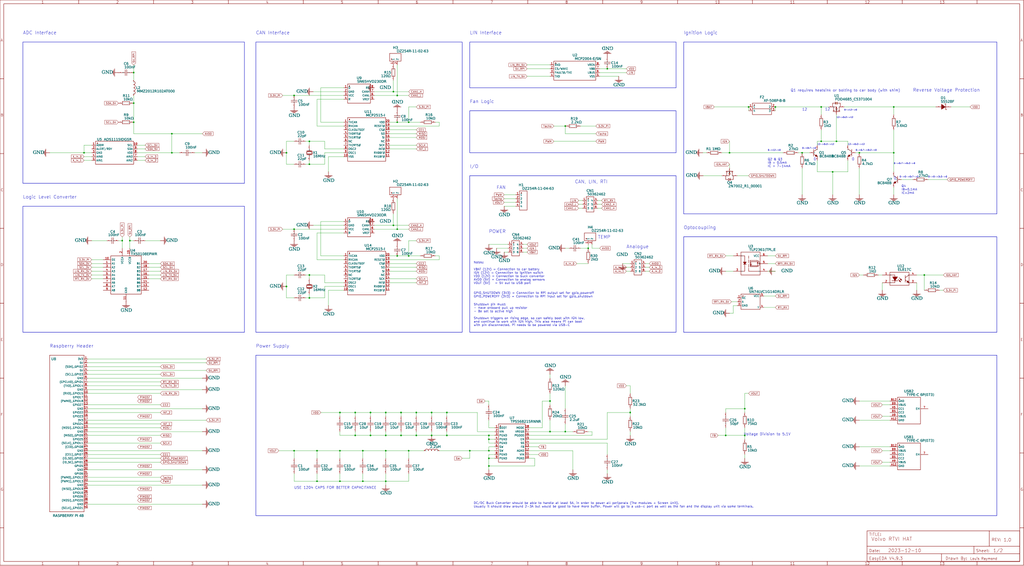
<source format=kicad_sch>
(kicad_sch (version 20250114) (generator "eeschema") (generator_version "9.0")
  (paper "User" 680.974 376.301)
  (lib_symbols
    (symbol "0402CG220J500NT"
      (property "Reference" "C10" (at -1.6002 6.7691 0))
      (property "Value" "22pF" (at -1.778 4.4831 0))
      (symbol "0402CG220J500NT_0_0"
        (pin input line (at -3.81 0 0) (length 2.54) (name "1") (number "1"))
        (pin input line (at 3.81 0 180) (length 2.54) (name "2") (number "2"))
      )
    )
    (symbol "0402CG220J500NT_1"
      (property "Reference" "C11" (at -1.6002 6.7691 0))
      (property "Value" "22pF" (at -1.778 4.4831 0))
      (symbol "0402CG220J500NT_1_0_0"
        (pin input line (at -3.81 0 0) (length 2.54) (name "1") (number "1"))
        (pin input line (at 3.81 0 180) (length 2.54) (name "2") (number "2"))
      )
    )
    (symbol "0402CG220J500NT_2"
      (property "Reference" "C12" (at -1.6002 6.7691 0))
      (property "Value" "22pF" (at -1.778 4.4831 0))
      (symbol "0402CG220J500NT_2_0_0"
        (pin input line (at -3.81 0 0) (length 2.54) (name "1") (number "1"))
        (pin input line (at 3.81 0 180) (length 2.54) (name "2") (number "2"))
      )
    )
    (symbol "0402CG220J500NT_3"
      (property "Reference" "C13" (at -1.6002 6.7691 0))
      (property "Value" "22pF" (at -1.778 4.4831 0))
      (symbol "0402CG220J500NT_3_0_0"
        (pin input line (at -3.81 0 0) (length 2.54) (name "1") (number "1"))
        (pin input line (at 3.81 0 180) (length 2.54) (name "2") (number "2"))
      )
    )
    (symbol "0402N500J500CT"
      (property "Reference" "C26" (at 2.54 0.8763 0))
      (property "Value" "50pF" (at 2.54 -1.4351 0))
      (symbol "0402N500J500CT_0_0"
        (pin unspecified line (at 0 5.08 270) (length 2.54) (name "2") (number "2"))
        (pin unspecified line (at 0 -5.08 90) (length 2.54) (name "1") (number "1"))
      )
    )
    (symbol "0402WGF1203TCE"
      (property "Reference" "R13" (at 1.524 0.8509 0))
      (property "Value" "120kΩ" (at 1.524 -1.4097 0))
      (symbol "0402WGF1203TCE_0_0"
        (pin input line (at 0 5.08 270) (length 2.54) (name "1") (number "1"))
        (pin input line (at 0 -5.08 90) (length 2.54) (name "2") (number "2"))
      )
    )
    (symbol "0603B104K500AT"
      (property "Reference" "C24" (at 2.54 0.9271 0))
      (property "Value" "100nF" (at 2.54 -1.3589 0))
      (symbol "0603B104K500AT_0_0"
        (pin unspecified line (at 0 5.08 270) (length 2.54) (name "2") (number "2"))
        (pin unspecified line (at 0 -5.08 90) (length 2.54) (name "1") (number "1"))
      )
    )
    (symbol "0603B104K500AT_1"
      (property "Reference" "C27" (at 2.54 0.9271 0))
      (property "Value" "100nF" (at 2.54 -1.3589 0))
      (symbol "0603B104K500AT_1_0_0"
        (pin unspecified line (at 0 5.08 270) (length 2.54) (name "2") (number "2"))
        (pin unspecified line (at 0 -5.08 90) (length 2.54) (name "1") (number "1"))
      )
    )
    (symbol "0603B104K500AT_2"
      (property "Reference" "C23" (at 2.54 0.9271 0))
      (property "Value" "100nF" (at 2.54 -1.3589 0))
      (symbol "0603B104K500AT_2_0_0"
        (pin unspecified line (at 0 5.08 270) (length 2.54) (name "2") (number "2"))
        (pin unspecified line (at 0 -5.08 90) (length 2.54) (name "1") (number "1"))
      )
    )
    (symbol "0603B104K500AT_3"
      (property "Reference" "C22" (at 2.54 0.9271 0))
      (property "Value" "100nF" (at 2.54 -1.3589 0))
      (symbol "0603B104K500AT_3_0_0"
        (pin unspecified line (at 0 5.08 270) (length 2.54) (name "2") (number "2"))
        (pin unspecified line (at 0 -5.08 90) (length 2.54) (name "1") (number "1"))
      )
    )
    (symbol "0603B104K500NT"
      (property "Reference" "C3" (at -1.4986 6.7691 0))
      (property "Value" "100nF" (at -3.3528 4.6863 0))
      (symbol "0603B104K500NT_0_0"
        (pin input line (at -3.81 0 0) (length 2.54) (name "1") (number "1"))
        (pin input line (at 3.81 0 180) (length 2.54) (name "2") (number "2"))
      )
    )
    (symbol "0603B104K500NT_1"
      (property "Reference" "C4" (at -1.4986 6.7691 0))
      (property "Value" "100nF" (at -3.3528 4.6863 0))
      (symbol "0603B104K500NT_1_0_0"
        (pin input line (at -3.81 0 0) (length 2.54) (name "1") (number "1"))
        (pin input line (at 3.81 0 180) (length 2.54) (name "2") (number "2"))
      )
    )
    (symbol "0603B104K500NT_2"
      (property "Reference" "C41" (at -1.4986 6.7437 0))
      (property "Value" "100nF" (at -1.4986 4.4831 0))
      (symbol "0603B104K500NT_2_0_0"
        (pin input line (at -3.81 0 0) (length 2.54) (name "1") (number "1"))
        (pin input line (at 3.81 0 180) (length 2.54) (name "2") (number "2"))
      )
    )
    (symbol "0603WAF1002T5E"
      (property "Reference" "R16" (at -1.4986 5.7531 0))
      (property "Value" "10kΩ" (at -1.4986 3.4671 0))
      (symbol "0603WAF1002T5E_0_0"
        (pin input line (at -5.08 0 0) (length 2.54) (name "1") (number "1"))
        (pin input line (at 5.08 0 180) (length 2.54) (name "2") (number "2"))
      )
    )
    (symbol "0603WAF1002T5E_1"
      (property "Reference" "R17" (at -1.4986 5.7531 0))
      (property "Value" "10kΩ" (at -1.4986 3.4671 0))
      (symbol "0603WAF1002T5E_1_0_0"
        (pin input line (at -5.08 0 0) (length 2.54) (name "1") (number "1"))
        (pin input line (at 5.08 0 180) (length 2.54) (name "2") (number "2"))
      )
    )
    (symbol "0603WAF1002T5E_2"
      (property "Reference" "R9" (at -1.4986 5.7023 0))
      (property "Value" "10kΩ" (at -1.4986 3.4671 0))
      (symbol "0603WAF1002T5E_2_0_0"
        (pin input line (at -5.08 0 0) (length 2.54) (name "1") (number "1"))
        (pin input line (at 5.08 0 180) (length 2.54) (name "2") (number "2"))
      )
    )
    (symbol "0603WAF1002T5E_3"
      (property "Reference" "R11" (at -2.0828 5.7023 0))
      (property "Value" "10kΩ" (at -2.0828 3.4671 0))
      (symbol "0603WAF1002T5E_3_0_0"
        (pin input line (at -5.08 0 0) (length 2.54) (name "1") (number "1"))
        (pin input line (at 5.08 0 180) (length 2.54) (name "2") (number "2"))
      )
    )
    (symbol "0603WAF2001T5E"
      (property "Reference" "R30" (at 1.524 0.8763 0))
      (property "Value" "2kΩ" (at 1.524 -1.3843 0))
      (symbol "0603WAF2001T5E_0_0"
        (pin input line (at 0 5.08 270) (length 2.54) (name "1") (number "1"))
        (pin input line (at 0 -5.08 90) (length 2.54) (name "2") (number "2"))
      )
    )
    (symbol "0805W8F1200T5E"
      (property "Reference" "R15" (at -1.524 0.9017 0))
      (property "Value" "120Ω" (at -1.524 -1.3843 0))
      (symbol "0805W8F1200T5E_0_0"
        (pin input line (at 0 5.08 270) (length 2.54) (name "2") (number "2"))
        (pin input line (at 0 -5.08 90) (length 2.54) (name "1") (number "1"))
      )
    )
    (symbol "0805W8F1200T5E_1"
      (property "Reference" "R18" (at -1.524 0.9017 0))
      (property "Value" "120Ω" (at -1.524 -1.3843 0))
      (symbol "0805W8F1200T5E_1_0_0"
        (pin input line (at 0 5.08 270) (length 2.54) (name "2") (number "2"))
        (pin input line (at 0 -5.08 90) (length 2.54) (name "1") (number "1"))
      )
    )
    (symbol "0805W8F2201T5E"
      (property "Reference" "R19" (at -1.524 5.7531 0))
      (property "Value" "2.2kΩ" (at -1.524 3.4671 0))
      (symbol "0805W8F2201T5E_0_0"
        (pin input line (at -5.08 0 0) (length 2.54) (name "1") (number "1"))
        (pin input line (at 5.08 0 180) (length 2.54) (name "2") (number "2"))
      )
    )
    (symbol "2N7002_R1_00001"
      (property "Reference" "Q4" (at -1.5748 -3.7465 0))
      (property "Value" "2N7002_R1_00001" (at -1.5748 -6.0325 0))
      (symbol "2N7002_R1_00001_0_0"
        (pin unspecified line (at -5.08 0 0) (length 2.54) (name "S") (number "2"))
        (pin unspecified line (at 0 5.08 270) (length 2.032) (name "G") (number "1"))
        (pin unspecified line (at 5.08 0 180) (length 2.54) (name "D") (number "3"))
      )
    )
    (symbol "50362462"
      (property "Reference" "CN4" (at -2.3622 9.8933 0))
      (property "Value" "50362462" (at -2.3622 7.6073 0))
      (symbol "50362462_0_0"
        (pin unspecified line (at -5.08 2.54 0) (length 2.54) (name "1") (number "1"))
        (pin unspecified line (at -5.08 0 0) (length 2.54) (name "2") (number "2"))
        (pin unspecified line (at -5.08 -2.54 0) (length 2.54) (name "3") (number "3"))
        (pin unspecified line (at 5.08 2.54 180) (length 2.54) (name "4") (number "4"))
        (pin unspecified line (at 5.08 0 180) (length 2.54) (name "5") (number "5"))
        (pin unspecified line (at 5.08 -2.54 180) (length 2.54) (name "6") (number "6"))
      )
    )
    (symbol "50362462_1"
      (property "Reference" "CN1" (at -2.3622 9.8933 0))
      (property "Value" "50362462" (at -2.3622 7.6073 0))
      (symbol "50362462_1_0_0"
        (pin unspecified line (at -5.08 2.54 0) (length 2.54) (name "1") (number "1"))
        (pin unspecified line (at -5.08 0 0) (length 2.54) (name "2") (number "2"))
        (pin unspecified line (at -5.08 -2.54 0) (length 2.54) (name "3") (number "3"))
        (pin unspecified line (at 5.08 2.54 180) (length 2.54) (name "4") (number "4"))
        (pin unspecified line (at 5.08 0 180) (length 2.54) (name "5") (number "5"))
        (pin unspecified line (at 5.08 -2.54 180) (length 2.54) (name "6") (number "6"))
      )
    )
    (symbol "50362462_2"
      (property "Reference" "CN2" (at -2.3622 9.8933 0))
      (property "Value" "50362462" (at -2.3622 7.6073 0))
      (symbol "50362462_2_0_0"
        (pin unspecified line (at -5.08 2.54 0) (length 2.54) (name "1") (number "1"))
        (pin unspecified line (at -5.08 0 0) (length 2.54) (name "2") (number "2"))
        (pin unspecified line (at -5.08 -2.54 0) (length 2.54) (name "3") (number "3"))
        (pin unspecified line (at 5.08 2.54 180) (length 2.54) (name "4") (number "4"))
        (pin unspecified line (at 5.08 0 180) (length 2.54) (name "5") (number "5"))
        (pin unspecified line (at 5.08 -2.54 180) (length 2.54) (name "6") (number "6"))
      )
    )
    (symbol "ADS1115IDGSR"
      (property "Reference" "U5" (at -11.6586 9.7409 0))
      (property "Value" "ADS1115IDGSR" (at -7.366 9.7409 0))
      (symbol "ADS1115IDGSR_0_0"
        (pin unspecified line (at -15.24 5.08 0) (length 2.54) (name "ADDR") (number "1"))
        (pin unspecified line (at -15.24 2.54 0) (length 2.54) (name "ALERT/RDY") (number "2"))
        (pin unspecified line (at -15.24 0 0) (length 2.54) (name "GND") (number "3"))
        (pin unspecified line (at -15.24 -2.54 0) (length 2.54) (name "AIN0") (number "4"))
        (pin unspecified line (at -15.24 -5.08 0) (length 2.54) (name "AIN1") (number "5"))
        (pin unspecified line (at 15.24 5.08 180) (length 2.54) (name "SCL") (number "10"))
        (pin unspecified line (at 15.24 2.54 180) (length 2.54) (name "SDA") (number "9"))
        (pin unspecified line (at 15.24 0 180) (length 2.54) (name "VDD") (number "8"))
        (pin unspecified line (at 15.24 -2.54 180) (length 2.54) (name "AIN3") (number "7"))
        (pin unspecified line (at 15.24 -5.08 180) (length 2.54) (name "AIN2") (number "6"))
      )
    )
    (symbol "BC848B"
      (property "Reference" "Q1" (at 3.7084 0.9017 0))
      (property "Value" "BC848B" (at 3.556 -1.4097 0))
      (symbol "BC848B_0_0"
        (pin input line (at -2.54 0 0) (length 2.54) (name "B") (number "1"))
        (pin input line (at 2.54 5.08 270) (length 2.54) (name "C") (number "3"))
        (pin input line (at 2.54 -5.08 90) (length 2.54) (name "E") (number "2"))
      )
    )
    (symbol "BC848B_1"
      (property "Reference" "Q5" (at -3.7084 0.9017 0))
      (property "Value" "BC848B" (at -3.556 -1.4097 0))
      (symbol "BC848B_1_0_0"
        (pin input line (at -2.54 5.08 270) (length 2.54) (name "C") (number "3"))
        (pin input line (at -2.54 -5.08 90) (length 2.54) (name "E") (number "2"))
        (pin input line (at 2.54 0 180) (length 2.54) (name "B") (number "1"))
      )
    )
    (symbol "BC848B_2"
      (property "Reference" "Q7" (at -3.7084 0.9017 0))
      (property "Value" "BC848B" (at -3.556 -1.4097 0))
      (symbol "BC848B_2_0_0"
        (pin input line (at -2.54 5.08 270) (length 2.54) (name "C") (number "3"))
        (pin input line (at -2.54 -5.08 90) (length 2.54) (name "E") (number "2"))
        (pin input line (at 2.54 0 180) (length 2.54) (name "B") (number "1"))
      )
    )
    (symbol "C0603X7R225K160NT"
      (property "Reference" "C25" (at 2.54 0.8763 0))
      (property "Value" "2.2uF" (at 2.54 -1.4351 0))
      (symbol "C0603X7R225K160NT_0_0"
        (pin unspecified line (at 0 5.08 270) (length 2.54) (name "2") (number "2"))
        (pin unspecified line (at 0 -5.08 90) (length 2.54) (name "1") (number "1"))
      )
    )
    (symbol "CL10B104KA8NNNC"
      (property "Reference" "C2" (at 2.54 0.9017 0))
      (property "Value" "100nF" (at 2.54 -1.3843 0))
      (symbol "CL10B104KA8NNNC_0_0"
        (pin input line (at 0 3.81 270) (length 2.54) (name "2") (number "2"))
        (pin input line (at 0 -3.81 90) (length 2.54) (name "1") (number "1"))
      )
    )
    (symbol "CL10B104KA8NNNC_1"
      (property "Reference" "C5" (at 2.54 0.9017 0))
      (property "Value" "100nF" (at 2.54 -1.3843 0))
      (symbol "CL10B104KA8NNNC_1_0_0"
        (pin input line (at 0 3.81 270) (length 2.54) (name "2") (number "2"))
        (pin input line (at 0 -3.81 90) (length 2.54) (name "1") (number "1"))
      )
    )
    (symbol "CL10B104KA8NNNC_2"
      (property "Reference" "C7" (at 2.54 0.9017 0))
      (property "Value" "100nF" (at 2.54 -1.3843 0))
      (symbol "CL10B104KA8NNNC_2_0_0"
        (pin input line (at 0 3.81 270) (length 2.54) (name "1") (number "1"))
        (pin input line (at 0 -3.81 90) (length 2.54) (name "2") (number "2"))
      )
    )
    (symbol "CL10B104KA8NNNC_3"
      (property "Reference" "C8" (at 2.54 0.9017 0))
      (property "Value" "100nF" (at 2.54 -1.3843 0))
      (symbol "CL10B104KA8NNNC_3_0_0"
        (pin input line (at 0 3.81 270) (length 2.54) (name "1") (number "1"))
        (pin input line (at 0 -3.81 90) (length 2.54) (name "2") (number "2"))
      )
    )
    (symbol "CL10B104KA8NNNC_4"
      (property "Reference" "C14" (at 2.54 0.9017 0))
      (property "Value" "100nF" (at 2.54 -1.3843 0))
      (symbol "CL10B104KA8NNNC_4_0_0"
        (pin input line (at 0 3.81 270) (length 2.54) (name "1") (number "1"))
        (pin input line (at 0 -3.81 90) (length 2.54) (name "2") (number "2"))
      )
    )
    (symbol "CT41G-0402-2X1-16V-0.1μF-K(N)"
      (property "Reference" "C9" (at -1.4986 6.7945 0))
      (property "Value" "100nF" (at -1.4986 4.4831 0))
      (symbol "CT41G-0402-2X1-16V-0.1μF-K(N)_0_0"
        (pin unspecified line (at -5.08 0 0) (length 2.54) (name "2") (number "2"))
        (pin unspecified line (at 5.08 0 180) (length 2.54) (name "1") (number "1"))
      )
    )
    (symbol "CT41G-0402-2X1-16V-0.1μF-K(N)_1"
      (property "Reference" "C6" (at -1.4986 6.7183 0))
      (property "Value" "100nF" (at -1.4986 4.4831 0))
      (symbol "CT41G-0402-2X1-16V-0.1μF-K(N)_1_0_0"
        (pin unspecified line (at -5.08 0 0) (length 2.54) (name "2") (number "2"))
        (pin unspecified line (at 5.08 0 180) (length 2.54) (name "1") (number "1"))
      )
    )
    (symbol "DZ254R-11-02-63"
      (property "Reference" "H2" (at -1.4986 7.2263 0))
      (property "Value" "DZ254R-11-02-63" (at -1.4986 4.9911 0))
      (symbol "DZ254R-11-02-63_0_0"
        (pin unspecified line (at -1.27 -5.08 90) (length 2.54) (name "1") (number "1"))
        (pin unspecified line (at 1.27 -5.08 90) (length 2.54) (name "2") (number "2"))
      )
    )
    (symbol "DZ254R-11-02-63_1"
      (property "Reference" "H3" (at -1.4986 7.2263 0))
      (property "Value" "DZ254R-11-02-63" (at -1.4986 4.9911 0))
      (symbol "DZ254R-11-02-63_1_0_0"
        (pin unspecified line (at -1.27 -5.08 90) (length 2.54) (name "1") (number "1"))
        (pin unspecified line (at 1.27 -5.08 90) (length 2.54) (name "2") (number "2"))
      )
    )
    (symbol "DZ254R-11-02-63_2"
      (property "Reference" "H4" (at -1.4986 7.2009 0))
      (property "Value" "DZ254R-11-02-63" (at -1.4986 4.9911 0))
      (symbol "DZ254R-11-02-63_2_0_0"
        (pin unspecified line (at -1.27 -5.08 90) (length 2.54) (name "1") (number "1"))
        (pin unspecified line (at 1.27 -5.08 90) (length 2.54) (name "2") (number "2"))
      )
    )
    (symbol "DZ254R-11-04-63"
      (property "Reference" "H1" (at -3.048 11.1633 0))
      (property "Value" "DZ254R-11-04-63" (at -3.2004 8.8773 0))
      (symbol "DZ254R-11-04-63_0_0"
        (pin unspecified line (at -5.08 3.81 0) (length 2.54) (name "1") (number "1"))
        (pin unspecified line (at -5.08 1.27 0) (length 2.54) (name "2") (number "2"))
        (pin unspecified line (at -5.08 -1.27 0) (length 2.54) (name "3") (number "3"))
        (pin unspecified line (at -5.08 -3.81 0) (length 2.54) (name "4") (number "4"))
      )
    )
    (symbol "EL817C"
      (property "Reference" "U12" (at -2.7686 9.3091 0))
      (property "Value" "EL817C" (at -2.7686 7.0485 0))
      (symbol "EL817C_0_0"
        (pin unspecified line (at -12.7 2.54 0) (length 5.08) (name "1") (number "1"))
        (pin unspecified line (at -12.7 -2.54 0) (length 5.08) (name "2") (number "2"))
        (pin unspecified line (at 10.16 2.54 180) (length 5.08) (name "4") (number "4"))
        (pin unspecified line (at 10.16 -2.54 180) (length 5.08) (name "3") (number "3"))
      )
    )
    (symbol "ETQP4M2R2KVK"
      (property "Reference" "L3" (at -1.2954 5.8801 0))
      (property "Value" "2.2uH" (at -1.2954 3.5433 0))
      (symbol "ETQP4M2R2KVK_0_0"
        (pin unspecified line (at -5.08 0 0) (length 0.762) (name "1") (number "1"))
        (pin unspecified line (at 5.08 0 180) (length 0.762) (name "2") (number "2"))
      )
    )
    (symbol "FDD4685_C5371004"
      (property "Reference" "U1" (at -1.4986 8.2931 0))
      (property "Value" "FDD4685_C5371004" (at -1.4986 6.0071 0))
      (symbol "FDD4685_C5371004_0_0"
        (pin unspecified line (at -5.08 0 0) (length 2.54) (name "S") (number "3"))
        (pin unspecified line (at 0 -5.08 90) (length 2.54) (name "G") (number "1"))
        (pin unspecified line (at 5.08 0 180) (length 2.54) (name "D") (number "2"))
      )
    )
    (symbol "GND" (power) (pin_numbers (hide yes)) (pin_names (hide yes))
      (property "Value" "GND" (at 0 -6.35 0))
      (symbol "GND_0_0"
        (pin power_in line (at 0 0 270) (length 0) (name "GND") (number "1"))
      )
    )
    (symbol "GRM21BR6YA106KE43L"
      (property "Reference" "C19" (at 2.54 0.8763 0))
      (property "Value" "10uF" (at 2.54 -1.4351 0))
      (symbol "GRM21BR6YA106KE43L_0_0"
        (pin unspecified line (at 0 5.08 270) (length 2.54) (name "2") (number "2"))
        (pin unspecified line (at 0 -5.08 90) (length 2.54) (name "1") (number "1"))
      )
    )
    (symbol "GRM21BR6YA106KE43L_1"
      (property "Reference" "C20" (at 2.54 0.8763 0))
      (property "Value" "10uF" (at 2.54 -1.4351 0))
      (symbol "GRM21BR6YA106KE43L_1_0_0"
        (pin unspecified line (at 0 5.08 270) (length 2.54) (name "2") (number "2"))
        (pin unspecified line (at 0 -5.08 90) (length 2.54) (name "1") (number "1"))
      )
    )
    (symbol "GRM21BR6YA106KE43L_2"
      (property "Reference" "C21" (at 2.54 0.8763 0))
      (property "Value" "10uF" (at 2.54 -1.4351 0))
      (symbol "GRM21BR6YA106KE43L_2_0_0"
        (pin unspecified line (at 0 5.08 270) (length 2.54) (name "2") (number "2"))
        (pin unspecified line (at 0 -5.08 90) (length 2.54) (name "1") (number "1"))
      )
    )
    (symbol "GRM21BR6YA106KE43L_3"
      (property "Reference" "C28" (at 2.54 0.8763 0))
      (property "Value" "10uF" (at 2.54 -1.4351 0))
      (symbol "GRM21BR6YA106KE43L_3_0_0"
        (pin unspecified line (at 0 5.08 270) (length 2.54) (name "2") (number "2"))
        (pin unspecified line (at 0 -5.08 90) (length 2.54) (name "1") (number "1"))
      )
    )
    (symbol "GRM21BR6YA106KE43L_4"
      (property "Reference" "C15" (at 2.54 0.8763 0))
      (property "Value" "10uF" (at 2.54 -1.4351 0))
      (symbol "GRM21BR6YA106KE43L_4_0_0"
        (pin unspecified line (at 0 5.08 270) (length 2.54) (name "2") (number "2"))
        (pin unspecified line (at 0 -5.08 90) (length 2.54) (name "1") (number "1"))
      )
    )
    (symbol "GRM21BR6YA106KE43L_5"
      (property "Reference" "C39" (at 2.54 0.8763 0))
      (property "Value" "10uF" (at 2.54 -1.4351 0))
      (symbol "GRM21BR6YA106KE43L_5_0_0"
        (pin unspecified line (at 0 5.08 270) (length 2.54) (name "2") (number "2"))
        (pin unspecified line (at 0 -5.08 90) (length 2.54) (name "1") (number "1"))
      )
    )
    (symbol "GRM31CR61A107ME05L"
      (property "Reference" "C32" (at 2.54 0.8509 0))
      (property "Value" "100uF" (at 2.54 -1.4097 0))
      (symbol "GRM31CR61A107ME05L_0_0"
        (pin unspecified line (at 0 5.08 270) (length 2.54) (name "1") (number "1"))
        (pin unspecified line (at 0 -5.08 90) (length 2.54) (name "2") (number "2"))
      )
    )
    (symbol "GRM31CR61A107ME05L_1"
      (property "Reference" "C33" (at 2.54 0.8509 0))
      (property "Value" "100uF" (at 2.54 -1.4097 0))
      (symbol "GRM31CR61A107ME05L_1_0_0"
        (pin unspecified line (at 0 5.08 270) (length 2.54) (name "1") (number "1"))
        (pin unspecified line (at 0 -5.08 90) (length 2.54) (name "2") (number "2"))
      )
    )
    (symbol "GRM31CR61A107ME05L_2"
      (property "Reference" "C34" (at 2.54 0.8509 0))
      (property "Value" "100uF" (at 2.54 -1.4097 0))
      (symbol "GRM31CR61A107ME05L_2_0_0"
        (pin unspecified line (at 0 5.08 270) (length 2.54) (name "1") (number "1"))
        (pin unspecified line (at 0 -5.08 90) (length 2.54) (name "2") (number "2"))
      )
    )
    (symbol "GRM31CR61A107ME05L_3"
      (property "Reference" "C35" (at 2.54 0.8509 0))
      (property "Value" "100uF" (at 2.54 -1.4097 0))
      (symbol "GRM31CR61A107ME05L_3_0_0"
        (pin unspecified line (at 0 5.08 270) (length 2.54) (name "1") (number "1"))
        (pin unspecified line (at 0 -5.08 90) (length 2.54) (name "2") (number "2"))
      )
    )
    (symbol "GRM31CR61A107ME05L_4"
      (property "Reference" "C1" (at 2.54 0.8509 0))
      (property "Value" "100uF" (at 2.54 -1.4097 0))
      (symbol "GRM31CR61A107ME05L_4_0_0"
        (pin unspecified line (at 0 5.08 270) (length 2.54) (name "1") (number "1"))
        (pin unspecified line (at 0 -5.08 90) (length 2.54) (name "2") (number "2"))
      )
    )
    (symbol "GRM31CR61A107ME05L_5"
      (property "Reference" "C37" (at 2.54 0.8509 0))
      (property "Value" "100uF" (at 2.54 -1.4097 0))
      (symbol "GRM31CR61A107ME05L_5_0_0"
        (pin unspecified line (at 0 5.08 270) (length 2.54) (name "1") (number "1"))
        (pin unspecified line (at 0 -5.08 90) (length 2.54) (name "2") (number "2"))
      )
    )
    (symbol "MCP2004-E/SN"
      (property "Reference" "U2" (at -1.4986 11.1125 0))
      (property "Value" "MCP2004-E/SN" (at -1.6764 8.8011 0))
      (symbol "MCP2004-E/SN_0_0"
        (pin unspecified line (at -16.51 3.81 0) (length 2.54) (name "RXD") (number "1"))
        (pin unspecified line (at -16.51 1.27 0) (length 2.54) (name "CS/WAKE") (number "2"))
        (pin unspecified line (at -16.51 -1.27 0) (length 2.54) (name "FAULT#/TXE") (number "3"))
        (pin unspecified line (at -16.51 -3.81 0) (length 2.54) (name "TXD") (number "4"))
        (pin unspecified line (at 16.51 3.81 180) (length 2.54) (name "VREN") (number "8"))
        (pin unspecified line (at 16.51 1.27 180) (length 2.54) (name "VBB") (number "7"))
        (pin unspecified line (at 16.51 -1.27 180) (length 2.54) (name "LBUS") (number "6"))
        (pin unspecified line (at 16.51 -3.81 180) (length 2.54) (name "VSS") (number "5"))
      )
    )
    (symbol "MCP2515-I"
      (property "Reference" "U11" (at -1.4224 20.4851 0))
      (property "Value" "MCP2515-I" (at -1.6002 18.1991 0))
      (symbol "MCP2515-I_0_0"
        (pin unspecified line (at -15.24 12.7 0) (length 2.54) (name "TXCAN") (number "1"))
        (pin unspecified line (at -15.24 10.16 0) (length 2.54) (name "RXCAN") (number "2"))
        (pin unspecified line (at -15.24 7.62 0) (length 2.54) (name "CLKOUTSOF") (number "3"))
        (pin unspecified line (at -15.24 5.08 0) (length 2.54) (name "TX0RTS#") (number "4"))
        (pin unspecified line (at -15.24 2.54 0) (length 2.54) (name "TX1RTS#") (number "5"))
        (pin unspecified line (at -15.24 0 0) (length 2.54) (name "NC") (number "6"))
        (pin unspecified line (at -15.24 -2.54 0) (length 2.54) (name "TX2RTS#") (number "7"))
        (pin unspecified line (at -15.24 -5.08 0) (length 2.54) (name "OSC2") (number "8"))
        (pin unspecified line (at -15.24 -7.62 0) (length 2.54) (name "OSC1") (number "9"))
        (pin unspecified line (at -15.24 -10.16 0) (length 2.54) (name "VSS") (number "10"))
        (pin unspecified line (at 15.24 12.7 180) (length 2.54) (name "VDD") (number "20"))
        (pin unspecified line (at 15.24 10.16 180) (length 2.54) (name "RESET#") (number "19"))
        (pin unspecified line (at 15.24 7.62 180) (length 2.54) (name "CS#") (number "18"))
        (pin unspecified line (at 15.24 5.08 180) (length 2.54) (name "SO") (number "17"))
        (pin unspecified line (at 15.24 2.54 180) (length 2.54) (name "SI") (number "16"))
        (pin unspecified line (at 15.24 0 180) (length 2.54) (name "NC") (number "15"))
        (pin unspecified line (at 15.24 -2.54 180) (length 2.54) (name "SCK") (number "14"))
        (pin unspecified line (at 15.24 -5.08 180) (length 2.54) (name "INT#") (number "13"))
        (pin unspecified line (at 15.24 -7.62 180) (length 2.54) (name "RX0BF#") (number "12"))
        (pin unspecified line (at 15.24 -10.16 180) (length 2.54) (name "RX1BF#") (number "11"))
      )
    )
    (symbol "MCP2515-I_1"
      (property "Reference" "U14" (at -1.4224 20.4851 0))
      (property "Value" "MCP2515-I" (at -1.6002 18.1991 0))
      (symbol "MCP2515-I_1_0_0"
        (pin unspecified line (at -15.24 12.7 0) (length 2.54) (name "TXCAN") (number "1"))
        (pin unspecified line (at -15.24 10.16 0) (length 2.54) (name "RXCAN") (number "2"))
        (pin unspecified line (at -15.24 7.62 0) (length 2.54) (name "CLKOUTSOF") (number "3"))
        (pin unspecified line (at -15.24 5.08 0) (length 2.54) (name "TX0RTS#") (number "4"))
        (pin unspecified line (at -15.24 2.54 0) (length 2.54) (name "TX1RTS#") (number "5"))
        (pin unspecified line (at -15.24 0 0) (length 2.54) (name "NC") (number "6"))
        (pin unspecified line (at -15.24 -2.54 0) (length 2.54) (name "TX2RTS#") (number "7"))
        (pin unspecified line (at -15.24 -5.08 0) (length 2.54) (name "OSC2") (number "8"))
        (pin unspecified line (at -15.24 -7.62 0) (length 2.54) (name "OSC1") (number "9"))
        (pin unspecified line (at -15.24 -10.16 0) (length 2.54) (name "VSS") (number "10"))
        (pin unspecified line (at 15.24 12.7 180) (length 2.54) (name "VDD") (number "20"))
        (pin unspecified line (at 15.24 10.16 180) (length 2.54) (name "RESET#") (number "19"))
        (pin unspecified line (at 15.24 7.62 180) (length 2.54) (name "CS#") (number "18"))
        (pin unspecified line (at 15.24 5.08 180) (length 2.54) (name "SO") (number "17"))
        (pin unspecified line (at 15.24 2.54 180) (length 2.54) (name "SI") (number "16"))
        (pin unspecified line (at 15.24 0 180) (length 2.54) (name "NC") (number "15"))
        (pin unspecified line (at 15.24 -2.54 180) (length 2.54) (name "SCK") (number "14"))
        (pin unspecified line (at 15.24 -5.08 180) (length 2.54) (name "INT#") (number "13"))
        (pin unspecified line (at 15.24 -7.62 180) (length 2.54) (name "RX0BF#") (number "12"))
        (pin unspecified line (at 15.24 -10.16 180) (length 2.54) (name "RX1BF#") (number "11"))
      )
    )
    (symbol "MMZ2012R102AT000"
      (property "Reference" "L2" (at 1.6002 0.8509 0))
      (property "Value" "MMZ2012R102AT000" (at 1.6002 -1.3589 0))
      (symbol "MMZ2012R102AT000_0_0"
        (pin unspecified line (at 0 5.08 270) (length 0.762) (name "1") (number "1"))
        (pin unspecified line (at 0 -5.08 90) (length 0.762) (name "2") (number "2"))
      )
    )
    (symbol "RASPBERRY PI 4B"
      (property "Reference" "U8" (at 1.016 -1.6891 0))
      (property "Value" "RASPBERRY PI 4B" (at 0.889 -105.8291 0))
      (symbol "RASPBERRY PI 4B_0_0"
        (pin unspecified line (at 25.4 -2.54 180) (length 2.54) (name "3V3") (number "1"))
        (pin unspecified line (at 25.4 -5.08 180) (length 2.54) (name "5V") (number "2"))
        (pin unspecified line (at 25.4 -7.62 180) (length 2.54) (name "(SDA)_GPIO2") (number "3"))
        (pin unspecified line (at 25.4 -10.16 180) (length 2.54) (name "5V") (number "4"))
        (pin unspecified line (at 25.4 -12.7 180) (length 2.54) (name "(SCL)_GPIO3") (number "5"))
        (pin unspecified line (at 25.4 -15.24 180) (length 2.54) (name "GND") (number "6"))
        (pin unspecified line (at 25.4 -17.78 180) (length 2.54) (name "(GPCLK0)_GPIO4") (number "7"))
        (pin unspecified line (at 25.4 -20.32 180) (length 2.54) (name "(TXD)_GPIO14") (number "8"))
        (pin unspecified line (at 25.4 -22.86 180) (length 2.54) (name "GND") (number "9"))
        (pin unspecified line (at 25.4 -25.4 180) (length 2.54) (name "(RXD)_GPIO15") (number "10"))
        (pin unspecified line (at 25.4 -27.94 180) (length 2.54) (name "GPIO17") (number "11"))
        (pin unspecified line (at 25.4 -30.48 180) (length 2.54) (name "(PWM0)_GPIO18") (number "12"))
        (pin unspecified line (at 25.4 -33.02 180) (length 2.54) (name "GPIO27") (number "13"))
        (pin unspecified line (at 25.4 -35.56 180) (length 2.54) (name "GND") (number "14"))
        (pin unspecified line (at 25.4 -38.1 180) (length 2.54) (name "GPIO22") (number "15"))
        (pin unspecified line (at 25.4 -40.64 180) (length 2.54) (name "GPIO23") (number "16"))
        (pin unspecified line (at 25.4 -43.18 180) (length 2.54) (name "3V3") (number "17"))
        (pin unspecified line (at 25.4 -45.72 180) (length 2.54) (name "GPIO24") (number "18"))
        (pin unspecified line (at 25.4 -48.26 180) (length 2.54) (name "(MOSI)_GPIO10") (number "19"))
        (pin unspecified line (at 25.4 -50.8 180) (length 2.54) (name "GND") (number "20"))
        (pin unspecified line (at 25.4 -53.34 180) (length 2.54) (name "(MISO)_GPIO9") (number "21"))
        (pin unspecified line (at 25.4 -55.88 180) (length 2.54) (name "GPIO25") (number "22"))
        (pin unspecified line (at 25.4 -58.42 180) (length 2.54) (name "(SCLK)_GPIO11") (number "23"))
        (pin unspecified line (at 25.4 -60.96 180) (length 2.54) (name "(CE0)_GPIO8") (number "24"))
        (pin unspecified line (at 25.4 -63.5 180) (length 2.54) (name "GND") (number "25"))
        (pin unspecified line (at 25.4 -66.04 180) (length 2.54) (name "(CE1)_GPIO7") (number "26"))
        (pin unspecified line (at 25.4 -68.58 180) (length 2.54) (name "(ID_SD)_GPIO0") (number "27"))
        (pin unspecified line (at 25.4 -71.12 180) (length 2.54) (name "(ID_SC)_GPIO1") (number "28"))
        (pin unspecified line (at 25.4 -73.66 180) (length 2.54) (name "GPIO5") (number "29"))
        (pin unspecified line (at 25.4 -76.2 180) (length 2.54) (name "GND") (number "30"))
        (pin unspecified line (at 25.4 -78.74 180) (length 2.54) (name "GPIO6") (number "31"))
        (pin unspecified line (at 25.4 -81.28 180) (length 2.54) (name "(PWM0)_GPIO12") (number "32"))
        (pin unspecified line (at 25.4 -83.82 180) (length 2.54) (name "(PWM1)_GPIO13") (number "33"))
        (pin unspecified line (at 25.4 -86.36 180) (length 2.54) (name "GND") (number "34"))
        (pin unspecified line (at 25.4 -88.9 180) (length 2.54) (name "(MISO)_GPIO19") (number "35"))
        (pin unspecified line (at 25.4 -91.44 180) (length 2.54) (name "GPIO16") (number "36"))
        (pin unspecified line (at 25.4 -93.98 180) (length 2.54) (name "GPIO26") (number "37"))
        (pin unspecified line (at 25.4 -96.52 180) (length 2.54) (name "(MOSI)_GPIO20") (number "38"))
        (pin unspecified line (at 25.4 -99.06 180) (length 2.54) (name "GND") (number "39"))
        (pin unspecified line (at 25.4 -101.6 180) (length 2.54) (name "(SCLK)_GPIO21") (number "40"))
      )
    )
    (symbol "RC0402FR-071KL"
      (property "Reference" "R3" (at 1.524 0.8763 0))
      (property "Value" "1kΩ" (at 1.524 -1.3843 0))
      (symbol "RC0402FR-071KL_0_0"
        (pin input line (at 0 5.08 270) (length 2.54) (name "1") (number "1"))
        (pin input line (at 0 -5.08 90) (length 2.54) (name "2") (number "2"))
      )
    )
    (symbol "RC0402FR-071KL_1"
      (property "Reference" "R12" (at -1.4986 5.7023 0))
      (property "Value" "1kΩ" (at -1.4986 3.4671 0))
      (symbol "RC0402FR-071KL_1_0_0"
        (pin input line (at -5.08 0 0) (length 2.54) (name "1") (number "1"))
        (pin input line (at 5.08 0 180) (length 2.54) (name "2") (number "2"))
      )
    )
    (symbol "RC0402FR-071ML"
      (property "Reference" "R1" (at -5.3086 3.3909 0))
      (property "Value" "1MΩ" (at -1.4986 3.4671 0))
      (symbol "RC0402FR-071ML_0_0"
        (pin input line (at -5.08 0 0) (length 2.54) (name "1") (number "1"))
        (pin input line (at 5.08 0 180) (length 2.54) (name "2") (number "2"))
      )
    )
    (symbol "RC0402FR-0727KL"
      (property "Reference" "R8" (at -1.4986 5.7277 0))
      (property "Value" "27kΩ" (at -1.4986 3.4671 0))
      (symbol "RC0402FR-0727KL_0_0"
        (pin input line (at -5.08 0 0) (length 2.54) (name "1") (number "1"))
        (pin input line (at 5.08 0 180) (length 2.54) (name "2") (number "2"))
      )
    )
    (symbol "RC0402FR-0727KL_1"
      (property "Reference" "R2" (at -1.4986 5.7277 0))
      (property "Value" "27kΩ" (at -1.4986 3.4671 0))
      (symbol "RC0402FR-0727KL_1_0_0"
        (pin input line (at -5.08 0 0) (length 2.54) (name "1") (number "1"))
        (pin input line (at 5.08 0 180) (length 2.54) (name "2") (number "2"))
      )
    )
    (symbol "RC0402FR-074K7L"
      (property "Reference" "R4" (at 1.524 0.8763 0))
      (property "Value" "4.7kΩ" (at 1.524 -1.3843 0))
      (symbol "RC0402FR-074K7L_0_0"
        (pin input line (at 0 5.08 270) (length 2.54) (name "1") (number "1"))
        (pin input line (at 0 -5.08 90) (length 2.54) (name "2") (number "2"))
      )
    )
    (symbol "RC0402FR-074K7L_1"
      (property "Reference" "R6" (at 1.524 0.8763 0))
      (property "Value" "4.7kΩ" (at 1.524 -1.3843 0))
      (symbol "RC0402FR-074K7L_1_0_0"
        (pin input line (at 0 5.08 270) (length 2.54) (name "1") (number "1"))
        (pin input line (at 0 -5.08 90) (length 2.54) (name "2") (number "2"))
      )
    )
    (symbol "RC0402FR-075K6L"
      (property "Reference" "R7" (at 1.524 0.8763 0))
      (property "Value" "5.6kΩ" (at 1.524 -1.3843 0))
      (symbol "RC0402FR-075K6L_0_0"
        (pin unspecified line (at 0 5.08 270) (length 2.54) (name "1") (number "1"))
        (pin unspecified line (at 0 -5.08 90) (length 2.54) (name "2") (number "2"))
      )
    )
    (symbol "RMC040220K1%N"
      (property "Reference" "R24" (at 1.524 0.8763 0))
      (property "Value" "20kΩ" (at 1.524 -1.4351 0))
      (symbol "RMC040220K1%N_0_0"
        (pin unspecified line (at 0 5.08 270) (length 2.54) (name "2") (number "2"))
        (pin unspecified line (at 0 -5.08 90) (length 2.54) (name "1") (number "1"))
      )
    )
    (symbol "RMC060310K1%N"
      (property "Reference" "R5" (at 1.524 0.8763 0))
      (property "Value" "10kΩ" (at 1.524 -1.4097 0))
      (symbol "RMC060310K1%N_0_0"
        (pin unspecified line (at 0 5.08 270) (length 2.54) (name "2") (number "2"))
        (pin unspecified line (at 0 -5.08 90) (length 2.54) (name "1") (number "1"))
      )
    )
    (symbol "RMC060310K1%N_1"
      (property "Reference" "R21" (at -2.159 5.7023 0))
      (property "Value" "10kΩ" (at -2.159 3.4671 0))
      (symbol "RMC060310K1%N_1_0_0"
        (pin unspecified line (at -5.08 0 0) (length 2.54) (name "2") (number "2"))
        (pin unspecified line (at 5.08 0 180) (length 2.54) (name "1") (number "1"))
      )
    )
    (symbol "RMC060310K1%N_2"
      (property "Reference" "R22" (at 1.524 0.8763 0))
      (property "Value" "10kΩ" (at 1.524 -1.4097 0))
      (symbol "RMC060310K1%N_2_0_0"
        (pin unspecified line (at 0 5.08 270) (length 2.54) (name "2") (number "2"))
        (pin unspecified line (at 0 -5.08 90) (length 2.54) (name "1") (number "1"))
      )
    )
    (symbol "RMC060310K1%N_3"
      (property "Reference" "R14" (at -1.4986 5.7023 0))
      (property "Value" "10kΩ" (at -1.4986 3.4671 0))
      (symbol "RMC060310K1%N_3_0_0"
        (pin unspecified line (at -5.08 0 0) (length 2.54) (name "1") (number "1"))
        (pin unspecified line (at 5.08 0 180) (length 2.54) (name "2") (number "2"))
      )
    )
    (symbol "RMC060352.3K1%N"
      (property "Reference" "R23" (at 1.524 0.8763 0))
      (property "Value" "52.3kΩ" (at 1.524 -1.4097 0))
      (symbol "RMC060352.3K1%N_0_0"
        (pin unspecified line (at 0 5.08 270) (length 2.54) (name "2") (number "2"))
        (pin unspecified line (at 0 -5.08 90) (length 2.54) (name "1") (number "1"))
      )
    )
    (symbol "RMC060375K1%N"
      (property "Reference" "R10" (at 1.524 0.8763 0))
      (property "Value" "75kΩ" (at 1.524 -1.4351 0))
      (symbol "RMC060375K1%N_0_0"
        (pin unspecified line (at 0 5.08 270) (length 2.54) (name "2") (number "2"))
        (pin unspecified line (at 0 -5.08 90) (length 2.54) (name "1") (number "1"))
      )
    )
    (symbol "SN65HVD230DR"
      (property "Reference" "U9" (at -1.4986 11.1887 0))
      (property "Value" "SN65HVD230DR" (at -1.4986 8.9281 0))
      (symbol "SN65HVD230DR_0_0"
        (pin unspecified line (at -10.16 3.81 0) (length 2.54) (name "D") (number "1"))
        (pin unspecified line (at -10.16 1.27 0) (length 2.54) (name "GND") (number "2"))
        (pin unspecified line (at -10.16 -1.27 0) (length 2.54) (name "VCC") (number "3"))
        (pin unspecified line (at -10.16 -3.81 0) (length 2.54) (name "R") (number "4"))
        (pin unspecified line (at 10.16 3.81 180) (length 2.54) (name "RS") (number "8"))
        (pin unspecified line (at 10.16 1.27 180) (length 2.54) (name "CANH") (number "7"))
        (pin unspecified line (at 10.16 -1.27 180) (length 2.54) (name "CANL") (number "6"))
        (pin unspecified line (at 10.16 -3.81 180) (length 2.54) (name "VREF") (number "5"))
      )
    )
    (symbol "SN65HVD230DR_1"
      (property "Reference" "U10" (at -1.4986 11.1633 0))
      (property "Value" "SN65HVD230DR" (at -1.4986 8.9535 0))
      (symbol "SN65HVD230DR_1_0_0"
        (pin unspecified line (at -10.16 3.81 0) (length 2.54) (name "D") (number "1"))
        (pin unspecified line (at -10.16 1.27 0) (length 2.54) (name "GND") (number "2"))
        (pin unspecified line (at -10.16 -1.27 0) (length 2.54) (name "VCC") (number "3"))
        (pin unspecified line (at -10.16 -3.81 0) (length 2.54) (name "R") (number "4"))
        (pin unspecified line (at 10.16 3.81 180) (length 2.54) (name "RS") (number "8"))
        (pin unspecified line (at 10.16 1.27 180) (length 2.54) (name "CANH") (number "7"))
        (pin unspecified line (at 10.16 -1.27 180) (length 2.54) (name "CANL") (number "6"))
        (pin unspecified line (at 10.16 -3.81 180) (length 2.54) (name "VREF") (number "5"))
      )
    )
    (symbol "SN74LVC1G14DRLR"
      (property "Reference" "U6" (at -1.4986 9.7663 0))
      (property "Value" "SN74LVC1G14DRLR" (at -1.4986 7.5311 0))
      (symbol "SN74LVC1G14DRLR_0_0"
        (pin unspecified line (at -8.89 2.54 0) (length 2.54) (name "NC") (number "1"))
        (pin unspecified line (at -8.89 0 0) (length 2.54) (name "A") (number "2"))
        (pin unspecified line (at -8.89 -2.54 0) (length 2.54) (name "GND") (number "3"))
        (pin unspecified line (at 8.89 3.81 180) (length 2.54) (name "VCC") (number "5"))
        (pin unspecified line (at 8.89 -3.81 180) (length 2.54) (name "Y") (number "4"))
      )
    )
    (symbol "SS52BF"
      (property "Reference" "D1" (at -1.778 6.8453 0))
      (property "Value" "SS52BF" (at -2.159 4.4831 0))
      (symbol "SS52BF_0_0"
        (pin unspecified line (at -5.08 0 0) (length 3.81) (name "A") (number "2"))
        (pin unspecified line (at 5.08 0 180) (length 3.81) (name "K") (number "1"))
      )
    )
    (symbol "TLP2361(TPL,E"
      (property "Reference" "U3" (at -1.4986 12.3063 0))
      (property "Value" "TLP2361(TPL,E" (at -1.4986 10.0711 0))
      (symbol "TLP2361(TPL,E_0_0"
        (pin unspecified line (at -11.43 5.08 0) (length 5.08) (name "AN") (number "1"))
        (pin unspecified line (at -11.43 -5.08 0) (length 5.08) (name "CAT") (number "3"))
        (pin unspecified line (at 11.43 5.08 180) (length 5.08) (name "VCC") (number "6"))
        (pin unspecified line (at 11.43 0 180) (length 5.08) (name "VO") (number "5"))
        (pin unspecified line (at 11.43 -5.08 180) (length 5.08) (name "GND") (number "4"))
      )
    )
    (symbol "TPS568215RNNR"
      (property "Reference" "U7" (at -1.4478 17.5387 0))
      (property "Value" "TPS568215RNNR" (at -1.4478 15.2019 0))
      (symbol "TPS568215RNNR_0_0"
        (pin unspecified line (at -11.43 10.16 0) (length 2.54) (name "BOOT") (number "1"))
        (pin unspecified line (at -11.43 7.62 0) (length 2.54) (name "VIN") (number "2"))
        (pin unspecified line (at -11.43 5.08 0) (length 2.54) (name "PGND") (number "3"))
        (pin unspecified line (at -11.43 2.54 0) (length 2.54) (name "PGND") (number "4"))
        (pin unspecified line (at -11.43 0 0) (length 2.54) (name "PGND") (number "5"))
        (pin unspecified line (at -11.43 -2.54 0) (length 2.54) (name "SW") (number "6"))
        (pin unspecified line (at -11.43 -5.08 0) (length 2.54) (name "SW") (number "7"))
        (pin unspecified line (at -11.43 -7.62 0) (length 2.54) (name "PGND") (number "8"))
        (pin unspecified line (at -11.43 -10.16 0) (length 2.54) (name "PGND") (number "9"))
        (pin unspecified line (at 11.43 10.16 180) (length 2.54) (name "MODE") (number "18"))
        (pin unspecified line (at 11.43 7.62 180) (length 2.54) (name "VREG5") (number "17"))
        (pin unspecified line (at 11.43 5.08 180) (length 2.54) (name "PGOOD") (number "16"))
        (pin unspecified line (at 11.43 2.54 180) (length 2.54) (name "EN") (number "15"))
        (pin unspecified line (at 11.43 0 180) (length 2.54) (name "SS") (number "14"))
        (pin unspecified line (at 11.43 -2.54 180) (length 2.54) (name "FB") (number "13"))
        (pin unspecified line (at 11.43 -5.08 180) (length 2.54) (name "AGND") (number "12"))
        (pin unspecified line (at 11.43 -7.62 180) (length 2.54) (name "VIN") (number "11"))
        (pin unspecified line (at 11.43 -10.16 180) (length 2.54) (name "PGND") (number "10"))
      )
    )
    (symbol "TXS0108EPWR"
      (property "Reference" "U4" (at 2.921 17.1069 0))
      (property "Value" "TXS0108EPWR" (at 2.921 14.8463 0))
      (symbol "TXS0108EPWR_0_0"
        (pin unspecified line (at -15.24 10.16 0) (length 5.08) (name "OE") (number "10"))
        (pin unspecified line (at -15.24 7.62 0) (length 5.08) (name "A1") (number "1"))
        (pin unspecified line (at -15.24 5.08 0) (length 5.08) (name "A2") (number "3"))
        (pin unspecified line (at -15.24 2.54 0) (length 5.08) (name "A3") (number "4"))
        (pin unspecified line (at -15.24 0 0) (length 5.08) (name "A4") (number "5"))
        (pin unspecified line (at -15.24 -2.54 0) (length 5.08) (name "A5") (number "6"))
        (pin unspecified line (at -15.24 -5.08 0) (length 5.08) (name "A6") (number "7"))
        (pin unspecified line (at -15.24 -7.62 0) (length 5.08) (name "A7") (number "8"))
        (pin unspecified line (at -15.24 -10.16 0) (length 5.08) (name "A8") (number "9"))
        (pin unspecified line (at -2.54 17.78 270) (length 5.08) (name "VCCA") (number "2"))
        (pin unspecified line (at 0 -17.78 90) (length 5.08) (name "GND") (number "11"))
        (pin unspecified line (at 2.54 17.78 270) (length 5.08) (name "VCCB") (number "19"))
        (pin unspecified line (at 15.24 7.62 180) (length 5.08) (name "B1") (number "20"))
        (pin unspecified line (at 15.24 5.08 180) (length 5.08) (name "B2") (number "18"))
        (pin unspecified line (at 15.24 2.54 180) (length 5.08) (name "B3") (number "17"))
        (pin unspecified line (at 15.24 0 180) (length 5.08) (name "B4") (number "16"))
        (pin unspecified line (at 15.24 -2.54 180) (length 5.08) (name "B5") (number "15"))
        (pin unspecified line (at 15.24 -5.08 180) (length 5.08) (name "B6") (number "14"))
        (pin unspecified line (at 15.24 -7.62 180) (length 5.08) (name "B7") (number "13"))
        (pin unspecified line (at 15.24 -10.16 180) (length 5.08) (name "B8") (number "12"))
      )
    )
    (symbol "TYPE-C 6P(073)"
      (property "Reference" "USB1" (at -3.302 12.4333 0))
      (property "Value" "TYPE-C 6P(073)" (at -3.302 10.1473 0))
      (symbol "TYPE-C 6P(073)_0_0"
        (pin unspecified line (at -12.7 5.08 0) (length 5.08) (name "GND") (number "B12"))
        (pin unspecified line (at -12.7 2.54 0) (length 5.08) (name "VBUS") (number "B9"))
        (pin unspecified line (at -12.7 0 0) (length 5.08) (name "CC1") (number "A5"))
        (pin unspecified line (at -12.7 -2.54 0) (length 5.08) (name "CC2") (number "B5"))
        (pin unspecified line (at -12.7 -5.08 0) (length 5.08) (name "VBUS") (number "A9"))
        (pin unspecified line (at -12.7 -7.62 0) (length 5.08) (name "GND") (number "A12"))
        (pin unspecified line (at 12.7 0 180) (length 5.08) (name "EH") (number "7"))
      )
    )
    (symbol "TYPE-C 6P(073)_1"
      (property "Reference" "USB2" (at -3.302 12.4333 0))
      (property "Value" "TYPE-C 6P(073)" (at -3.302 10.1473 0))
      (symbol "TYPE-C 6P(073)_1_0_0"
        (pin unspecified line (at -12.7 5.08 0) (length 5.08) (name "GND") (number "B12"))
        (pin unspecified line (at -12.7 2.54 0) (length 5.08) (name "VBUS") (number "B9"))
        (pin unspecified line (at -12.7 0 0) (length 5.08) (name "CC1") (number "A5"))
        (pin unspecified line (at -12.7 -2.54 0) (length 5.08) (name "CC2") (number "B5"))
        (pin unspecified line (at -12.7 -5.08 0) (length 5.08) (name "VBUS") (number "A9"))
        (pin unspecified line (at -12.7 -7.62 0) (length 5.08) (name "GND") (number "A12"))
        (pin unspecified line (at 12.7 0 180) (length 5.08) (name "EH") (number "7"))
      )
    )
    (symbol "Unknown_0_0"
      (symbol "Unknown_0_0_0_0"
        (text "A" (at 0.381 -25.7429 0) (effects (font (size 1.6891 1.6891)) (justify left top)))
        (text "B" (at 0.381 -75.5269 0) (effects (font (size 1.6891 1.6891)) (justify left top)))
        (text "C" (at 0.381 -125.3109 0) (effects (font (size 1.6891 1.6891)) (justify left top)))
        (text "D" (at 0.381 -175.0949 0) (effects (font (size 1.6891 1.6891)) (justify left top)))
        (text "E" (at 0.381 -224.8789 0) (effects (font (size 1.6891 1.6891)) (justify left top)))
        (text "F" (at 0.381 -274.6629 0) (effects (font (size 1.6891 1.6891)) (justify left top)))
        (text "G" (at 0.381 -324.4469 0) (effects (font (size 1.6891 1.6891)) (justify left top)))
        (text "1" (at 27.432 -0.4699 0) (effects (font (size 1.6891 1.6891)) (justify left top)))
        (text "1" (at 27.432 -373.8499 0) (effects (font (size 1.6891 1.6891)) (justify left top)))
        (text "2" (at 77.216 -0.4699 0) (effects (font (size 1.6891 1.6891)) (justify left top)))
        (text "2" (at 77.216 -373.8499 0) (effects (font (size 1.6891 1.6891)) (justify left top)))
        (text "3" (at 127 -0.4699 0) (effects (font (size 1.6891 1.6891)) (justify left top)))
        (text "3" (at 127 -373.8499 0) (effects (font (size 1.6891 1.6891)) (justify left top)))
        (text "4" (at 176.784 -0.4699 0) (effects (font (size 1.6891 1.6891)) (justify left top)))
        (text "4" (at 176.784 -373.8499 0) (effects (font (size 1.6891 1.6891)) (justify left top)))
        (text "5" (at 226.568 -0.4699 0) (effects (font (size 1.6891 1.6891)) (justify left top)))
        (text "5" (at 226.568 -373.8499 0) (effects (font (size 1.6891 1.6891)) (justify left top)))
        (text "6" (at 276.352 -0.4699 0) (effects (font (size 1.6891 1.6891)) (justify left top)))
        (text "6" (at 276.352 -373.8499 0) (effects (font (size 1.6891 1.6891)) (justify left top)))
        (text "7" (at 326.136 -0.4699 0) (effects (font (size 1.6891 1.6891)) (justify left top)))
        (text "7" (at 326.136 -373.8499 0) (effects (font (size 1.6891 1.6891)) (justify left top)))
        (text "8" (at 375.92 -0.4699 0) (effects (font (size 1.6891 1.6891)) (justify left top)))
        (text "8" (at 375.92 -373.8499 0) (effects (font (size 1.6891 1.6891)) (justify left top)))
        (text "9" (at 425.704 -0.4699 0) (effects (font (size 1.6891 1.6891)) (justify left top)))
        (text "9" (at 425.704 -373.8499 0) (effects (font (size 1.6891 1.6891)) (justify left top)))
        (text "10" (at 475.488 -0.4699 0) (effects (font (size 1.6891 1.6891)) (justify left top)))
        (text "10" (at 475.488 -373.8499 0) (effects (font (size 1.6891 1.6891)) (justify left top)))
        (text "11" (at 525.272 -0.4699 0) (effects (font (size 1.6891 1.6891)) (justify left top)))
        (text "11" (at 525.272 -373.8499 0) (effects (font (size 1.6891 1.6891)) (justify left top)))
        (text "12" (at 575.056 -0.4699 0) (effects (font (size 1.6891 1.6891)) (justify left top)))
        (text "12" (at 575.056 -373.8499 0) (effects (font (size 1.6891 1.6891)) (justify left top)))
        (text "TITLE:" (at 577.85 -354.1776 0) (effects (font (size 1.9304 1.9304)) (justify left top)))
        (text "Date:" (at 577.85 -365.0996 0) (effects (font (size 1.9304 1.9304)) (justify left top)))
        (text "EasyEDA V4.9.3" (at 577.85 -370.1796 0) (effects (font (size 1.9304 1.9304)) (justify left top)))
        (text "Volvo RTVI HAT" (at 579.374 -356.997 0) (effects (font (size 2.413 2.413)) (justify left top)))
        (text "2023-12-10" (at 590.55 -364.8583 0) (effects (font (size 2.1717 2.1717)) (justify left top)))
        (text "13" (at 624.84 -0.4699 0) (effects (font (size 1.6891 1.6891)) (justify left top)))
        (text "13" (at 624.84 -373.8499 0) (effects (font (size 1.6891 1.6891)) (justify left top)))
        (text "Drawn By:" (at 628.65 -370.1796 0) (effects (font (size 1.9304 1.9304)) (justify left top)))
        (text "Louis Raymond" (at 645.16 -370.5416 0) (effects (font (size 1.5684 1.5684)) (justify left top)))
        (text "Sheet:" (at 648.97 -365.0996 0) (effects (font (size 1.9304 1.9304)) (justify left top)))
        (text "REV:" (at 659.384 -357.7336 0) (effects (font (size 1.9304 1.9304)) (justify left top)))
        (text "1/2" (at 660.4 -364.8583 0) (effects (font (size 2.1717 2.1717)) (justify left top)))
        (text "1.0" (at 667.258 -357.7463 0) (effects (font (size 2.1717 2.1717)) (justify left top)))
        (text "A" (at 678.561 -25.7429 0) (effects (font (size 1.6891 1.6891)) (justify left top)))
        (text "B" (at 678.561 -75.5269 0) (effects (font (size 1.6891 1.6891)) (justify left top)))
        (text "C" (at 678.561 -125.3109 0) (effects (font (size 1.6891 1.6891)) (justify left top)))
        (text "D" (at 678.561 -175.0949 0) (effects (font (size 1.6891 1.6891)) (justify left top)))
        (text "E" (at 678.561 -224.8789 0) (effects (font (size 1.6891 1.6891)) (justify left top)))
        (text "F" (at 678.561 -274.6629 0) (effects (font (size 1.6891 1.6891)) (justify left top)))
        (text "G" (at 678.561 -324.4469 0) (effects (font (size 1.6891 1.6891)) (justify left top)))
      )
    )
    (symbol "X503216MSB2GI"
      (property "Reference" "X1" (at 2.286 0.8509 0))
      (property "Value" "16MHz" (at 2.286 -1.3843 0))
      (symbol "X503216MSB2GI_0_0"
        (pin input line (at 0 5.08 270) (length 2.54) (name "OSC1") (number "1"))
        (pin input line (at 0 -5.08 90) (length 2.54) (name "OSC2") (number "2"))
      )
    )
    (symbol "X503216MSB2GI_1"
      (property "Reference" "X2" (at 2.286 0.8763 0))
      (property "Value" "16MHz" (at 2.286 -1.3843 0))
      (symbol "X503216MSB2GI_1_0_0"
        (pin input line (at 0 5.08 270) (length 2.54) (name "OSC1") (number "1"))
        (pin input line (at 0 -5.08 90) (length 2.54) (name "OSC2") (number "2"))
      )
    )
    (symbol "XF-508P-B-B"
      (property "Reference" "F2" (at -1.397 8.6233 0))
      (property "Value" "XF-508P-B-B" (at -1.397 6.3373 0))
      (symbol "XF-508P-B-B_0_0"
        (pin unspecified line (at -8.89 1.27 0) (length 2.54) (name "1") (number "1"))
        (pin unspecified line (at -8.89 -1.27 0) (length 2.54) (name "4") (number "4"))
        (pin unspecified line (at 8.89 1.27 180) (length 2.54) (name "2") (number "2"))
        (pin unspecified line (at 8.89 -1.27 180) (length 2.54) (name "3") (number "3"))
      )
    )
  )
  (rectangle (start 170.18 27.94) (end 307.34 220.98) (stroke (width 0.254)))
  (rectangle (start 15.24 27.94) (end 162.56 121.92) (stroke (width 0.254)))
  (rectangle (start 170.18 236.22) (end 662.94 342.9) (stroke (width 0.254)))
  (rectangle (start 312.42 27.94) (end 449.58 58.42) (stroke (width 0.254)))
  (rectangle (start 312.42 73.66) (end 449.58 101.6) (stroke (width 0.254)))
  (rectangle (start 454.66 157.48) (end 662.94 220.98) (stroke (width 0.254)))
  (rectangle (start 454.66 27.94) (end 662.94 142.24) (stroke (width 0.254)))
  (rectangle (start 15.24 137.16) (end 162.56 220.98) (stroke (width 0.254)))
  (rectangle (start 312.42 116.84) (end 449.58 220.98) (stroke (width 0.254)))
  (text "12" (at 533.4 71.9709 0) (effects (font (size 1.6891 1.6891)) (justify left top)))
  (text "Notes:\n \nVBAT (12V) = Connection to car battery\nIGN (12V) = Connection to ignition switch\nVDD (12V) = Connection to buck convertor\nAVDD (5V) = Connection to analog sensors\nVOUT (5V)   = 5V out to USB port" (at 314.96 173.8376 0) (effects (font (size 1.4224 1.4224)) (justify left top)))
  (text "DC/DC Buck Converter should be able to handle at least 5A, in order to power all periperals (The modules + Screen Unit).\nUsually it should draw around 2-3A but would be good to have more buffer. Power will go to a usb-c port as well as the fan and the display unit via some terminals." (at 314.96 333.8576 0) (effects (font (size 1.4224 1.4224)) (justify left top)))
  (text "ADC Interface" (at 15.24 20.6883 0) (effects (font (size 2.1717 2.1717)) (justify left top)))
  (text "0" (at 594.36 117.6909 0) (effects (font (size 1.6891 1.6891)) (justify left top)))
  (text "Q1 requires heatsink or bolting to car body (with shim)" (at 525.78 59.2709 0) (effects (font (size 1.6891 1.6891)) (justify left top)))
  (text "12->0v2->12" (at 543.56 95.5548 0) (effects (font (size 0.9652 0.9652)) (justify left top)))
  (text "0->12->0" (at 561.34 72.6948 0) (effects (font (size 0.9652 0.9652)) (justify left top)))
  (text "Shutdown pin must:\n- Have onboard pull up resistor\n- Be set to active high\n \nShutdown triggers on rising edge, so can safely boot with IGN low,\nand continue to work with IGN high. This also means Pi can boot\nwith pin disconnected. Pi needs to be powered via USB-C" (at 314.96 201.7776 0) (effects (font (size 1.4224 1.4224)) (justify left top)))
  (text "GPIO_SHUTDOWN (3V3) = Connection to RPi output set for gpio_poweroff\nGPIO_POWEROFF (3V3) = Connection to RPi input set for gpio_shutdown" (at 314.96 194.1576 0) (effects (font (size 1.4224 1.4224)) (justify left top)))
  (text "LIN Interface" (at 312.42 20.6883 0) (effects (font (size 2.1717 2.1717)) (justify left top)))
  (text "Raspberry Header" (at 33.02 228.9683 0) (effects (font (size 2.1717 2.1717)) (justify left top)))
  (text "0->0v7->0v2->0" (at 594.36 108.2548 0) (effects (font (size 0.9652 0.9652)) (justify left top)))
  (text "Q2 & Q3\nIB = 0.5mA\nIC = 7-14mA" (at 510.54 105.2576 0) (effects (font (size 1.4224 1.4224)) (justify left top)))
  (text "FAN" (at 330.2 123.5583 0) (effects (font (size 2.1717 2.1717)) (justify left top)))
  (text "Voltage Division to 5.1V" (at 525.78 287.8709 0) (effects (font (size 1.6891 1.6891)) (justify right top)))
  (text "POWER" (at 325.12 152.7683 0) (effects (font (size 2.1717 2.1717)) (justify left top)))
  (text "Logic Level Converter" (at 15.24 129.9083 0) (effects (font (size 2.1717 2.1717)) (justify left top)))
  (text "Analogue" (at 416.56 162.9283 0) (effects (font (size 2.1717 2.1717)) (justify left top)))
  (text "0->0->0v7->0" (at 598.17 117.1448 0) (effects (font (size 0.9652 0.9652)) (justify left top)))
  (text "12->0v2->12" (at 563.88 95.5548 0) (effects (font (size 0.9652 0.9652)) (justify left top)))
  (text "USE 1204 CAPS FOR BETTER CAPACITANCE" (at 195.58 323.4309 0) (effects (font (size 1.6891 1.6891)) (justify left top)))
  (text "Reverse Voltage Protection" (at 607.06 58.7883 0) (effects (font (size 2.1717 2.1717)) (justify left top)))
  (text "I/O" (at 312.42 109.5883 0) (effects (font (size 2.1717 2.1717)) (justify left top)))
  (text "CAN, LIN, RTI" (at 382.27 119.7483 0) (effects (font (size 2.1717 2.1717)) (justify left top)))
  (text "0->12->0" (at 510.54 99.4156 0) (effects (font (size 0.9652 0.9652)) (justify left top)))
  (text "0" (at 541.02 104.9909 0) (effects (font (size 1.6891 1.6891)) (justify left top)))
  (text "0->0v7->0" (at 533.4 98.0948 0) (effects (font (size 0.9652 0.9652)) (justify left top)))
  (text "0->0->3v3->0" (at 617.22 117.1448 0) (effects (font (size 0.9652 0.9652)) (justify left top)))
  (text "0" (at 566.42 104.9909 0) (effects (font (size 1.6891 1.6891)) (justify left top)))
  (text "Fan Logic" (at 312.42 66.4083 0) (effects (font (size 2.1717 2.1717)) (justify left top)))
  (text "0->0.7->0v2->0" (at 568.96 99.4156 0) (effects (font (size 0.9652 0.9652)) (justify left top)))
  (text "12" (at 548.64 71.8439 0) (effects (font (size 1.6891 1.6891)) (justify left top)))
  (text "TEMP" (at 397.51 156.5783 0) (effects (font (size 2.1717 2.1717)) (justify left top)))
  (text "Ignition Logic" (at 454.66 20.6883 0) (effects (font (size 2.1717 2.1717)) (justify left top)))
  (text "Q4\nIB=0.1mA\nIC=2mA" (at 599.44 123.0376 0) (effects (font (size 1.4224 1.4224)) (justify left top)))
  (text "12->0v2->12" (at 556.26 77.6478 0) (effects (font (size 0.9652 0.9652)) (justify left top)))
  (text "Power Supply" (at 170.18 228.9683 0) (effects (font (size 2.1717 2.1717)) (justify left top)))
  (text "Optocoupling" (at 454.66 150.2283 0) (effects (font (size 2.1717 2.1717)) (justify left top)))
  (text "CAN Interface" (at 170.18 20.6883 0) (effects (font (size 2.1717 2.1717)) (justify left top)))
  (junction (at 241.3 299.72))
  (junction (at 266.7 274.32))
  (junction (at 246.38 274.32))
  (junction (at 287.02 289.56))
  (junction (at 264.16 63.5))
  (junction (at 264.16 152.4))
  (junction (at 88.9 48.26))
  (junction (at 391.16 165.1))
  (junction (at 312.42 299.72))
  (junction (at 271.78 81.28))
  (junction (at 485.14 101.6))
  (junction (at 256.54 320.04))
  (junction (at 325.12 289.56))
  (junction (at 88.9 81.28))
  (junction (at 236.22 274.32))
  (junction (at 325.12 309.88))
  (junction (at 533.4 101.6))
  (junction (at 325.12 292.1))
  (junction (at 264.16 170.18))
  (junction (at 553.72 114.3))
  (junction (at 325.12 299.72))
  (junction (at 261.62 60.96))
  (junction (at 205.74 182.88))
  (junction (at 195.58 63.5))
  (junction (at 246.38 289.56))
  (junction (at 365.76 266.7))
  (junction (at 226.06 299.72))
  (junction (at 365.76 287.02))
  (junction (at 271.78 170.18))
  (junction (at 495.3 271.78))
  (junction (at 256.54 274.32))
  (junction (at 546.1 93.98))
  (junction (at 297.18 274.32))
  (junction (at 375.92 83.82))
  (junction (at 114.3 88.9))
  (junction (at 556.26 93.98))
  (junction (at 261.62 149.86))
  (junction (at 86.36 160.02))
  (junction (at 375.92 287.02))
  (junction (at 297.18 289.56))
  (junction (at 287.02 274.32))
  (junction (at 594.36 71.12))
  (junction (at 241.3 320.04))
  (junction (at 205.74 198.12))
  (junction (at 276.86 274.32))
  (junction (at 495.3 289.56))
  (junction (at 114.3 101.6))
  (junction (at 195.58 299.72))
  (junction (at 419.1 274.32))
  (junction (at 264.16 81.28))
  (junction (at 205.74 93.98))
  (junction (at 482.6 289.56))
  (junction (at 210.82 320.04))
  (junction (at 497.84 71.12))
  (junction (at 256.54 299.72))
  (junction (at 515.62 71.12))
  (junction (at 256.54 289.56))
  (junction (at 81.28 160.02))
  (junction (at 205.74 109.22))
  (junction (at 325.12 304.8))
  (junction (at 614.68 182.88))
  (junction (at 403.86 45.72))
  (junction (at 236.22 289.56))
  (junction (at 546.1 71.12))
  (junction (at 190.5 101.6))
  (junction (at 271.78 299.72))
  (junction (at 190.5 190.5))
  (junction (at 571.5 101.6))
  (junction (at 55.88 101.6))
  (junction (at 195.58 152.4))
  (junction (at 266.7 289.56))
  (junction (at 226.06 274.32))
  (junction (at 88.9 68.58))
  (junction (at 226.06 320.04))
  (junction (at 210.82 299.72))
  (junction (at 276.86 289.56))
  (junction (at 594.36 101.6))
  (wire (pts (xy 106.68 281.94) (xy 58.42 281.94)))
  (wire (pts (xy 276.86 91.44) (xy 259.08 91.44)))
  (wire (pts (xy 205.74 198.12) (xy 203.2 198.12)))
  (wire (pts (xy 325.12 299.72) (xy 325.12 297.18)))
  (wire (pts (xy 106.68 248.92) (xy 58.42 248.92)))
  (wire (pts (xy 350.52 43.18) (xy 365.76 43.18)))
  (wire (pts (xy 325.12 289.56) (xy 325.12 292.1)))
  (wire (pts (xy 106.68 284.48) (xy 58.42 284.48)))
  (wire (pts (xy 419.1 274.32) (xy 419.1 276.86)))
  (wire (pts (xy 241.3 299.72) (xy 226.06 299.72)))
  (wire (pts (xy 403.86 314.96) (xy 403.86 312.42)))
  (wire (pts (xy 297.18 289.56) (xy 325.12 289.56)))
  (wire (pts (xy 266.7 287.02) (xy 266.7 289.56)))
  (wire (pts (xy 287.02 287.02) (xy 287.02 289.56)))
  (wire (pts (xy 594.36 76.2) (xy 594.36 71.12)))
  (wire (pts (xy 386.08 165.1) (xy 391.16 165.1)))
  (wire (pts (xy 368.3 93.98) (xy 396.24 93.98)))
  (wire (pts (xy 556.26 76.2) (xy 556.26 93.98)))
  (wire (pts (xy 190.5 198.12) (xy 190.5 190.5)))
  (wire (pts (xy 627.38 193.04) (xy 624.84 193.04)))
  (wire (pts (xy 384.81 138.43) (xy 387.35 138.43)))
  (wire (pts (xy 485.14 93.98) (xy 485.14 101.6)))
  (wire (pts (xy 607.06 119.38) (xy 599.44 119.38)))
  (wire (pts (xy 360.68 284.48) (xy 351.79 284.48)))
  (wire (pts (xy 350.52 162.56) (xy 347.98 162.56)))
  (wire (pts (xy 228.6 58.42) (xy 213.36 58.42)))
  (wire (pts (xy 393.7 162.56) (xy 393.7 165.1)))
  (wire (pts (xy 106.68 269.24) (xy 58.42 269.24)))
  (wire (pts (xy 210.82 314.96) (xy 210.82 320.04)))
  (wire (pts (xy 586.74 269.24) (xy 591.82 269.24)))
  (wire (pts (xy 213.36 58.42) (xy 213.36 81.28)))
  (wire (pts (xy 355.6 309.88) (xy 325.12 309.88)))
  (wire (pts (xy 384.81 135.89) (xy 387.35 135.89)))
  (wire (pts (xy 266.7 289.56) (xy 276.86 289.56)))
  (wire (pts (xy 325.12 284.48) (xy 325.12 279.4)))
  (wire (pts (xy 365.76 45.72) (xy 350.52 45.72)))
  (wire (pts (xy 543.56 106.68) (xy 543.56 114.3)))
  (wire (pts (xy 134.62 335.28) (xy 58.42 335.28)))
  (wire (pts (xy 210.82 154.94) (xy 228.6 154.94)))
  (wire (pts (xy 584.2 182.88) (xy 586.74 182.88)))
  (wire (pts (xy 99.06 175.26) (xy 106.68 175.26)))
  (wire (pts (xy 60.96 172.72) (xy 68.58 172.72)))
  (wire (pts (xy 391.16 175.26) (xy 383.54 175.26)))
  (wire (pts (xy 195.58 109.22) (xy 190.5 109.22)))
  (wire (pts (xy 106.68 261.62) (xy 58.42 261.62)))
  (wire (pts (xy 91.44 99.06) (xy 96.52 99.06)))
  (wire (pts (xy 381 312.42) (xy 381 299.72)))
  (wire (pts (xy 205.74 96.52) (xy 205.74 93.98)))
  (wire (pts (xy 398.78 50.8) (xy 411.48 50.8)))
  (wire (pts (xy 289.56 81.28) (xy 292.1 81.28)))
  (wire (pts (xy 287.02 276.86) (xy 287.02 274.32)))
  (wire (pts (xy 96.52 160.02) (xy 106.68 160.02)))
  (wire (pts (xy 210.82 299.72) (xy 195.58 299.72)))
  (wire (pts (xy 381 299.72) (xy 351.79 299.72)))
  (wire (pts (xy 215.9 190.5) (xy 215.9 198.12)))
  (wire (pts (xy 358.14 297.18) (xy 351.79 297.18)))
  (wire (pts (xy 553.72 114.3) (xy 563.88 114.3)))
  (wire (pts (xy 134.62 299.72) (xy 58.42 299.72)))
  (wire (pts (xy 403.86 292.1) (xy 403.86 274.32)))
  (wire (pts (xy 271.78 304.8) (xy 271.78 299.72)))
  (wire (pts (xy 297.18 287.02) (xy 297.18 289.56)))
  (wire (pts (xy 215.9 109.22) (xy 205.74 109.22)))
  (wire (pts (xy 510.54 170.18) (xy 515.62 170.18)))
  (wire (pts (xy 236.22 289.56) (xy 246.38 289.56)))
  (wire (pts (xy 248.92 63.5) (xy 264.16 63.5)))
  (wire (pts (xy 328.93 289.56) (xy 325.12 289.56)))
  (wire (pts (xy 325.12 302.26) (xy 325.12 304.8)))
  (wire (pts (xy 106.68 317.5) (xy 58.42 317.5)))
  (wire (pts (xy 88.9 81.28) (xy 88.9 88.9)))
  (wire (pts (xy 365.76 269.24) (xy 365.76 266.7)))
  (wire (pts (xy 556.26 93.98) (xy 563.88 93.98)))
  (wire (pts (xy 205.74 109.22) (xy 203.2 109.22)))
  (wire (pts (xy 276.86 287.02) (xy 276.86 289.56)))
  (wire (pts (xy 137.16 241.3) (xy 58.42 241.3)))
  (wire (pts (xy 213.36 81.28) (xy 228.6 81.28)))
  (wire (pts (xy 241.3 320.04) (xy 256.54 320.04)))
  (wire (pts (xy 271.78 314.96) (xy 271.78 320.04)))
  (wire (pts (xy 241.3 314.96) (xy 241.3 320.04)))
  (wire (pts (xy 134.62 251.46) (xy 58.42 251.46)))
  (wire (pts (xy 495.3 271.78) (xy 495.3 274.32)))
  (wire (pts (xy 226.06 274.32) (xy 236.22 274.32)))
  (wire (pts (xy 543.56 93.98) (xy 546.1 93.98)))
  (wire (pts (xy 187.96 63.5) (xy 195.58 63.5)))
  (wire (pts (xy 351.79 292.1) (xy 403.86 292.1)))
  (wire (pts (xy 256.54 320.04) (xy 256.54 314.96)))
  (wire (pts (xy 563.88 93.98) (xy 563.88 96.52)))
  (wire (pts (xy 594.36 129.54) (xy 594.36 124.46)))
  (wire (pts (xy 228.6 99.06) (xy 215.9 99.06)))
  (wire (pts (xy 482.6 274.32) (xy 482.6 271.78)))
  (wire (pts (xy 358.14 302.26) (xy 351.79 302.26)))
  (wire (pts (xy 384.81 133.35) (xy 387.35 133.35)))
  (wire (pts (xy 490.22 116.84) (xy 497.84 116.84)))
  (wire (pts (xy 228.6 104.14) (xy 218.44 104.14)))
  (wire (pts (xy 226.06 320.04) (xy 241.3 320.04)))
  (wire (pts (xy 330.2 165.1) (xy 337.82 165.1)))
  (wire (pts (xy 360.68 266.7) (xy 360.68 284.48)))
  (wire (pts (xy 213.36 147.32) (xy 213.36 170.18)))
  (wire (pts (xy 226.06 304.8) (xy 226.06 299.72)))
  (wire (pts (xy 106.68 177.8) (xy 99.06 177.8)))
  (wire (pts (xy 226.06 314.96) (xy 226.06 320.04)))
  (wire (pts (xy 106.68 254) (xy 58.42 254)))
  (wire (pts (xy 271.78 299.72) (xy 281.94 299.72)))
  (wire (pts (xy 119.38 101.6) (xy 114.3 101.6)))
  (wire (pts (xy 256.54 274.32) (xy 266.7 274.32)))
  (wire (pts (xy 574.04 182.88) (xy 571.5 182.88)))
  (wire (pts (xy 586.74 193.04) (xy 586.74 187.96)))
  (wire (pts (xy 328.93 287.02) (xy 317.5 287.02)))
  (wire (pts (xy 508 196.85) (xy 515.62 196.85)))
  (wire (pts (xy 256.54 322.58) (xy 256.54 320.04)))
  (wire (pts (xy 276.86 185.42) (xy 259.08 185.42)))
  (wire (pts (xy 246.38 274.32) (xy 256.54 274.32)))
  (wire (pts (xy 335.28 167.64) (xy 337.82 167.64)))
  (wire (pts (xy 487.68 170.18) (xy 482.6 170.18)))
  (wire (pts (xy 259.08 187.96) (xy 276.86 187.96)))
  (wire (pts (xy 195.58 304.8) (xy 195.58 299.72)))
  (wire (pts (xy 134.62 271.78) (xy 58.42 271.78)))
  (wire (pts (xy 543.56 96.52) (xy 543.56 93.98)))
  (wire (pts (xy 106.68 256.54) (xy 58.42 256.54)))
  (wire (pts (xy 279.4 81.28) (xy 271.78 81.28)))
  (wire (pts (xy 276.86 274.32) (xy 266.7 274.32)))
  (wire (pts (xy 403.86 45.72) (xy 416.56 45.72)))
  (wire (pts (xy 480.06 101.6) (xy 485.14 101.6)))
  (wire (pts (xy 134.62 312.42) (xy 58.42 312.42)))
  (wire (pts (xy 571.5 309.88) (xy 591.82 309.88)))
  (wire (pts (xy 490.22 203.2) (xy 487.68 203.2)))
  (wire (pts (xy 259.08 88.9) (xy 276.86 88.9)))
  (wire (pts (xy 259.08 175.26) (xy 276.86 175.26)))
  (wire (pts (xy 351.79 289.56) (xy 393.7 289.56)))
  (wire (pts (xy 292.1 172.72) (xy 259.08 172.72)))
  (wire (pts (xy 228.6 60.96) (xy 208.28 60.96)))
  (wire (pts (xy 241.3 299.72) (xy 256.54 299.72)))
  (wire (pts (xy 228.6 101.6) (xy 215.9 101.6)))
  (wire (pts (xy 88.9 48.26) (xy 88.9 53.34)))
  (wire (pts (xy 328.93 302.26) (xy 325.12 302.26)))
  (wire (pts (xy 487.68 203.2) (xy 487.68 208.28)))
  (wire (pts (xy 627.38 182.88) (xy 614.68 182.88)))
  (wire (pts (xy 431.8 177.8) (xy 429.26 177.8)))
  (wire (pts (xy 187.96 152.4) (xy 195.58 152.4)))
  (wire (pts (xy 276.86 289.56) (xy 287.02 289.56)))
  (wire (pts (xy 271.78 320.04) (xy 256.54 320.04)))
  (wire (pts (xy 134.62 259.08) (xy 58.42 259.08)))
  (wire (pts (xy 351.79 294.64) (xy 403.86 294.64)))
  (wire (pts (xy 400.05 138.43) (xy 397.51 138.43)))
  (wire (pts (xy 228.6 83.82) (xy 210.82 83.82)))
  (wire (pts (xy 546.1 86.36) (xy 546.1 93.98)))
  (wire (pts (xy 60.96 177.8) (xy 68.58 177.8)))
  (wire (pts (xy 88.9 68.58) (xy 88.9 81.28)))
  (wire (pts (xy 398.78 45.72) (xy 403.86 45.72)))
  (wire (pts (xy 215.9 99.06) (xy 215.9 93.98)))
  (wire (pts (xy 393.7 165.1) (xy 398.78 165.1)))
  (wire (pts (xy 205.74 195.58) (xy 205.74 198.12)))
  (wire (pts (xy 60.96 104.14) (xy 55.88 104.14)))
  (wire (pts (xy 60.96 106.68) (xy 55.88 106.68)))
  (wire (pts (xy 325.12 312.42) (xy 325.12 309.88)))
  (wire (pts (xy 264.16 81.28) (xy 259.08 81.28)))
  (wire (pts (xy 271.78 60.96) (xy 261.62 60.96)))
  (wire (pts (xy 431.8 175.26) (xy 429.26 175.26)))
  (wire (pts (xy 137.16 279.4) (xy 58.42 279.4)))
  (wire (pts (xy 259.08 177.8) (xy 276.86 177.8)))
  (wire (pts (xy 351.79 287.02) (xy 365.76 287.02)))
  (wire (pts (xy 307.34 304.8) (xy 312.42 304.8)))
  (wire (pts (xy 205.74 106.68) (xy 205.74 109.22)))
  (wire (pts (xy 271.78 152.4) (xy 264.16 152.4)))
  (wire (pts (xy 264.16 170.18) (xy 259.08 170.18)))
  (wire (pts (xy 375.92 83.82) (xy 368.3 83.82)))
  (wire (pts (xy 328.93 294.64) (xy 325.12 294.64)))
  (wire (pts (xy 563.88 114.3) (xy 563.88 106.68)))
  (wire (pts (xy 213.36 274.32) (xy 226.06 274.32)))
  (wire (pts (xy 419.1 289.56) (xy 419.1 287.02)))
  (wire (pts (xy 134.62 287.02) (xy 58.42 287.02)))
  (wire (pts (xy 226.06 276.86) (xy 226.06 274.32)))
  (wire (pts (xy 190.5 182.88) (xy 195.58 182.88)))
  (wire (pts (xy 256.54 289.56) (xy 266.7 289.56)))
  (wire (pts (xy 210.82 172.72) (xy 210.82 154.94)))
  (wire (pts (xy 485.14 101.6) (xy 520.7 101.6)))
  (wire (pts (xy 586.74 299.72) (xy 591.82 299.72)))
  (wire (pts (xy 416.56 177.8) (xy 419.1 177.8)))
  (wire (pts (xy 342.9 129.54) (xy 335.28 129.54)))
  (wire (pts (xy 350.52 50.8) (xy 365.76 50.8)))
  (wire (pts (xy 60.96 96.52) (xy 55.88 96.52)))
  (wire (pts (xy 106.68 243.84) (xy 58.42 243.84)))
  (wire (pts (xy 228.6 149.86) (xy 208.28 149.86)))
  (wire (pts (xy 241.3 304.8) (xy 241.3 299.72)))
  (wire (pts (xy 106.68 307.34) (xy 58.42 307.34)))
  (wire (pts (xy 195.58 320.04) (xy 210.82 320.04)))
  (wire (pts (xy 497.84 261.62) (xy 495.3 261.62)))
  (wire (pts (xy 246.38 276.86) (xy 246.38 274.32)))
  (wire (pts (xy 515.62 71.12) (xy 546.1 71.12)))
  (wire (pts (xy 477.52 289.56) (xy 482.6 289.56)))
  (wire (pts (xy 365.76 248.92) (xy 365.76 251.46)))
  (wire (pts (xy 419.1 271.78) (xy 419.1 274.32)))
  (wire (pts (xy 381 287.02) (xy 375.92 287.02)))
  (wire (pts (xy 416.56 256.54) (xy 419.1 256.54)))
  (wire (pts (xy 256.54 299.72) (xy 271.78 299.72)))
  (wire (pts (xy 81.28 160.02) (xy 81.28 165.1)))
  (wire (pts (xy 259.08 86.36) (xy 276.86 86.36)))
  (wire (pts (xy 106.68 294.64) (xy 58.42 294.64)))
  (wire (pts (xy 490.22 200.66) (xy 486.41 200.66)))
  (wire (pts (xy 365.76 279.4) (xy 365.76 287.02)))
  (wire (pts (xy 325.12 266.7) (xy 325.12 269.24)))
  (wire (pts (xy 271.78 71.12) (xy 271.78 81.28)))
  (wire (pts (xy 546.1 93.98) (xy 556.26 93.98)))
  (wire (pts (xy 594.36 71.12) (xy 561.34 71.12)))
  (wire (pts (xy 391.16 165.1) (xy 391.16 162.56)))
  (wire (pts (xy 342.9 132.08) (xy 335.28 132.08)))
  (wire (pts (xy 106.68 274.32) (xy 58.42 274.32)))
  (wire (pts (xy 205.74 93.98) (xy 203.2 93.98)))
  (wire (pts (xy 325.12 162.56) (xy 337.82 162.56)))
  (wire (pts (xy 571.5 266.7) (xy 591.82 266.7)))
  (wire (pts (xy 594.36 114.3) (xy 594.36 101.6)))
  (wire (pts (xy 325.12 309.88) (xy 325.12 304.8)))
  (wire (pts (xy 236.22 274.32) (xy 246.38 274.32)))
  (wire (pts (xy 325.12 292.1) (xy 328.93 292.1)))
  (wire (pts (xy 317.5 287.02) (xy 317.5 274.32)))
  (wire (pts (xy 248.92 152.4) (xy 264.16 152.4)))
  (wire (pts (xy 91.44 96.52) (xy 96.52 96.52)))
  (wire (pts (xy 55.88 101.6) (xy 33.02 101.6)))
  (wire (pts (xy 88.9 63.5) (xy 88.9 68.58)))
  (wire (pts (xy 543.56 114.3) (xy 553.72 114.3)))
  (wire (pts (xy 215.9 93.98) (xy 205.74 93.98)))
  (wire (pts (xy 419.1 175.26) (xy 414.02 175.26)))
  (wire (pts (xy 271.78 160.02) (xy 271.78 170.18)))
  (wire (pts (xy 312.42 299.72) (xy 325.12 299.72)))
  (wire (pts (xy 546.1 71.12) (xy 551.18 71.12)))
  (wire (pts (xy 614.68 193.04) (xy 614.68 182.88)))
  (wire (pts (xy 60.96 180.34) (xy 68.58 180.34)))
  (wire (pts (xy 375.92 88.9) (xy 375.92 83.82)))
  (wire (pts (xy 393.7 287.02) (xy 393.7 289.56)))
  (wire (pts (xy 546.1 76.2) (xy 546.1 71.12)))
  (wire (pts (xy 391.16 287.02) (xy 393.7 287.02)))
  (wire (pts (xy 622.3 71.12) (xy 594.36 71.12)))
  (wire (pts (xy 276.86 160.02) (xy 271.78 160.02)))
  (wire (pts (xy 586.74 307.34) (xy 591.82 307.34)))
  (wire (pts (xy 342.9 137.16) (xy 335.28 137.16)))
  (wire (pts (xy 571.5 279.4) (xy 591.82 279.4)))
  (wire (pts (xy 553.72 129.54) (xy 553.72 114.3)))
  (wire (pts (xy 215.9 101.6) (xy 215.9 109.22)))
  (wire (pts (xy 351.79 304.8) (xy 355.6 304.8)))
  (wire (pts (xy 530.86 101.6) (xy 533.4 101.6)))
  (wire (pts (xy 137.16 246.38) (xy 58.42 246.38)))
  (wire (pts (xy 279.4 170.18) (xy 271.78 170.18)))
  (wire (pts (xy 71.12 160.02) (xy 60.96 160.02)))
  (wire (pts (xy 218.44 104.14) (xy 218.44 114.3)))
  (wire (pts (xy 228.6 193.04) (xy 218.44 193.04)))
  (wire (pts (xy 88.9 43.18) (xy 88.9 48.26)))
  (wire (pts (xy 533.4 129.54) (xy 533.4 111.76)))
  (wire (pts (xy 259.08 99.06) (xy 276.86 99.06)))
  (wire (pts (xy 386.08 83.82) (xy 396.24 83.82)))
  (wire (pts (xy 246.38 287.02) (xy 246.38 289.56)))
  (wire (pts (xy 403.86 294.64) (xy 403.86 302.26)))
  (wire (pts (xy 195.58 152.4) (xy 228.6 152.4)))
  (wire (pts (xy 228.6 187.96) (xy 215.9 187.96)))
  (wire (pts (xy 88.9 160.02) (xy 86.36 160.02)))
  (wire (pts (xy 88.9 88.9) (xy 114.3 88.9)))
  (wire (pts (xy 403.86 274.32) (xy 419.1 274.32)))
  (wire (pts (xy 215.9 198.12) (xy 205.74 198.12)))
  (wire (pts (xy 195.58 198.12) (xy 190.5 198.12)))
  (wire (pts (xy 495.3 304.8) (xy 495.3 302.26)))
  (wire (pts (xy 292.1 299.72) (xy 312.42 299.72)))
  (wire (pts (xy 236.22 287.02) (xy 236.22 289.56)))
  (wire (pts (xy 276.86 276.86) (xy 276.86 274.32)))
  (wire (pts (xy 134.62 88.9) (xy 114.3 88.9)))
  (wire (pts (xy 396.24 88.9) (xy 375.92 88.9)))
  (wire (pts (xy 114.3 101.6) (xy 91.44 101.6)))
  (wire (pts (xy 375.92 271.78) (xy 375.92 256.54)))
  (wire (pts (xy 497.84 71.12) (xy 497.84 73.66)))
  (wire (pts (xy 586.74 276.86) (xy 591.82 276.86)))
  (wire (pts (xy 210.82 304.8) (xy 210.82 299.72)))
  (wire (pts (xy 431.8 180.34) (xy 429.26 180.34)))
  (wire (pts (xy 86.36 160.02) (xy 86.36 157.48)))
  (wire (pts (xy 416.56 180.34) (xy 419.1 180.34)))
  (wire (pts (xy 261.62 60.96) (xy 261.62 53.34)))
  (wire (pts (xy 134.62 101.6) (xy 129.54 101.6)))
  (wire (pts (xy 248.92 60.96) (xy 261.62 60.96)))
  (wire (pts (xy 210.82 83.82) (xy 210.82 66.04)))
  (wire (pts (xy 365.76 287.02) (xy 375.92 287.02)))
  (wire (pts (xy 55.88 96.52) (xy 55.88 101.6)))
  (wire (pts (xy 91.44 106.68) (xy 96.52 106.68)))
  (wire (pts (xy 292.1 170.18) (xy 292.1 172.72)))
  (wire (pts (xy 205.74 182.88) (xy 203.2 182.88)))
  (wire (pts (xy 495.3 289.56) (xy 482.6 289.56)))
  (wire (pts (xy 215.9 182.88) (xy 205.74 182.88)))
  (wire (pts (xy 228.6 172.72) (xy 210.82 172.72)))
  (wire (pts (xy 114.3 88.9) (xy 114.3 101.6)))
  (wire (pts (xy 261.62 149.86) (xy 261.62 142.24)))
  (wire (pts (xy 226.06 299.72) (xy 210.82 299.72)))
  (wire (pts (xy 289.56 170.18) (xy 292.1 170.18)))
  (wire (pts (xy 81.28 157.48) (xy 81.28 160.02)))
  (wire (pts (xy 510.54 180.34) (xy 515.62 180.34)))
  (wire (pts (xy 342.9 134.62) (xy 335.28 134.62)))
  (wire (pts (xy 190.5 190.5) (xy 190.5 182.88)))
  (wire (pts (xy 322.58 266.7) (xy 325.12 266.7)))
  (wire (pts (xy 325.12 294.64) (xy 325.12 292.1)))
  (wire (pts (xy 398.78 48.26) (xy 416.56 48.26)))
  (wire (pts (xy 365.76 266.7) (xy 360.68 266.7)))
  (wire (pts (xy 292.1 83.82) (xy 259.08 83.82)))
  (wire (pts (xy 106.68 185.42) (xy 99.06 185.42)))
  (wire (pts (xy 228.6 147.32) (xy 213.36 147.32)))
  (wire (pts (xy 594.36 101.6) (xy 594.36 86.36)))
  (wire (pts (xy 106.68 289.56) (xy 58.42 289.56)))
  (wire (pts (xy 218.44 193.04) (xy 218.44 203.2)))
  (wire (pts (xy 495.3 292.1) (xy 495.3 289.56)))
  (wire (pts (xy 328.93 284.48) (xy 325.12 284.48)))
  (wire (pts (xy 629.92 119.38) (xy 617.22 119.38)))
  (wire (pts (xy 571.5 101.6) (xy 594.36 101.6)))
  (wire (pts (xy 378.46 165.1) (xy 375.92 165.1)))
  (wire (pts (xy 487.68 208.28) (xy 485.14 208.28)))
  (wire (pts (xy 134.62 322.58) (xy 58.42 322.58)))
  (wire (pts (xy 60.96 175.26) (xy 68.58 175.26)))
  (wire (pts (xy 210.82 66.04) (xy 228.6 66.04)))
  (wire (pts (xy 99.06 180.34) (xy 106.68 180.34)))
  (wire (pts (xy 350.52 167.64) (xy 347.98 167.64)))
  (wire (pts (xy 266.7 274.32) (xy 266.7 276.86)))
  (wire (pts (xy 195.58 314.96) (xy 195.58 320.04)))
  (wire (pts (xy 106.68 302.26) (xy 58.42 302.26)))
  (wire (pts (xy 328.93 299.72) (xy 325.12 299.72)))
  (wire (pts (xy 215.9 187.96) (xy 215.9 182.88)))
  (wire (pts (xy 226.06 289.56) (xy 236.22 289.56)))
  (wire (pts (xy 400.05 135.89) (xy 397.51 135.89)))
  (wire (pts (xy 355.6 304.8) (xy 355.6 309.88)))
  (wire (pts (xy 287.02 289.56) (xy 297.18 289.56)))
  (wire (pts (xy 297.18 276.86) (xy 297.18 274.32)))
  (wire (pts (xy 609.6 193.04) (xy 609.6 187.96)))
  (wire (pts (xy 292.1 81.28) (xy 292.1 83.82)))
  (wire (pts (xy 106.68 182.88) (xy 99.06 182.88)))
  (wire (pts (xy 256.54 304.8) (xy 256.54 299.72)))
  (wire (pts (xy 256.54 287.02) (xy 256.54 289.56)))
  (wire (pts (xy 264.16 63.5) (xy 264.16 43.18)))
  (wire (pts (xy 271.78 149.86) (xy 261.62 149.86)))
  (wire (pts (xy 350.52 165.1) (xy 347.98 165.1)))
  (wire (pts (xy 246.38 289.56) (xy 256.54 289.56)))
  (wire (pts (xy 571.5 111.76) (xy 571.5 129.54)))
  (wire (pts (xy 469.9 101.6) (xy 467.36 101.6)))
  (wire (pts (xy 533.4 101.6) (xy 538.48 101.6)))
  (wire (pts (xy 106.68 304.8) (xy 58.42 304.8)))
  (wire (pts (xy 495.3 261.62) (xy 495.3 271.78)))
  (wire (pts (xy 297.18 274.32) (xy 287.02 274.32)))
  (wire (pts (xy 312.42 304.8) (xy 312.42 299.72)))
  (wire (pts (xy 482.6 271.78) (xy 495.3 271.78)))
  (wire (pts (xy 86.36 165.1) (xy 86.36 160.02)))
  (wire (pts (xy 213.36 170.18) (xy 228.6 170.18)))
  (wire (pts (xy 228.6 190.5) (xy 215.9 190.5)))
  (wire (pts (xy 195.58 63.5) (xy 228.6 63.5)))
  (wire (pts (xy 375.92 287.02) (xy 375.92 281.94)))
  (wire (pts (xy 287.02 274.32) (xy 276.86 274.32)))
  (wire (pts (xy 78.74 160.02) (xy 81.28 160.02)))
  (wire (pts (xy 614.68 182.88) (xy 609.6 182.88)))
  (wire (pts (xy 485.14 109.22) (xy 485.14 111.76)))
  (wire (pts (xy 271.78 63.5) (xy 264.16 63.5)))
  (wire (pts (xy 571.5 101.6) (xy 568.96 101.6)))
  (wire (pts (xy 400.05 133.35) (xy 397.51 133.35)))
  (wire (pts (xy 276.86 96.52) (xy 259.08 96.52)))
  (wire (pts (xy 60.96 101.6) (xy 55.88 101.6)))
  (wire (pts (xy 325.12 304.8) (xy 328.93 304.8)))
  (wire (pts (xy 276.86 71.12) (xy 271.78 71.12)))
  (wire (pts (xy 276.86 180.34) (xy 259.08 180.34)))
  (wire (pts (xy 236.22 276.86) (xy 236.22 274.32)))
  (wire (pts (xy 60.96 185.42) (xy 68.58 185.42)))
  (wire (pts (xy 419.1 256.54) (xy 419.1 261.62)))
  (wire (pts (xy 60.96 182.88) (xy 68.58 182.88)))
  (wire (pts (xy 495.3 289.56) (xy 495.3 284.48)))
  (wire (pts (xy 325.12 297.18) (xy 328.93 297.18)))
  (wire (pts (xy 271.78 170.18) (xy 264.16 170.18)))
  (wire (pts (xy 264.16 152.4) (xy 264.16 132.08)))
  (wire (pts (xy 195.58 299.72) (xy 185.42 299.72)))
  (wire (pts (xy 645.16 71.12) (xy 632.46 71.12)))
  (wire (pts (xy 467.614 116.84) (xy 480.06 116.84)))
  (wire (pts (xy 571.5 297.18) (xy 591.82 297.18)))
  (wire (pts (xy 248.92 149.86) (xy 261.62 149.86)))
  (wire (pts (xy 474.98 71.12) (xy 497.84 71.12)))
  (wire (pts (xy 508 204.47) (xy 515.62 204.47)))
  (wire (pts (xy 482.6 289.56) (xy 482.6 284.48)))
  (wire (pts (xy 91.44 104.14) (xy 96.52 104.14)))
  (wire (pts (xy 515.62 73.66) (xy 515.62 71.12)))
  (wire (pts (xy 137.16 238.76) (xy 58.42 238.76)))
  (wire (pts (xy 271.78 81.28) (xy 264.16 81.28)))
  (wire (pts (xy 190.5 93.98) (xy 195.58 93.98)))
  (wire (pts (xy 256.54 276.86) (xy 256.54 274.32)))
  (wire (pts (xy 510.54 175.26) (xy 515.62 175.26)))
  (wire (pts (xy 190.5 109.22) (xy 190.5 101.6)))
  (wire (pts (xy 317.5 274.32) (xy 297.18 274.32)))
  (wire (pts (xy 226.06 287.02) (xy 226.06 289.56)))
  (wire (pts (xy 487.68 180.34) (xy 482.6 180.34)))
  (wire (pts (xy 106.68 320.04) (xy 58.42 320.04)))
  (wire (pts (xy 365.76 261.62) (xy 365.76 266.7)))
  (wire (pts (xy 190.5 101.6) (xy 190.5 93.98)))
  (wire (pts (xy 210.82 320.04) (xy 226.06 320.04)))
  (wire (pts (xy 205.74 185.42) (xy 205.74 182.88)))
  (global_label "3.3V_PI" (shape input) (at 627.38 193.04 0) (property "Intersheetrefs" "${INTERSHEET_REFS}" (effects (hide yes))))
  (global_label "VDD" (shape input) (at 416.56 45.72 0) (property "Intersheetrefs" "${INTERSHEET_REFS}" (effects (hide yes))))
  (global_label "SDA_5V" (shape input) (at 106.68 175.26 0) (property "Intersheetrefs" "${INTERSHEET_REFS}" (effects (hide yes))))
  (global_label "LIN_TX_5V" (shape input) (at 350.52 50.8 180) (property "Intersheetrefs" "${INTERSHEET_REFS}" (effects (hide yes))))
  (global_label "SDA_5V" (shape input) (at 78.74 68.58 180) (property "Intersheetrefs" "${INTERSHEET_REFS}" (effects (hide yes))))
  (global_label "IGN_HAT" (shape input) (at 485.14 109.22 180) (property "Intersheetrefs" "${INTERSHEET_REFS}" (effects (hide yes))))
  (global_label "IGN" (shape input) (at 350.52 165.1 0) (property "Intersheetrefs" "${INTERSHEET_REFS}" (effects (hide yes))))
  (global_label "FB" (shape input) (at 358.14 297.18 0) (property "Intersheetrefs" "${INTERSHEET_REFS}" (effects (hide yes))))
  (global_label "LIN_RX_3V" (shape input) (at 60.96 180.34 180) (property "Intersheetrefs" "${INTERSHEET_REFS}" (effects (hide yes))))
  (global_label "PiMOST" (shape input) (at 91.44 276.86 0) (property "Intersheetrefs" "${INTERSHEET_REFS}" (effects (hide yes))))
  (global_label "!RTI_RX_5V" (shape input) (at 515.62 175.26 0) (property "Intersheetrefs" "${INTERSHEET_REFS}" (effects (hide yes))))
  (global_label "GPIO_SHUTDOWN" (shape input) (at 106.68 307.34 0) (property "Intersheetrefs" "${INTERSHEET_REFS}" (effects (hide yes))))
  (global_label "PiMOST" (shape input) (at 91.44 330.2 0) (property "Intersheetrefs" "${INTERSHEET_REFS}" (effects (hide yes))))
  (global_label "CAN1_H" (shape input) (at 400.05 138.43 0) (property "Intersheetrefs" "${INTERSHEET_REFS}" (effects (hide yes))))
  (global_label "RTI_RX" (shape input) (at 400.05 133.35 0) (property "Intersheetrefs" "${INTERSHEET_REFS}" (effects (hide yes))))
  (global_label "PiMOST" (shape input) (at 91.44 337.82 0) (property "Intersheetrefs" "${INTERSHEET_REFS}" (effects (hide yes))))
  (global_label "LIN" (shape input) (at 416.56 48.26 0) (property "Intersheetrefs" "${INTERSHEET_REFS}" (effects (hide yes))))
  (global_label "CE1" (shape input) (at 106.68 302.26 0) (property "Intersheetrefs" "${INTERSHEET_REFS}" (effects (hide yes))))
  (global_label "3.3V_PI" (shape input) (at 276.86 71.12 0) (property "Intersheetrefs" "${INTERSHEET_REFS}" (effects (hide yes))))
  (global_label "A_In_0" (shape input) (at 431.8 180.34 0) (property "Intersheetrefs" "${INTERSHEET_REFS}" (effects (hide yes))))
  (global_label "SCLK" (shape input) (at 276.86 96.52 0) (property "Intersheetrefs" "${INTERSHEET_REFS}" (effects (hide yes))))
  (global_label "5V_RPI" (shape input) (at 515.62 196.85 0) (property "Intersheetrefs" "${INTERSHEET_REFS}" (effects (hide yes))))
  (global_label "A_In_3" (shape input) (at 96.52 104.14 0) (property "Intersheetrefs" "${INTERSHEET_REFS}" (effects (hide yes))))
  (global_label "FB" (shape input) (at 477.52 289.56 180) (property "Intersheetrefs" "${INTERSHEET_REFS}" (effects (hide yes))))
  (global_label "SCL_3V" (shape input) (at 106.68 248.92 0) (property "Intersheetrefs" "${INTERSHEET_REFS}" (effects (hide yes))))
  (global_label "SW" (shape input) (at 322.58 266.7 180) (property "Intersheetrefs" "${INTERSHEET_REFS}" (effects (hide yes))))
  (global_label "5V_RPI" (shape input) (at 88.9 43.18 90) (property "Intersheetrefs" "${INTERSHEET_REFS}" (effects (hide yes))))
  (global_label "Tacho" (shape input) (at 368.3 83.82 180) (property "Intersheetrefs" "${INTERSHEET_REFS}" (effects (hide yes))))
  (global_label "GPIO_POWEROFF" (shape input) (at 629.92 119.38 0) (property "Intersheetrefs" "${INTERSHEET_REFS}" (effects (hide yes))))
  (global_label "3.3V_PI" (shape input) (at 60.96 172.72 180) (property "Intersheetrefs" "${INTERSHEET_REFS}" (effects (hide yes))))
  (global_label "LIN_TX_3V" (shape input) (at 106.68 256.54 0) (property "Intersheetrefs" "${INTERSHEET_REFS}" (effects (hide yes))))
  (global_label "PiMOST" (shape input) (at 91.44 314.96 0) (property "Intersheetrefs" "${INTERSHEET_REFS}" (effects (hide yes))))
  (global_label "LIN_TX_3V" (shape input) (at 60.96 182.88 180) (property "Intersheetrefs" "${INTERSHEET_REFS}" (effects (hide yes))))
  (global_label "CAN2_H" (shape input) (at 271.78 149.86 0) (property "Intersheetrefs" "${INTERSHEET_REFS}" (effects (hide yes))))
  (global_label "3.3V_PI" (shape input) (at 81.28 157.48 90) (property "Intersheetrefs" "${INTERSHEET_REFS}" (effects (hide yes))))
  (global_label "SW" (shape input) (at 307.34 304.8 180) (property "Intersheetrefs" "${INTERSHEET_REFS}" (effects (hide yes))))
  (global_label "MOSI" (shape input) (at 106.68 284.48 0) (property "Intersheetrefs" "${INTERSHEET_REFS}" (effects (hide yes))))
  (global_label "SDA_3V" (shape input) (at 106.68 243.84 0) (property "Intersheetrefs" "${INTERSHEET_REFS}" (effects (hide yes))))
  (global_label "SCL_5V" (shape input) (at 78.74 81.28 180) (property "Intersheetrefs" "${INTERSHEET_REFS}" (effects (hide yes))))
  (global_label "5V_RPI" (shape input) (at 137.16 246.38 0) (property "Intersheetrefs" "${INTERSHEET_REFS}" (effects (hide yes))))
  (global_label "VDD" (shape input) (at 645.16 71.12 0) (property "Intersheetrefs" "${INTERSHEET_REFS}" (effects (hide yes))))
  (global_label "CAN2_L" (shape input) (at 384.81 135.89 180) (property "Intersheetrefs" "${INTERSHEET_REFS}" (effects (hide yes))))
  (global_label "LIN_RX_5V" (shape input) (at 350.52 43.18 180) (property "Intersheetrefs" "${INTERSHEET_REFS}" (effects (hide yes))))
  (global_label "VDD" (shape input) (at 416.56 256.54 180) (property "Intersheetrefs" "${INTERSHEET_REFS}" (effects (hide yes))))
  (global_label "RTI_RX_5V" (shape input) (at 106.68 185.42 0) (property "Intersheetrefs" "${INTERSHEET_REFS}" (effects (hide yes))))
  (global_label "LIN_RX_5V" (shape input) (at 106.68 180.34 0) (property "Intersheetrefs" "${INTERSHEET_REFS}" (effects (hide yes))))
  (global_label "MISO" (shape input) (at 276.86 177.8 0) (property "Intersheetrefs" "${INTERSHEET_REFS}" (effects (hide yes))))
  (global_label "GPIO_POWEROFF" (shape input) (at 106.68 304.8 0) (property "Intersheetrefs" "${INTERSHEET_REFS}" (effects (hide yes))))
  (global_label "IGN" (shape input) (at 485.14 93.98 180) (property "Intersheetrefs" "${INTERSHEET_REFS}" (effects (hide yes))))
  (global_label "VDD" (shape input) (at 213.36 274.32 180) (property "Intersheetrefs" "${INTERSHEET_REFS}" (effects (hide yes))))
  (global_label "CAN1_H" (shape input) (at 271.78 60.96 0) (property "Intersheetrefs" "${INTERSHEET_REFS}" (effects (hide yes))))
  (global_label "MOSI" (shape input) (at 276.86 180.34 0) (property "Intersheetrefs" "${INTERSHEET_REFS}" (effects (hide yes))))
  (global_label "A_In_0" (shape input) (at 383.54 175.26 180) (property "Intersheetrefs" "${INTERSHEET_REFS}" (effects (hide yes))))
  (global_label "VOUT" (shape input) (at 185.42 299.72 180) (property "Intersheetrefs" "${INTERSHEET_REFS}" (effects (hide yes))))
  (global_label "3.3V_PI" (shape input) (at 396.24 83.82 0) (property "Intersheetrefs" "${INTERSHEET_REFS}" (effects (hide yes))))
  (global_label "SCL_3V" (shape input) (at 60.96 177.8 180) (property "Intersheetrefs" "${INTERSHEET_REFS}" (effects (hide yes))))
  (global_label "IGN_HAT" (shape input) (at 627.38 182.88 0) (property "Intersheetrefs" "${INTERSHEET_REFS}" (effects (hide yes))))
  (global_label "5V_RPI" (shape input) (at 515.62 170.18 0) (property "Intersheetrefs" "${INTERSHEET_REFS}" (effects (hide yes))))
  (global_label "SDA_5V" (shape input) (at 96.52 99.06 0) (property "Intersheetrefs" "${INTERSHEET_REFS}" (effects (hide yes))))
  (global_label "GPIO_SHUTDOWN" (shape input) (at 497.84 116.84 0) (property "Intersheetrefs" "${INTERSHEET_REFS}" (effects (hide yes))))
  (global_label "LIN" (shape input) (at 384.81 133.35 180) (property "Intersheetrefs" "${INTERSHEET_REFS}" (effects (hide yes))))
  (global_label "A_In_1" (shape input) (at 416.56 180.34 180) (property "Intersheetrefs" "${INTERSHEET_REFS}" (effects (hide yes))))
  (global_label "3.3V_PI" (shape input) (at 137.16 279.4 0) (property "Intersheetrefs" "${INTERSHEET_REFS}" (effects (hide yes))))
  (global_label "5V_RPI" (shape input) (at 86.36 157.48 90) (property "Intersheetrefs" "${INTERSHEET_REFS}" (effects (hide yes))))
  (global_label "RTI_RX_3V" (shape input) (at 60.96 185.42 180) (property "Intersheetrefs" "${INTERSHEET_REFS}" (effects (hide yes))))
  (global_label "MOSI" (shape input) (at 276.86 91.44 0) (property "Intersheetrefs" "${INTERSHEET_REFS}" (effects (hide yes))))
  (global_label "MISO" (shape input) (at 276.86 88.9 0) (property "Intersheetrefs" "${INTERSHEET_REFS}" (effects (hide yes))))
  (global_label "VBAT" (shape input) (at 350.52 167.64 0) (property "Intersheetrefs" "${INTERSHEET_REFS}" (effects (hide yes))))
  (global_label "SCLK" (shape input) (at 276.86 185.42 0) (property "Intersheetrefs" "${INTERSHEET_REFS}" (effects (hide yes))))
  (global_label "AVDD" (shape input) (at 398.78 165.1 0) (property "Intersheetrefs" "${INTERSHEET_REFS}" (effects (hide yes))))
  (global_label "RTI_RX_5V" (shape input) (at 482.6 170.18 180) (property "Intersheetrefs" "${INTERSHEET_REFS}" (effects (hide yes))))
  (global_label "VDD" (shape input) (at 358.14 302.26 0) (property "Intersheetrefs" "${INTERSHEET_REFS}" (effects (hide yes))))
  (global_label "PiMOST" (shape input) (at 91.44 332.74 0) (property "Intersheetrefs" "${INTERSHEET_REFS}" (effects (hide yes))))
  (global_label "CAN1_L" (shape input) (at 384.81 138.43 180) (property "Intersheetrefs" "${INTERSHEET_REFS}" (effects (hide yes))))
  (global_label "SCL_5V" (shape input) (at 96.52 96.52 0) (property "Intersheetrefs" "${INTERSHEET_REFS}" (effects (hide yes))))
  (global_label "A_In_0" (shape input) (at 55.88 104.14 180) (property "Intersheetrefs" "${INTERSHEET_REFS}" (effects (hide yes))))
  (global_label "3.3V_PI" (shape input) (at 187.96 63.5 180) (property "Intersheetrefs" "${INTERSHEET_REFS}" (effects (hide yes))))
  (global_label "CE2" (shape input) (at 106.68 269.24 0) (property "Intersheetrefs" "${INTERSHEET_REFS}" (effects (hide yes))))
  (global_label "AVDD" (shape input) (at 431.8 175.26 0) (property "Intersheetrefs" "${INTERSHEET_REFS}" (effects (hide yes))))
  (global_label "SCLK" (shape input) (at 106.68 294.64 0) (property "Intersheetrefs" "${INTERSHEET_REFS}" (effects (hide yes))))
  (global_label "CAN2_L" (shape input) (at 271.78 152.4 0) (property "Intersheetrefs" "${INTERSHEET_REFS}" (effects (hide yes))))
  (global_label "INT_2" (shape input) (at 106.68 274.32 0) (property "Intersheetrefs" "${INTERSHEET_REFS}" (effects (hide yes))))
  (global_label "CE2" (shape input) (at 276.86 175.26 0) (property "Intersheetrefs" "${INTERSHEET_REFS}" (effects (hide yes))))
  (global_label "RTI_RX_3V" (shape input) (at 106.68 254 0) (property "Intersheetrefs" "${INTERSHEET_REFS}" (effects (hide yes))))
  (global_label "PWM" (shape input) (at 335.28 129.54 180) (property "Intersheetrefs" "${INTERSHEET_REFS}" (effects (hide yes))))
  (global_label "VOUT" (shape input) (at 586.74 269.24 180) (property "Intersheetrefs" "${INTERSHEET_REFS}" (effects (hide yes))))
  (global_label "LIN_TX_5V" (shape input) (at 106.68 182.88 0) (property "Intersheetrefs" "${INTERSHEET_REFS}" (effects (hide yes))))
  (global_label "LIN_RX_3V" (shape input) (at 106.68 261.62 0) (property "Intersheetrefs" "${INTERSHEET_REFS}" (effects (hide yes))))
  (global_label "3.3V_PI" (shape input) (at 276.86 160.02 0) (property "Intersheetrefs" "${INTERSHEET_REFS}" (effects (hide yes))))
  (global_label "PWM" (shape input) (at 368.3 93.98 180) (property "Intersheetrefs" "${INTERSHEET_REFS}" (effects (hide yes))))
  (global_label "VOUT" (shape input) (at 586.74 276.86 180) (property "Intersheetrefs" "${INTERSHEET_REFS}" (effects (hide yes))))
  (global_label "VOUT" (shape input) (at 586.74 299.72 180) (property "Intersheetrefs" "${INTERSHEET_REFS}" (effects (hide yes))))
  (global_label "PiMOST" (shape input) (at 91.44 292.1 0) (property "Intersheetrefs" "${INTERSHEET_REFS}" (effects (hide yes))))
  (global_label "VOUT" (shape input) (at 350.52 162.56 0) (property "Intersheetrefs" "${INTERSHEET_REFS}" (effects (hide yes))))
  (global_label "Tacho" (shape input) (at 396.24 88.9 0) (property "Intersheetrefs" "${INTERSHEET_REFS}" (effects (hide yes))))
  (global_label "VOUT" (shape input) (at 335.28 134.62 180) (property "Intersheetrefs" "${INTERSHEET_REFS}" (effects (hide yes))))
  (global_label "IGN" (shape input) (at 571.5 182.88 180) (property "Intersheetrefs" "${INTERSHEET_REFS}" (effects (hide yes))))
  (global_label "PiMOST" (shape input) (at 91.44 297.18 0) (property "Intersheetrefs" "${INTERSHEET_REFS}" (effects (hide yes))))
  (global_label "INT_2" (shape input) (at 276.86 187.96 0) (property "Intersheetrefs" "${INTERSHEET_REFS}" (effects (hide yes))))
  (global_label "PWM" (shape input) (at 106.68 320.04 0) (property "Intersheetrefs" "${INTERSHEET_REFS}" (effects (hide yes))))
  (global_label "AVDD" (shape input) (at 134.62 88.9 0) (property "Intersheetrefs" "${INTERSHEET_REFS}" (effects (hide yes))))
  (global_label "RTI_RX" (shape input) (at 515.62 204.47 0) (property "Intersheetrefs" "${INTERSHEET_REFS}" (effects (hide yes))))
  (global_label "Tacho" (shape input) (at 106.68 317.5 0) (property "Intersheetrefs" "${INTERSHEET_REFS}" (effects (hide yes))))
  (global_label "INT_1" (shape input) (at 106.68 281.94 0) (property "Intersheetrefs" "${INTERSHEET_REFS}" (effects (hide yes))))
  (global_label "5V_RPI" (shape input) (at 137.16 241.3 0) (property "Intersheetrefs" "${INTERSHEET_REFS}" (effects (hide yes))))
  (global_label "CE1" (shape input) (at 276.86 86.36 0) (property "Intersheetrefs" "${INTERSHEET_REFS}" (effects (hide yes))))
  (global_label "VOUT" (shape input) (at 586.74 307.34 180) (property "Intersheetrefs" "${INTERSHEET_REFS}" (effects (hide yes))))
  (global_label "PiMOST" (shape input) (at 91.44 264.16 0) (property "Intersheetrefs" "${INTERSHEET_REFS}" (effects (hide yes))))
  (global_label "A_In_2" (shape input) (at 96.52 106.68 0) (property "Intersheetrefs" "${INTERSHEET_REFS}" (effects (hide yes))))
  (global_label "CAN2_H" (shape input) (at 400.05 135.89 0) (property "Intersheetrefs" "${INTERSHEET_REFS}" (effects (hide yes))))
  (global_label "PWM" (shape input) (at 396.24 93.98 0) (property "Intersheetrefs" "${INTERSHEET_REFS}" (effects (hide yes))))
  (global_label "A_In_1" (shape input) (at 55.88 106.68 180) (property "Intersheetrefs" "${INTERSHEET_REFS}" (effects (hide yes))))
  (global_label "INT_1" (shape input) (at 276.86 99.06 0) (property "Intersheetrefs" "${INTERSHEET_REFS}" (effects (hide yes))))
  (global_label "SCL_5V" (shape input) (at 106.68 177.8 0) (property "Intersheetrefs" "${INTERSHEET_REFS}" (effects (hide yes))))
  (global_label "A_In_3" (shape input) (at 431.8 177.8 0) (property "Intersheetrefs" "${INTERSHEET_REFS}" (effects (hide yes))))
  (global_label "MISO" (shape input) (at 106.68 289.56 0) (property "Intersheetrefs" "${INTERSHEET_REFS}" (effects (hide yes))))
  (global_label "3.3V_PI" (shape input) (at 187.96 152.4 180) (property "Intersheetrefs" "${INTERSHEET_REFS}" (effects (hide yes))))
  (global_label "3.3V_PI" (shape input) (at 137.16 238.76 0) (property "Intersheetrefs" "${INTERSHEET_REFS}" (effects (hide yes))))
  (global_label "Tacho" (shape input) (at 335.28 132.08 180) (property "Intersheetrefs" "${INTERSHEET_REFS}" (effects (hide yes))))
  (global_label "SDA_3V" (shape input) (at 60.96 175.26 180) (property "Intersheetrefs" "${INTERSHEET_REFS}" (effects (hide yes))))
  (global_label "A_In_2" (shape input) (at 416.56 177.8 180) (property "Intersheetrefs" "${INTERSHEET_REFS}" (effects (hide yes))))
  (global_label "VBAT" (shape input) (at 474.98 71.12 180) (property "Intersheetrefs" "${INTERSHEET_REFS}" (effects (hide yes))))
  (global_label "PiMOST" (shape input) (at 91.44 325.12 0) (property "Intersheetrefs" "${INTERSHEET_REFS}" (effects (hide yes))))
  (global_label "PiMOST" (shape input) (at 91.44 309.88 0) (property "Intersheetrefs" "${INTERSHEET_REFS}" (effects (hide yes))))
  (global_label "5V_RPI" (shape input) (at 350.52 45.72 180) (property "Intersheetrefs" "${INTERSHEET_REFS}" (effects (hide yes))))
  (global_label "PiMOST" (shape input) (at 91.44 266.7 0) (property "Intersheetrefs" "${INTERSHEET_REFS}" (effects (hide yes))))
  (global_label "CAN1_L" (shape input) (at 271.78 63.5 0) (property "Intersheetrefs" "${INTERSHEET_REFS}" (effects (hide yes))))
  (global_label "VOUT" (shape input) (at 497.84 261.62 0) (property "Intersheetrefs" "${INTERSHEET_REFS}" (effects (hide yes))))
  (global_label "!RTI_RX_5V" (shape input) (at 486.41 200.66 180) (property "Intersheetrefs" "${INTERSHEET_REFS}" (effects (hide yes))))
  (symbol (lib_id "EL817C") (at 599.44 185.42 0) (unit 0)
    (property "Reference" "U12" (at 596.6714 176.1109 0) (effects (font (size 1.6891 1.6891)) (justify left top)))
    (property "Value" "EL817C" (at 596.6714 178.3715 0) (effects (font (size 1.6891 1.6891)) (justify left top)))
    (property "Manufacturer Part" "EL817C" (effects (hide yes)))
    (property "Manufacturer" "AOTE(奥特)" (effects (hide yes)))
    (property "Supplier Part" "C42371500" (effects (hide yes)))
    (property "Supplier" "LCSC" (effects (hide yes)))
  )
  (symbol (lib_id "GND") (at 60.96 160.02 270) (unit 0)
    (property "Reference" "#PWR?" (effects (hide yes)))
    (property "Value" "GND" (at 50.0888 161.0868 -270) (effects (font (size 2.1717 2.1717)) (justify left bottom)))
    (property "Description" "Spannungssymbol erstellt einen globalen Bezeichner mit Namen \"GND\"" (effects (hide yes)))
  )
  (symbol (lib_id "0603B104K500AT") (at 325.12 274.32 0) (unit 0)
    (property "Reference" "C24" (at 327.66 273.3929 0) (effects (font (size 1.6891 1.6891)) (justify left top)))
    (property "Value" "100nF" (at 327.66 275.6789 0) (effects (font (size 1.6891 1.6891)) (justify left top)))
    (property "Manufacturer Part" "0603B104K500AT" (effects (hide yes)))
    (property "Manufacturer" "FH(风华)" (effects (hide yes)))
    (property "Supplier Part" "C191538" (effects (hide yes)))
    (property "Supplier" "LCSC" (effects (hide yes)))
  )
  (symbol (lib_id "GND") (at 403.86 314.96 0) (unit 0)
    (property "Reference" "#PWR?" (effects (hide yes)))
    (property "Value" "GND" (at 400.558 321.8688 0) (effects (font (size 2.1717 2.1717)) (justify left bottom)))
    (property "Description" "Spannungssymbol erstellt einen globalen Bezeichner mit Namen \"GND\"" (effects (hide yes)))
  )
  (symbol (lib_id "MMZ2012R102AT000") (at 88.9 58.42 0) (unit 0)
    (property "Reference" "L2" (at 90.5002 57.5691 0) (effects (font (size 1.6891 1.6891)) (justify left top)))
    (property "Value" "MMZ2012R102AT000" (at 90.5002 59.7789 0) (effects (font (size 1.6891 1.6891)) (justify left top)))
    (property "Datasheet" "https://lcsc.com/eda_search?q=C275462&%26type=1&ref=editor" (effects (hide yes)))
    (property "Manufacturer Part" "MMZ2012R102AT000" (effects (hide yes)))
    (property "Manufacturer" "TDK" (effects (hide yes)))
    (property "Supplier Part" "C275462" (effects (hide yes)))
    (property "Supplier" "LCSC" (effects (hide yes)))
  )
  (symbol (lib_id "GND") (at 335.28 137.16 0) (unit 0)
    (property "Reference" "#PWR?" (effects (hide yes)))
    (property "Value" "GND" (at 331.978 144.1196 0) (effects (font (size 2.1717 2.1717)) (justify left bottom)))
    (property "Description" "Spannungssymbol erstellt einen globalen Bezeichner mit Namen \"GND\"" (effects (hide yes)))
  )
  (symbol (lib_id "RC0402FR-075K6L") (at 594.36 81.28 0) (unit 0)
    (property "Reference" "R7" (at 595.884 80.4037 0) (effects (font (size 1.6891 1.6891)) (justify left top)))
    (property "Value" "5.6kΩ" (at 595.884 82.6643 0) (effects (font (size 1.6891 1.6891)) (justify left top)))
    (property "Datasheet" "https://lcsc.com/eda_search?q=C163457&%26type=1&ref=editor" (effects (hide yes)))
    (property "Manufacturer Part" "RC0402FR-075K6L" (effects (hide yes)))
    (property "Manufacturer" "YAGEO(国巨)" (effects (hide yes)))
    (property "Supplier Part" "C163457" (effects (hide yes)))
    (property "Supplier" "LCSC" (effects (hide yes)))
  )
  (symbol (lib_id "0805W8F1200T5E_1") (at 261.62 137.16 0) (unit 0)
    (property "Reference" "R18" (at 260.096 136.2583 0) (effects (font (size 1.6891 1.6891)) (justify right top)))
    (property "Value" "120Ω" (at 260.096 138.5443 0) (effects (font (size 1.6891 1.6891)) (justify right top)))
    (property "Datasheet" "https://lcsc.com/eda_search?q=C17437&%26type=1&ref=editor" (effects (hide yes)))
    (property "Manufacturer Part" "0805W8F1200T5E" (effects (hide yes)))
    (property "Manufacturer" "UNI-ROYAL(厚声)" (effects (hide yes)))
    (property "Supplier Part" "C17437" (effects (hide yes)))
    (property "Supplier" "LCSC" (effects (hide yes)))
  )
  (symbol (lib_id "RMC060310K1%N_3") (at 619.76 193.04 0) (unit 0)
    (property "Reference" "R14" (at 618.2614 187.3377 0) (effects (font (size 1.6891 1.6891)) (justify left top)))
    (property "Value" "10kΩ" (at 618.2614 189.5729 0) (effects (font (size 1.6891 1.6891)) (justify left top)))
    (property "Manufacturer Part" "RMC060310KFN" (effects (hide yes)))
    (property "Manufacturer" "Tyohm(幸亚电阻)" (effects (hide yes)))
    (property "Supplier Part" "C269701" (effects (hide yes)))
    (property "Supplier" "LCSC" (effects (hide yes)))
  )
  (symbol (lib_id "GND") (at 325.12 162.56 0) (unit 0)
    (property "Reference" "#PWR?" (effects (hide yes)))
    (property "Value" "GND" (at 321.818 169.5196 0) (effects (font (size 2.1717 2.1717)) (justify left bottom)))
    (property "Description" "Spannungssymbol erstellt einen globalen Bezeichner mit Namen \"GND\"" (effects (hide yes)))
  )
  (symbol (lib_id "2N7002_R1_00001") (at 485.14 116.84 0) (unit 0)
    (property "Reference" "Q4" (at 483.5652 120.5865 0) (effects (font (size 1.6891 1.6891)) (justify left top)))
    (property "Value" "2N7002_R1_00001" (at 483.5652 122.8725 0) (effects (font (size 1.6891 1.6891)) (justify left top)))
    (property "Datasheet" "https://lcsc.com/eda_search?q=C282260&%26type=1&ref=editor" (effects (hide yes)))
    (property "Manufacturer Part" "2N7002_R1_00001" (effects (hide yes)))
    (property "Manufacturer" "PANJIT(强茂)" (effects (hide yes)))
    (property "Supplier Part" "C282260" (effects (hide yes)))
    (property "Supplier" "LCSC" (effects (hide yes)))
  )
  (symbol (lib_id "X503216MSB2GI_1") (at 205.74 190.5 0) (unit 0)
    (property "Reference" "X2" (at 208.026 189.6237 0) (effects (font (size 1.6891 1.6891)) (justify left top)))
    (property "Value" "16MHz" (at 208.026 191.8843 0) (effects (font (size 1.6891 1.6891)) (justify left top)))
    (property "Datasheet" "https://lcsc.com/eda_search?q=C112572&%26type=1&ref=editor" (effects (hide yes)))
    (property "Manufacturer Part" "X503216MSB2GI" (effects (hide yes)))
    (property "Manufacturer" "YXC(扬兴晶振)" (effects (hide yes)))
    (property "Supplier Part" "C112572" (effects (hide yes)))
    (property "Supplier" "LCSC" (effects (hide yes)))
  )
  (symbol (lib_id "RMC060310K1%N_2") (at 419.1 281.94 0) (unit 0)
    (property "Reference" "R22" (at 420.624 281.0637 0) (effects (font (size 1.6891 1.6891)) (justify left top)))
    (property "Value" "10kΩ" (at 420.624 283.3497 0) (effects (font (size 1.6891 1.6891)) (justify left top)))
    (property "Manufacturer Part" "RMC060310KFN" (effects (hide yes)))
    (property "Manufacturer" "Tyohm(幸亚电阻)" (effects (hide yes)))
    (property "Supplier Part" "C269701" (effects (hide yes)))
    (property "Supplier" "LCSC" (effects (hide yes)))
  )
  (symbol (lib_id "GND") (at 553.72 129.54 0) (unit 0)
    (property "Reference" "#PWR?" (effects (hide yes)))
    (property "Value" "GND" (at 550.418 136.1948 0) (effects (font (size 2.1717 2.1717)) (justify left bottom)))
    (property "Description" "Spannungssymbol erstellt einen globalen Bezeichner mit Namen \"GND\"" (effects (hide yes)))
  )
  (symbol (lib_id "GRM31CR61A107ME05L_4") (at 195.58 309.88 0) (unit 0)
    (property "Reference" "C1" (at 198.12 309.0291 0) (effects (font (size 1.6891 1.6891)) (justify left top)))
    (property "Value" "100uF" (at 198.12 311.2897 0) (effects (font (size 1.6891 1.6891)) (justify left top)))
    (property "Manufacturer Part" "GRM31CR61A107ME05L" (effects (hide yes)))
    (property "Manufacturer" "muRata(村田)" (effects (hide yes)))
    (property "Supplier Part" "C312983" (effects (hide yes)))
    (property "Supplier" "LCSC" (effects (hide yes)))
  )
  (symbol (lib_id "RMC040220K1%N") (at 365.76 274.32 0) (unit 0)
    (property "Reference" "R24" (at 367.284 273.4437 0) (effects (font (size 1.6891 1.6891)) (justify left top)))
    (property "Value" "20kΩ" (at 367.284 275.7551 0) (effects (font (size 1.6891 1.6891)) (justify left top)))
    (property "Manufacturer Part" "RMC040220K1%N" (effects (hide yes)))
    (property "Manufacturer" "Tyohm(幸亚电阻)" (effects (hide yes)))
    (property "Supplier Part" "C325407" (effects (hide yes)))
    (property "Supplier" "LCSC" (effects (hide yes)))
  )
  (symbol (lib_id "GND") (at 571.5 266.7 270) (unit 0)
    (property "Reference" "#PWR?" (effects (hide yes)))
    (property "Value" "GND" (at 560.324 267.716 -270) (effects (font (size 2.1717 2.1717)) (justify left bottom)))
    (property "Description" "Spannungssymbol erstellt einen globalen Bezeichner mit Namen \"GND\"" (effects (hide yes)))
  )
  (symbol (lib_id "GND") (at 134.62 312.42 90) (unit 0)
    (property "Reference" "#PWR?" (effects (hide yes)))
    (property "Value" "GND" (at 138.8618 313.4868 -90) (effects (font (size 2.1717 2.1717)) (justify left bottom)))
    (property "Description" "Spannungssymbol erstellt einen globalen Bezeichner mit Namen \"GND\"" (effects (hide yes)))
  )
  (symbol (lib_id "CT41G-0402-2X1-16V-0.1μF-K(N)_1") (at 83.82 48.26 0) (unit 0)
    (property "Reference" "C6" (at 82.3214 41.5417 0) (effects (font (size 1.6891 1.6891)) (justify left top)))
    (property "Value" "100nF" (at 82.3214 43.7769 0) (effects (font (size 1.6891 1.6891)) (justify left top)))
    (property "Datasheet" "https://lcsc.com/eda_search?q=C141382&%26type=1&ref=editor" (effects (hide yes)))
    (property "Manufacturer Part" "CT41G-0402-2X1-16V-0.1μF-K(N)" (effects (hide yes)))
    (property "Manufacturer" "TORCH(火炬)" (effects (hide yes)))
    (property "Supplier Part" "C141382" (effects (hide yes)))
    (property "Supplier" "LCSC" (effects (hide yes)))
  )
  (symbol (lib_id "CL10B104KA8NNNC") (at 195.58 156.21 0) (unit 0)
    (property "Reference" "C2" (at 198.12 155.3083 0) (effects (font (size 1.6891 1.6891)) (justify left top)))
    (property "Value" "100nF" (at 198.12 157.5943 0) (effects (font (size 1.6891 1.6891)) (justify left top)))
    (property "Manufacturer Part" "CL10B104KA8NNNC" (effects (hide yes)))
    (property "Manufacturer" "SAMSUNG(三星)" (effects (hide yes)))
    (property "Supplier Part" "C1590" (effects (hide yes)))
    (property "Supplier" "LCSC" (effects (hide yes)))
  )
  (symbol (lib_id "DZ254R-11-02-63_1") (at 262.89 38.1 0) (unit 0)
    (property "Reference" "H3" (at 261.3914 30.8737 0) (effects (font (size 1.6891 1.6891)) (justify left top)))
    (property "Value" "DZ254R-11-02-63" (at 261.3914 33.1089 0) (effects (font (size 1.6891 1.6891)) (justify left top)))
    (property "Manufacturer Part" "DZ254R-11-02-63" (effects (hide yes)))
    (property "Manufacturer" "DEALON(德艺隆)" (effects (hide yes)))
    (property "Supplier Part" "C2935908" (effects (hide yes)))
    (property "Supplier" "LCSC" (effects (hide yes)))
  )
  (symbol (lib_id "0805W8F2201T5E") (at 381 83.82 0) (unit 0)
    (property "Reference" "R19" (at 379.476 78.0669 0) (effects (font (size 1.6891 1.6891)) (justify left top)))
    (property "Value" "2.2kΩ" (at 379.476 80.3529 0) (effects (font (size 1.6891 1.6891)) (justify left top)))
    (property "Manufacturer Part" "0805W8F2201T5E" (effects (hide yes)))
    (property "Manufacturer" "UNI-ROYAL(厚声)" (effects (hide yes)))
    (property "Supplier Part" "C17520" (effects (hide yes)))
    (property "Supplier" "LCSC" (effects (hide yes)))
  )
  (symbol (lib_id "GND") (at 467.36 101.6 270) (unit 0)
    (property "Reference" "#PWR?" (effects (hide yes)))
    (property "Value" "GND" (at 456.184 102.616 -270) (effects (font (size 2.1717 2.1717)) (justify left bottom)))
    (property "Description" "Spannungssymbol erstellt einen globalen Bezeichner mit Namen \"GND\"" (effects (hide yes)))
  )
  (symbol (lib_id "TXS0108EPWR") (at 83.82 182.88 0) (unit 0)
    (property "Reference" "U4" (at 86.741 165.7731 0) (effects (font (size 1.6891 1.6891)) (justify left top)))
    (property "Value" "TXS0108EPWR" (at 86.741 168.0337 0) (effects (font (size 1.6891 1.6891)) (justify left top)))
    (property "Datasheet" "https://lcsc.com/eda_search?q=C17206&%26type=1&ref=editor" (effects (hide yes)))
    (property "Manufacturer Part" "TXS0108EPWR" (effects (hide yes)))
    (property "Manufacturer" "TI(德州仪器)" (effects (hide yes)))
    (property "Supplier Part" "C17206" (effects (hide yes)))
    (property "Supplier" "LCSC" (effects (hide yes)))
  )
  (symbol (lib_id "GND") (at 495.3 304.8 0) (unit 0)
    (property "Reference" "#PWR?" (effects (hide yes)))
    (property "Value" "GND" (at 491.998 311.7088 0) (effects (font (size 2.1717 2.1717)) (justify left bottom)))
    (property "Description" "Spannungssymbol erstellt einen globalen Bezeichner mit Namen \"GND\"" (effects (hide yes)))
  )
  (symbol (lib_id "GND") (at 571.5 297.18 270) (unit 0)
    (property "Reference" "#PWR?" (effects (hide yes)))
    (property "Value" "GND" (at 560.324 298.196 -270) (effects (font (size 2.1717 2.1717)) (justify left bottom)))
    (property "Description" "Spannungssymbol erstellt einen globalen Bezeichner mit Namen \"GND\"" (effects (hide yes)))
  )
  (symbol (lib_id "BC848B") (at 541.02 101.6 0) (unit 0)
    (property "Reference" "Q1" (at 544.7284 100.6983 0) (effects (font (size 1.6891 1.6891)) (justify left top)))
    (property "Value" "BC848B" (at 544.576 103.0097 0) (effects (font (size 1.6891 1.6891)) (justify left top)))
    (property "Manufacturer Part" "BC848B" (effects (hide yes)))
    (property "Manufacturer" "Hottech(合科泰)" (effects (hide yes)))
    (property "Supplier Part" "C181142" (effects (hide yes)))
    (property "Supplier" "LCSC" (effects (hide yes)))
  )
  (symbol (lib_id "RC0402FR-0727KL") (at 612.14 119.38 0) (unit 0)
    (property "Reference" "R8" (at 610.6414 113.6523 0) (effects (font (size 1.6891 1.6891)) (justify left top)))
    (property "Value" "27kΩ" (at 610.6414 115.9129 0) (effects (font (size 1.6891 1.6891)) (justify left top)))
    (property "Datasheet" "https://lcsc.com/eda_search?q=C138022&%26type=1&ref=editor" (effects (hide yes)))
    (property "Manufacturer Part" "RC0402FR-0727KL" (effects (hide yes)))
    (property "Manufacturer" "YAGEO(国巨)" (effects (hide yes)))
    (property "Supplier Part" "C138022" (effects (hide yes)))
    (property "Supplier" "LCSC" (effects (hide yes)))
  )
  (symbol (lib_id "GND") (at 381 312.42 0) (unit 0)
    (property "Reference" "#PWR?" (effects (hide yes)))
    (property "Value" "GND" (at 377.698 319.3288 0) (effects (font (size 2.1717 2.1717)) (justify left bottom)))
    (property "Description" "Spannungssymbol erstellt einen globalen Bezeichner mit Namen \"GND\"" (effects (hide yes)))
  )
  (symbol (lib_id "X503216MSB2GI") (at 205.74 101.6 0) (unit 0)
    (property "Reference" "X1" (at 208.026 100.7491 0) (effects (font (size 1.6891 1.6891)) (justify left top)))
    (property "Value" "16MHz" (at 208.026 102.9843 0) (effects (font (size 1.6891 1.6891)) (justify left top)))
    (property "Datasheet" "https://lcsc.com/eda_search?q=C112572&%26type=1&ref=editor" (effects (hide yes)))
    (property "Manufacturer Part" "X503216MSB2GI" (effects (hide yes)))
    (property "Manufacturer" "YXC(扬兴晶振)" (effects (hide yes)))
    (property "Supplier Part" "C112572" (effects (hide yes)))
    (property "Supplier" "LCSC" (effects (hide yes)))
  )
  (symbol (lib_id "GND") (at 571.5 279.4 270) (unit 0)
    (property "Reference" "#PWR?" (effects (hide yes)))
    (property "Value" "GND" (at 560.324 280.416 -270) (effects (font (size 2.1717 2.1717)) (justify left bottom)))
    (property "Description" "Spannungssymbol erstellt einen globalen Bezeichner mit Namen \"GND\"" (effects (hide yes)))
  )
  (symbol (lib_id "ETQP4M2R2KVK") (at 287.02 299.72 0) (unit 0)
    (property "Reference" "L3" (at 285.7246 293.8399 0) (effects (font (size 1.6891 1.6891)) (justify left top)))
    (property "Value" "2.2uH" (at 285.7246 296.1767 0) (effects (font (size 1.6891 1.6891)) (justify left top)))
    (property "Manufacturer Part" "ETQP4M2R2KVK" (effects (hide yes)))
    (property "Manufacturer" "PANASONIC(松下)" (effects (hide yes)))
    (property "Supplier Part" "C230663" (effects (hide yes)))
    (property "Supplier" "LCSC" (effects (hide yes)))
  )
  (symbol (lib_id "GND") (at 330.2 165.1 0) (unit 0)
    (property "Reference" "#PWR?" (effects (hide yes)))
    (property "Value" "GND" (at 326.898 172.0596 0) (effects (font (size 2.1717 2.1717)) (justify left bottom)))
    (property "Description" "Spannungssymbol erstellt einen globalen Bezeichner mit Namen \"GND\"" (effects (hide yes)))
  )
  (symbol (lib_id "GND") (at 375.92 165.1 270) (unit 0)
    (property "Reference" "#PWR?" (effects (hide yes)))
    (property "Value" "GND" (at 365.0488 166.116 -270) (effects (font (size 2.1717 2.1717)) (justify left bottom)))
    (property "Description" "Spannungssymbol erstellt einen globalen Bezeichner mit Namen \"GND\"" (effects (hide yes)))
  )
  (symbol (lib_id "GND") (at 375.92 256.54 180) (unit 0)
    (property "Reference" "#PWR?" (effects (hide yes)))
    (property "Value" "GND" (at 372.618 251.6378 -180) (effects (font (size 2.1717 2.1717)) (justify left bottom)))
    (property "Description" "Spannungssymbol erstellt einen globalen Bezeichner mit Namen \"GND\"" (effects (hide yes)))
  )
  (symbol (lib_id "GND") (at 287.02 289.56 0) (unit 0)
    (property "Reference" "#PWR?" (effects (hide yes)))
    (property "Value" "GND" (at 283.718 296.4688 0) (effects (font (size 2.1717 2.1717)) (justify left bottom)))
    (property "Description" "Spannungssymbol erstellt einen globalen Bezeichner mit Namen \"GND\"" (effects (hide yes)))
  )
  (symbol (lib_id "GND") (at 515.62 180.34 270) (unit 0)
    (property "Reference" "#PWR?" (effects (hide yes)))
    (property "Value" "GND" (at 519.8618 181.356 -270) (effects (font (size 2.1717 2.1717)) (justify left bottom)))
    (property "Description" "Spannungssymbol erstellt einen globalen Bezeichner mit Namen \"GND\"" (effects (hide yes)))
  )
  (symbol (lib_id "0402WGF1203TCE") (at 365.76 256.54 0) (unit 0)
    (property "Reference" "R13" (at 367.284 255.6891 0) (effects (font (size 1.6891 1.6891)) (justify left top)))
    (property "Value" "120kΩ" (at 367.284 257.9497 0) (effects (font (size 1.6891 1.6891)) (justify left top)))
    (property "Manufacturer Part" "0402WGF1203TCE" (effects (hide yes)))
    (property "Manufacturer" "UNI-ROYAL(厚声)" (effects (hide yes)))
    (property "Supplier Part" "C25750" (effects (hide yes)))
    (property "Supplier" "LCSC" (effects (hide yes)))
  )
  (symbol (lib_id "GND") (at 571.5 129.54 0) (unit 0)
    (property "Reference" "#PWR?" (effects (hide yes)))
    (property "Value" "GND" (at 568.198 136.1948 0) (effects (font (size 2.1717 2.1717)) (justify left bottom)))
    (property "Description" "Spannungssymbol erstellt einen globalen Bezeichner mit Namen \"GND\"" (effects (hide yes)))
  )
  (symbol (lib_id "50362462_2") (at 424.18 177.8 0) (unit 0)
    (property "Reference" "CN2" (at 421.8178 167.9067 0) (effects (font (size 1.6891 1.6891)) (justify left top)))
    (property "Value" "50362462" (at 421.8178 170.1927 0) (effects (font (size 1.6891 1.6891)) (justify left top)))
    (property "Datasheet" "https://lcsc.com/eda_search?q=C492365&%26type=1&ref=editor" (effects (hide yes)))
    (property "Manufacturer Part" "50362462" (effects (hide yes)))
    (property "Manufacturer" "MOLEX" (effects (hide yes)))
    (property "Supplier Part" "C492365" (effects (hide yes)))
    (property "Supplier" "LCSC" (effects (hide yes)))
  )
  (symbol (lib_id "XF-508P-B-B") (at 506.73 72.39 0) (unit 0)
    (property "Reference" "F2" (at 505.333 63.7667 0) (effects (font (size 1.6891 1.6891)) (justify left top)))
    (property "Value" "XF-508P-B-B" (at 505.333 66.0527 0) (effects (font (size 1.6891 1.6891)) (justify left top)))
    (property "Manufacturer Part" "XF-508P-B-B" (effects (hide yes)))
    (property "Manufacturer" "XFCN(兴飞)" (effects (hide yes)))
    (property "Supplier Part" "C19727305" (effects (hide yes)))
    (property "Supplier" "LCSC" (effects (hide yes)))
  )
  (symbol (lib_id "GRM21BR6YA106KE43L_5") (at 276.86 281.94 0) (unit 0)
    (property "Reference" "C39" (at 279.4 281.0637 0) (effects (font (size 1.6891 1.6891)) (justify left top)))
    (property "Value" "10uF" (at 279.4 283.3751 0) (effects (font (size 1.6891 1.6891)) (justify left top)))
    (property "Manufacturer Part" "GRM21BR6YA106KE43L" (effects (hide yes)))
    (property "Manufacturer" "muRata(村田)" (effects (hide yes)))
    (property "Supplier Part" "C162422" (effects (hide yes)))
    (property "Supplier" "LCSC" (effects (hide yes)))
  )
  (symbol (lib_id "GND") (at 403.86 38.1 180) (unit 0)
    (property "Reference" "#PWR?" (effects (hide yes)))
    (property "Value" "GND" (at 400.558 33.147 -180) (effects (font (size 2.1717 2.1717)) (justify left bottom)))
    (property "Description" "Spannungssymbol erstellt einen globalen Bezeichner mit Namen \"GND\"" (effects (hide yes)))
  )
  (symbol (lib_id "RC0402FR-074K7L") (at 571.5 106.68 0) (unit 0)
    (property "Reference" "R4" (at 573.024 105.8037 0) (effects (font (size 1.6891 1.6891)) (justify left top)))
    (property "Value" "4.7kΩ" (at 573.024 108.0643 0) (effects (font (size 1.6891 1.6891)) (justify left top)))
    (property "Datasheet" "https://lcsc.com/eda_search?q=C105871&%26type=1&ref=editor" (effects (hide yes)))
    (property "Manufacturer Part" "RC0402FR-074K7L" (effects (hide yes)))
    (property "Manufacturer" "YAGEO(国巨)" (effects (hide yes)))
    (property "Supplier Part" "C105871" (effects (hide yes)))
    (property "Supplier" "LCSC" (effects (hide yes)))
  )
  (symbol (lib_id "GRM21BR6YA106KE43L_1") (at 256.54 281.94 0) (unit 0)
    (property "Reference" "C20" (at 259.08 281.0637 0) (effects (font (size 1.6891 1.6891)) (justify left top)))
    (property "Value" "10uF" (at 259.08 283.3751 0) (effects (font (size 1.6891 1.6891)) (justify left top)))
    (property "Manufacturer Part" "GRM21BR6YA106KE43L" (effects (hide yes)))
    (property "Manufacturer" "muRata(村田)" (effects (hide yes)))
    (property "Supplier Part" "C162422" (effects (hide yes)))
    (property "Supplier" "LCSC" (effects (hide yes)))
  )
  (symbol (lib_id "0805W8F1200T5E") (at 261.62 48.26 0) (unit 0)
    (property "Reference" "R15" (at 260.096 47.3583 0) (effects (font (size 1.6891 1.6891)) (justify right top)))
    (property "Value" "120Ω" (at 260.096 49.6443 0) (effects (font (size 1.6891 1.6891)) (justify right top)))
    (property "Datasheet" "https://lcsc.com/eda_search?q=C17437&%26type=1&ref=editor" (effects (hide yes)))
    (property "Manufacturer Part" "0805W8F1200T5E" (effects (hide yes)))
    (property "Manufacturer" "UNI-ROYAL(厚声)" (effects (hide yes)))
    (property "Supplier Part" "C17437" (effects (hide yes)))
    (property "Supplier" "LCSC" (effects (hide yes)))
  )
  (symbol (lib_id "0402CG220J500NT_2") (at 199.39 198.12 0) (unit 0)
    (property "Reference" "C12" (at 197.7898 191.3509 0) (effects (font (size 1.6891 1.6891)) (justify left top)))
    (property "Value" "22pF" (at 197.612 193.6369 0) (effects (font (size 1.6891 1.6891)) (justify left top)))
    (property "Datasheet" "https://lcsc.com/eda_search?q=C1555&%26type=1&ref=editor" (effects (hide yes)))
    (property "Manufacturer Part" "0402CG220J500NT" (effects (hide yes)))
    (property "Manufacturer" "FH(风华)" (effects (hide yes)))
    (property "Supplier Part" "C1555" (effects (hide yes)))
    (property "Supplier" "LCSC" (effects (hide yes)))
  )
  (symbol (lib_id "RMC060375K1%N") (at 495.3 279.4 0) (unit 0)
    (property "Reference" "R10" (at 496.824 278.5237 0) (effects (font (size 1.6891 1.6891)) (justify left top)))
    (property "Value" "75kΩ" (at 496.824 280.8351 0) (effects (font (size 1.6891 1.6891)) (justify left top)))
    (property "Manufacturer Part" "RMC 0603 75K F N" (effects (hide yes)))
    (property "Manufacturer" "Tyohm(幸亚电阻)" (effects (hide yes)))
    (property "Supplier Part" "C325630" (effects (hide yes)))
    (property "Supplier" "LCSC" (effects (hide yes)))
  )
  (symbol (lib_id "GND") (at 365.76 248.92 180) (unit 0)
    (property "Reference" "#PWR?" (effects (hide yes)))
    (property "Value" "GND" (at 362.458 244.0178 -180) (effects (font (size 2.1717 2.1717)) (justify left bottom)))
    (property "Description" "Spannungssymbol erstellt einen globalen Bezeichner mit Namen \"GND\"" (effects (hide yes)))
  )
  (symbol (lib_id "ADS1115IDGSR") (at 76.2 101.6 0) (unit 0)
    (property "Reference" "U5" (at 64.5414 91.8591 0) (effects (font (size 1.6891 1.6891)) (justify left top)))
    (property "Value" "ADS1115IDGSR" (at 68.834 91.8591 0) (effects (font (size 1.6891 1.6891)) (justify left top)))
    (property "Datasheet" "https://lcsc.com/eda_search?q=C37593&%26type=1&ref=editor" (effects (hide yes)))
    (property "Manufacturer Part" "ADS1115IDGSR" (effects (hide yes)))
    (property "Manufacturer" "TI(德州仪器)" (effects (hide yes)))
    (property "Supplier Part" "C37593" (effects (hide yes)))
    (property "Supplier" "LCSC" (effects (hide yes)))
  )
  (symbol (lib_id "GND") (at 609.6 193.04 0) (unit 0)
    (property "Reference" "#PWR?" (effects (hide yes)))
    (property "Value" "GND" (at 606.298 199.6948 0) (effects (font (size 2.1717 2.1717)) (justify left bottom)))
    (property "Description" "Spannungssymbol erstellt einen globalen Bezeichner mit Namen \"GND\"" (effects (hide yes)))
  )
  (symbol (lib_id "0402CG220J500NT") (at 199.39 93.98 0) (unit 0)
    (property "Reference" "C10" (at 197.7898 87.2109 0) (effects (font (size 1.6891 1.6891)) (justify left top)))
    (property "Value" "22pF" (at 197.612 89.4969 0) (effects (font (size 1.6891 1.6891)) (justify left top)))
    (property "Datasheet" "https://lcsc.com/eda_search?q=C1555&%26type=1&ref=editor" (effects (hide yes)))
    (property "Manufacturer Part" "0402CG220J500NT" (effects (hide yes)))
    (property "Manufacturer" "FH(风华)" (effects (hide yes)))
    (property "Supplier Part" "C1555" (effects (hide yes)))
    (property "Supplier" "LCSC" (effects (hide yes)))
  )
  (symbol (lib_id "GRM31CR61A107ME05L_3") (at 256.54 309.88 0) (unit 0)
    (property "Reference" "C35" (at 259.08 309.0291 0) (effects (font (size 1.6891 1.6891)) (justify left top)))
    (property "Value" "100uF" (at 259.08 311.2897 0) (effects (font (size 1.6891 1.6891)) (justify left top)))
    (property "Manufacturer Part" "GRM31CR61A107ME05L" (effects (hide yes)))
    (property "Manufacturer" "muRata(村田)" (effects (hide yes)))
    (property "Supplier Part" "C312983" (effects (hide yes)))
    (property "Supplier" "LCSC" (effects (hide yes)))
  )
  (symbol (lib_id "GND") (at 325.12 312.42 0) (unit 0)
    (property "Reference" "#PWR?" (effects (hide yes)))
    (property "Value" "GND" (at 321.818 319.3288 0) (effects (font (size 2.1717 2.1717)) (justify left bottom)))
    (property "Description" "Spannungssymbol erstellt einen globalen Bezeichner mit Namen \"GND\"" (effects (hide yes)))
  )
  (symbol (lib_id "GND") (at 218.44 203.2 0) (unit 0)
    (property "Reference" "#PWR?" (effects (hide yes)))
    (property "Value" "GND" (at 215.138 210.1596 0) (effects (font (size 2.1717 2.1717)) (justify left bottom)))
    (property "Description" "Spannungssymbol erstellt einen globalen Bezeichner mit Namen \"GND\"" (effects (hide yes)))
  )
  (symbol (lib_id "CL10B104KA8NNNC_4") (at 403.86 41.91 0) (unit 0)
    (property "Reference" "C14" (at 406.4 41.0083 0) (effects (font (size 1.6891 1.6891)) (justify left top)))
    (property "Value" "100nF" (at 406.4 43.2943 0) (effects (font (size 1.6891 1.6891)) (justify left top)))
    (property "Manufacturer Part" "CL10B104KA8NNNC" (effects (hide yes)))
    (property "Manufacturer" "SAMSUNG(三星)" (effects (hide yes)))
    (property "Supplier Part" "C1590" (effects (hide yes)))
    (property "Supplier" "LCSC" (effects (hide yes)))
  )
  (symbol (lib_id "RMC060352.3K1%N") (at 419.1 266.7 0) (unit 0)
    (property "Reference" "R23" (at 420.624 265.8237 0) (effects (font (size 1.6891 1.6891)) (justify left top)))
    (property "Value" "52.3kΩ" (at 420.624 268.1097 0) (effects (font (size 1.6891 1.6891)) (justify left top)))
    (property "Manufacturer Part" "RMC 0603 52K3 F N" (effects (hide yes)))
    (property "Manufacturer" "Tyohm(幸亚电阻)" (effects (hide yes)))
    (property "Supplier Part" "C325624" (effects (hide yes)))
    (property "Supplier" "LCSC" (effects (hide yes)))
  )
  (symbol (lib_id "GND") (at 485.14 208.28 270) (unit 0)
    (property "Reference" "#PWR?" (effects (hide yes)))
    (property "Value" "GND" (at 474.2688 209.296 -270) (effects (font (size 2.1717 2.1717)) (justify left bottom)))
    (property "Description" "Spannungssymbol erstellt einen globalen Bezeichner mit Namen \"GND\"" (effects (hide yes)))
  )
  (symbol (lib_id "GND") (at 134.62 335.28 90) (unit 0)
    (property "Reference" "#PWR?" (effects (hide yes)))
    (property "Value" "GND" (at 138.8618 336.3468 -90) (effects (font (size 2.1717 2.1717)) (justify left bottom)))
    (property "Description" "Spannungssymbol erstellt einen globalen Bezeichner mit Namen \"GND\"" (effects (hide yes)))
  )
  (symbol (lib_id "0603B104K500AT_1") (at 403.86 307.34 0) (unit 0)
    (property "Reference" "C27" (at 406.4 306.4129 0) (effects (font (size 1.6891 1.6891)) (justify left top)))
    (property "Value" "100nF" (at 406.4 308.6989 0) (effects (font (size 1.6891 1.6891)) (justify left top)))
    (property "Manufacturer Part" "0603B104K500AT" (effects (hide yes)))
    (property "Manufacturer" "FH(风华)" (effects (hide yes)))
    (property "Supplier Part" "C191538" (effects (hide yes)))
    (property "Supplier" "LCSC" (effects (hide yes)))
  )
  (symbol (lib_id "GRM31CR61A107ME05L_1") (at 226.06 309.88 0) (unit 0)
    (property "Reference" "C33" (at 228.6 309.0291 0) (effects (font (size 1.6891 1.6891)) (justify left top)))
    (property "Value" "100uF" (at 228.6 311.2897 0) (effects (font (size 1.6891 1.6891)) (justify left top)))
    (property "Manufacturer Part" "GRM31CR61A107ME05L" (effects (hide yes)))
    (property "Manufacturer" "muRata(村田)" (effects (hide yes)))
    (property "Supplier Part" "C312983" (effects (hide yes)))
    (property "Supplier" "LCSC" (effects (hide yes)))
  )
  (symbol (lib_id "0603WAF1002T5E_2") (at 83.82 81.28 0) (unit 0)
    (property "Reference" "R9" (at 82.3214 75.5777 0) (effects (font (size 1.6891 1.6891)) (justify left top)))
    (property "Value" "10kΩ" (at 82.3214 77.8129 0) (effects (font (size 1.6891 1.6891)) (justify left top)))
    (property "Datasheet" "https://lcsc.com/eda_search?q=C25804&%26type=1&ref=editor" (effects (hide yes)))
    (property "Manufacturer Part" "0603WAF1002T5E" (effects (hide yes)))
    (property "Manufacturer" "UNI-ROYAL(厚声)" (effects (hide yes)))
    (property "Supplier Part" "C25804" (effects (hide yes)))
    (property "Supplier" "LCSC" (effects (hide yes)))
  )
  (symbol (lib_id "GRM21BR6YA106KE43L_4") (at 226.06 281.94 0) (unit 0)
    (property "Reference" "C15" (at 228.6 281.0637 0) (effects (font (size 1.6891 1.6891)) (justify left top)))
    (property "Value" "10uF" (at 228.6 283.3751 0) (effects (font (size 1.6891 1.6891)) (justify left top)))
    (property "Manufacturer Part" "GRM21BR6YA106KE43L" (effects (hide yes)))
    (property "Manufacturer" "muRata(村田)" (effects (hide yes)))
    (property "Supplier Part" "C162422" (effects (hide yes)))
    (property "Supplier" "LCSC" (effects (hide yes)))
  )
  (symbol (lib_id "C0603X7R225K160NT") (at 375.92 276.86 0) (unit 0)
    (property "Reference" "C25" (at 378.46 275.9837 0) (effects (font (size 1.6891 1.6891)) (justify left top)))
    (property "Value" "2.2uF" (at 378.46 278.2951 0) (effects (font (size 1.6891 1.6891)) (justify left top)))
    (property "Manufacturer Part" "C0603X7R225K160NT" (effects (hide yes)))
    (property "Manufacturer" "SANYEAR(叁叶源)" (effects (hide yes)))
    (property "Supplier Part" "C2835569" (effects (hide yes)))
    (property "Supplier" "LCSC" (effects (hide yes)))
  )
  (symbol (lib_id "RC0402FR-071KL_1") (at 579.12 182.88 0) (unit 0)
    (property "Reference" "R12" (at 577.6214 177.1777 0) (effects (font (size 1.6891 1.6891)) (justify left top)))
    (property "Value" "1kΩ" (at 577.6214 179.4129 0) (effects (font (size 1.6891 1.6891)) (justify left top)))
    (property "Manufacturer Part" "RC0402FR-071KL" (effects (hide yes)))
    (property "Manufacturer" "YAGEO(国巨)" (effects (hide yes)))
    (property "Supplier Part" "C106235" (effects (hide yes)))
    (property "Supplier" "LCSC" (effects (hide yes)))
  )
  (symbol (lib_id "GND") (at 411.48 50.8 0) (unit 0)
    (property "Reference" "#PWR?" (effects (hide yes)))
    (property "Value" "GND" (at 408.178 57.7596 0) (effects (font (size 2.1717 2.1717)) (justify left bottom)))
    (property "Description" "Spannungssymbol erstellt einen globalen Bezeichner mit Namen \"GND\"" (effects (hide yes)))
  )
  (symbol (lib_id "0603B104K500AT_2") (at 297.18 281.94 0) (unit 0)
    (property "Reference" "C23" (at 299.72 281.0129 0) (effects (font (size 1.6891 1.6891)) (justify left top)))
    (property "Value" "100nF" (at 299.72 283.2989 0) (effects (font (size 1.6891 1.6891)) (justify left top)))
    (property "Manufacturer Part" "0603B104K500AT" (effects (hide yes)))
    (property "Manufacturer" "FH(风华)" (effects (hide yes)))
    (property "Supplier Part" "C191538" (effects (hide yes)))
    (property "Supplier" "LCSC" (effects (hide yes)))
  )
  (symbol (lib_id "TYPE-C 6P(073)_1") (at 604.52 271.78 0) (unit 0)
    (property "Reference" "USB2" (at 601.218 259.3467 0) (effects (font (size 1.6891 1.6891)) (justify left top)))
    (property "Value" "TYPE-C 6P(073)" (at 601.218 261.6327 0) (effects (font (size 1.6891 1.6891)) (justify left top)))
    (property "Datasheet" "https://lcsc.com/eda_search?q=C668623&%26type=1&ref=editor" (effects (hide yes)))
    (property "Manufacturer Part" "TYPE-C 6P(073)" (effects (hide yes)))
    (property "Manufacturer" "SHOU HAN(首韩)" (effects (hide yes)))
    (property "Supplier Part" "C668623" (effects (hide yes)))
    (property "Supplier" "LCSC" (effects (hide yes)))
  )
  (symbol (lib_id "RC0402FR-071KL") (at 546.1 81.28 0) (unit 0)
    (property "Reference" "R3" (at 547.624 80.4037 0) (effects (font (size 1.6891 1.6891)) (justify left top)))
    (property "Value" "1kΩ" (at 547.624 82.6643 0) (effects (font (size 1.6891 1.6891)) (justify left top)))
    (property "Datasheet" "https://lcsc.com/eda_search?q=C106235&%26type=1&ref=editor" (effects (hide yes)))
    (property "Manufacturer Part" "RC0402FR-071KL" (effects (hide yes)))
    (property "Manufacturer" "YAGEO(国巨)" (effects (hide yes)))
    (property "Supplier Part" "C106235" (effects (hide yes)))
    (property "Supplier" "LCSC" (effects (hide yes)))
  )
  (symbol (lib_id "GND") (at 594.36 129.54 0) (unit 0)
    (property "Reference" "#PWR?" (effects (hide yes)))
    (property "Value" "GND" (at 591.058 136.1948 0) (effects (font (size 2.1717 2.1717)) (justify left bottom)))
    (property "Description" "Spannungssymbol erstellt einen globalen Bezeichner mit Namen \"GND\"" (effects (hide yes)))
  )
  (symbol (lib_id "GND") (at 264.16 73.66 180) (unit 0)
    (property "Reference" "#PWR?" (effects (hide yes)))
    (property "Value" "GND" (at 260.858 68.707 -180) (effects (font (size 2.1717 2.1717)) (justify left bottom)))
    (property "Description" "Spannungssymbol erstellt einen globalen Bezeichner mit Namen \"GND\"" (effects (hide yes)))
  )
  (symbol (lib_id "GND") (at 248.92 58.42 270) (unit 0)
    (property "Reference" "#PWR?" (effects (hide yes)))
    (property "Value" "GND" (at 259.7658 59.4868 -270) (effects (font (size 2.1717 2.1717)) (justify right bottom)))
    (property "Description" "Spannungssymbol erstellt einen globalen Bezeichner mit Namen \"GND\"" (effects (hide yes)))
  )
  (symbol (lib_id "50362462") (at 342.9 165.1 0) (unit 0)
    (property "Reference" "CN4" (at 340.5378 155.2067 0) (effects (font (size 1.6891 1.6891)) (justify left top)))
    (property "Value" "50362462" (at 340.5378 157.4927 0) (effects (font (size 1.6891 1.6891)) (justify left top)))
    (property "Datasheet" "https://lcsc.com/eda_search?q=C492365&%26type=1&ref=editor" (effects (hide yes)))
    (property "Manufacturer Part" "50362462" (effects (hide yes)))
    (property "Manufacturer" "MOLEX" (effects (hide yes)))
    (property "Supplier Part" "C492365" (effects (hide yes)))
    (property "Supplier" "LCSC" (effects (hide yes)))
  )
  (symbol (lib_id "CL10B104KA8NNNC_2") (at 264.16 166.37 0) (unit 0)
    (property "Reference" "C7" (at 266.7 165.4683 0) (effects (font (size 1.6891 1.6891)) (justify left top)))
    (property "Value" "100nF" (at 266.7 167.7543 0) (effects (font (size 1.6891 1.6891)) (justify left top)))
    (property "Manufacturer Part" "CL10B104KA8NNNC" (effects (hide yes)))
    (property "Manufacturer" "SAMSUNG(三星)" (effects (hide yes)))
    (property "Supplier Part" "C1590" (effects (hide yes)))
    (property "Supplier" "LCSC" (effects (hide yes)))
  )
  (symbol (lib_id "GND") (at 248.92 147.32 270) (unit 0)
    (property "Reference" "#PWR?" (effects (hide yes)))
    (property "Value" "GND" (at 259.7658 148.3868 -270) (effects (font (size 2.1717 2.1717)) (justify right bottom)))
    (property "Description" "Spannungssymbol erstellt einen globalen Bezeichner mit Namen \"GND\"" (effects (hide yes)))
  )
  (symbol (lib_id "RMC060310K1%N") (at 495.3 297.18 0) (unit 0)
    (property "Reference" "R5" (at 496.824 296.3037 0) (effects (font (size 1.6891 1.6891)) (justify left top)))
    (property "Value" "10kΩ" (at 496.824 298.5897 0) (effects (font (size 1.6891 1.6891)) (justify left top)))
    (property "Manufacturer Part" "RMC060310KFN" (effects (hide yes)))
    (property "Manufacturer" "Tyohm(幸亚电阻)" (effects (hide yes)))
    (property "Supplier Part" "C269701" (effects (hide yes)))
    (property "Supplier" "LCSC" (effects (hide yes)))
  )
  (symbol (lib_id "GND") (at 533.4 129.54 0) (unit 0)
    (property "Reference" "#PWR?" (effects (hide yes)))
    (property "Value" "GND" (at 530.098 136.1948 0) (effects (font (size 2.1717 2.1717)) (justify left bottom)))
    (property "Description" "Spannungssymbol erstellt einen globalen Bezeichner mit Namen \"GND\"" (effects (hide yes)))
  )
  (symbol (lib_id "TLP2361(TPL,E") (at 499.11 175.26 0) (unit 0)
    (property "Reference" "U3" (at 497.6114 162.9537 0) (effects (font (size 1.6891 1.6891)) (justify left top)))
    (property "Value" "TLP2361(TPL,E" (at 497.6114 165.1889 0) (effects (font (size 1.6891 1.6891)) (justify left top)))
    (property "Manufacturer Part" "TLP2361(TPL,E(T" (effects (hide yes)))
    (property "Manufacturer" "TOSHIBA(东芝)" (effects (hide yes)))
    (property "Supplier Part" "C107626" (effects (hide yes)))
    (property "Supplier" "LCSC" (effects (hide yes)))
  )
  (symbol (lib_id "0603B104K500AT_3") (at 287.02 281.94 0) (unit 0)
    (property "Reference" "C22" (at 289.56 281.0129 0) (effects (font (size 1.6891 1.6891)) (justify left top)))
    (property "Value" "100nF" (at 289.56 283.2989 0) (effects (font (size 1.6891 1.6891)) (justify left top)))
    (property "Manufacturer Part" "0603B104K500AT" (effects (hide yes)))
    (property "Manufacturer" "FH(风华)" (effects (hide yes)))
    (property "Supplier Part" "C191538" (effects (hide yes)))
    (property "Supplier" "LCSC" (effects (hide yes)))
  )
  (symbol (lib_id "GRM31CR61A107ME05L_5") (at 271.78 309.88 0) (unit 0)
    (property "Reference" "C37" (at 274.32 309.0291 0) (effects (font (size 1.6891 1.6891)) (justify left top)))
    (property "Value" "100uF" (at 274.32 311.2897 0) (effects (font (size 1.6891 1.6891)) (justify left top)))
    (property "Manufacturer Part" "GRM31CR61A107ME05L" (effects (hide yes)))
    (property "Manufacturer" "muRata(村田)" (effects (hide yes)))
    (property "Supplier Part" "C312983" (effects (hide yes)))
    (property "Supplier" "LCSC" (effects (hide yes)))
  )
  (symbol (lib_id "GND") (at 134.62 299.72 90) (unit 0)
    (property "Reference" "#PWR?" (effects (hide yes)))
    (property "Value" "GND" (at 138.8618 300.7868 -90) (effects (font (size 2.1717 2.1717)) (justify left bottom)))
    (property "Description" "Spannungssymbol erstellt einen globalen Bezeichner mit Namen \"GND\"" (effects (hide yes)))
  )
  (symbol (lib_id "GRM21BR6YA106KE43L_2") (at 266.7 281.94 0) (unit 0)
    (property "Reference" "C21" (at 269.24 281.0637 0) (effects (font (size 1.6891 1.6891)) (justify left top)))
    (property "Value" "10uF" (at 269.24 283.3751 0) (effects (font (size 1.6891 1.6891)) (justify left top)))
    (property "Manufacturer Part" "GRM21BR6YA106KE43L" (effects (hide yes)))
    (property "Manufacturer" "muRata(村田)" (effects (hide yes)))
    (property "Supplier Part" "C162422" (effects (hide yes)))
    (property "Supplier" "LCSC" (effects (hide yes)))
  )
  (symbol (lib_id "GRM31CR61A107ME05L") (at 210.82 309.88 0) (unit 0)
    (property "Reference" "C32" (at 213.36 309.0291 0) (effects (font (size 1.6891 1.6891)) (justify left top)))
    (property "Value" "100uF" (at 213.36 311.2897 0) (effects (font (size 1.6891 1.6891)) (justify left top)))
    (property "Manufacturer Part" "GRM31CR61A107ME05L" (effects (hide yes)))
    (property "Manufacturer" "muRata(村田)" (effects (hide yes)))
    (property "Supplier Part" "C312983" (effects (hide yes)))
    (property "Supplier" "LCSC" (effects (hide yes)))
  )
  (symbol (lib_id "GND") (at 33.02 101.6 270) (unit 0)
    (property "Reference" "#PWR?" (effects (hide yes)))
    (property "Value" "GND" (at 22.1488 102.6668 -270) (effects (font (size 2.1717 2.1717)) (justify left bottom)))
    (property "Description" "Spannungssymbol erstellt einen globalen Bezeichner mit Namen \"GND\"" (effects (hide yes)))
  )
  (symbol (lib_id "GND") (at 134.62 322.58 90) (unit 0)
    (property "Reference" "#PWR?" (effects (hide yes)))
    (property "Value" "GND" (at 138.8618 323.6468 -90) (effects (font (size 2.1717 2.1717)) (justify left bottom)))
    (property "Description" "Spannungssymbol erstellt einen globalen Bezeichner mit Namen \"GND\"" (effects (hide yes)))
  )
  (symbol (lib_id "RMC060310K1%N_1") (at 386.08 287.02 0) (unit 0)
    (property "Reference" "R21" (at 383.921 281.3177 0) (effects (font (size 1.6891 1.6891)) (justify left top)))
    (property "Value" "10kΩ" (at 383.921 283.5529 0) (effects (font (size 1.6891 1.6891)) (justify left top)))
    (property "Manufacturer Part" "RMC060310KFN" (effects (hide yes)))
    (property "Manufacturer" "Tyohm(幸亚电阻)" (effects (hide yes)))
    (property "Supplier Part" "C269701" (effects (hide yes)))
    (property "Supplier" "LCSC" (effects (hide yes)))
  )
  (symbol (lib_id "GND") (at 106.68 160.02 90) (unit 0)
    (property "Reference" "#PWR?" (effects (hide yes)))
    (property "Value" "GND" (at 110.9218 161.0868 -90) (effects (font (size 2.1717 2.1717)) (justify left bottom)))
    (property "Description" "Spannungssymbol erstellt einen globalen Bezeichner mit Namen \"GND\"" (effects (hide yes)))
  )
  (symbol (lib_id "0603WAF2001T5E") (at 391.16 170.18 0) (unit 0)
    (property "Reference" "R30" (at 392.684 169.3037 0) (effects (font (size 1.6891 1.6891)) (justify left top)))
    (property "Value" "2kΩ" (at 392.684 171.5643 0) (effects (font (size 1.6891 1.6891)) (justify left top)))
    (property "Manufacturer Part" "0603WAF2001T5E" (effects (hide yes)))
    (property "Manufacturer" "UNI-ROYAL(厚声)" (effects (hide yes)))
    (property "Supplier Part" "C22975" (effects (hide yes)))
    (property "Supplier" "LCSC" (effects (hide yes)))
  )
  (symbol (lib_id "DZ254R-11-04-63") (at 347.98 133.35 0) (unit 0)
    (property "Reference" "H1" (at 344.932 122.1867 0) (effects (font (size 1.6891 1.6891)) (justify left top)))
    (property "Value" "DZ254R-11-04-63" (at 344.7796 124.4727 0) (effects (font (size 1.6891 1.6891)) (justify left top)))
    (property "Datasheet" "https://lcsc.com/eda_search?q=C2935910&%26type=1&ref=editor" (effects (hide yes)))
    (property "Manufacturer Part" "DZ254R-11-04-63" (effects (hide yes)))
    (property "Manufacturer" "DEALON(德艺隆)" (effects (hide yes)))
    (property "Supplier Part" "C2935910" (effects (hide yes)))
    (property "Supplier" "LCSC" (effects (hide yes)))
  )
  (symbol (lib_id "GND") (at 335.28 167.64 0) (unit 0)
    (property "Reference" "#PWR?" (effects (hide yes)))
    (property "Value" "GND" (at 331.978 174.5996 0) (effects (font (size 2.1717 2.1717)) (justify left bottom)))
    (property "Description" "Spannungssymbol erstellt einen globalen Bezeichner mit Namen \"GND\"" (effects (hide yes)))
  )
  (symbol (lib_id "TYPE-C 6P(073)") (at 604.52 302.26 0) (unit 0)
    (property "Reference" "USB1" (at 601.218 289.8267 0) (effects (font (size 1.6891 1.6891)) (justify left top)))
    (property "Value" "TYPE-C 6P(073)" (at 601.218 292.1127 0) (effects (font (size 1.6891 1.6891)) (justify left top)))
    (property "Datasheet" "https://lcsc.com/eda_search?q=C668623&%26type=1&ref=editor" (effects (hide yes)))
    (property "Manufacturer Part" "TYPE-C 6P(073)" (effects (hide yes)))
    (property "Manufacturer" "SHOU HAN(首韩)" (effects (hide yes)))
    (property "Supplier Part" "C668623" (effects (hide yes)))
    (property "Supplier" "LCSC" (effects (hide yes)))
  )
  (symbol (lib_id "GND") (at 190.5 101.6 270) (unit 0)
    (property "Reference" "#PWR?" (effects (hide yes)))
    (property "Value" "GND" (at 179.6288 102.6668 -270) (effects (font (size 2.1717 2.1717)) (justify left bottom)))
    (property "Description" "Spannungssymbol erstellt einen globalen Bezeichner mit Namen \"GND\"" (effects (hide yes)))
  )
  (symbol (lib_id "RASPBERRY PI 4B") (at 33.02 236.22 0) (unit 0)
    (property "Reference" "U8" (at 34.036 237.9091 0) (effects (font (size 1.6891 1.6891)) (justify left top)))
    (property "Value" "RASPBERRY PI 4B" (at 33.909 342.0491 0) (effects (font (size 1.6891 1.6891)) (justify left top)))
    (property "Manufacturer Part" "Raspberry Pi" (effects (hide yes)))
  )
  (symbol (lib_id "CT41G-0402-2X1-16V-0.1μF-K(N)") (at 124.46 101.6 0) (unit 0)
    (property "Reference" "C9" (at 122.9614 94.8055 0) (effects (font (size 1.6891 1.6891)) (justify left top)))
    (property "Value" "100nF" (at 122.9614 97.1169 0) (effects (font (size 1.6891 1.6891)) (justify left top)))
    (property "Datasheet" "https://lcsc.com/eda_search?q=C141382&%26type=1&ref=editor" (effects (hide yes)))
    (property "Manufacturer Part" "CT41G-0402-2X1-16V-0.1μF-K(N)" (effects (hide yes)))
    (property "Manufacturer" "TORCH(火炬)" (effects (hide yes)))
    (property "Supplier Part" "C141382" (effects (hide yes)))
    (property "Supplier" "LCSC" (effects (hide yes)))
  )
  (symbol (lib_id "MCP2515-I") (at 243.84 93.98 0) (unit 0)
    (property "Reference" "U11" (at 242.4176 73.4949 0) (effects (font (size 1.6891 1.6891)) (justify left top)))
    (property "Value" "MCP2515-I" (at 242.2398 75.7809 0) (effects (font (size 1.6891 1.6891)) (justify left top)))
    (property "Datasheet" "https://lcsc.com/eda_search?q=C5250735&%26type=1&ref=editor" (effects (hide yes)))
    (property "Manufacturer Part" "MCP2515-I" (effects (hide yes)))
    (property "Manufacturer" "Tokmas(托克马斯)" (effects (hide yes)))
    (property "Supplier Part" "C5250735" (effects (hide yes)))
    (property "Supplier" "LCSC" (effects (hide yes)))
  )
  (symbol (lib_id "GND") (at 134.62 101.6 90) (unit 0)
    (property "Reference" "#PWR?" (effects (hide yes)))
    (property "Value" "GND" (at 138.8618 102.6668 -90) (effects (font (size 2.1717 2.1717)) (justify left bottom)))
    (property "Description" "Spannungssymbol erstellt einen globalen Bezeichner mit Namen \"GND\"" (effects (hide yes)))
  )
  (symbol (lib_id "GND") (at 264.16 162.56 180) (unit 0)
    (property "Reference" "#PWR?" (effects (hide yes)))
    (property "Value" "GND" (at 260.858 157.607 -180) (effects (font (size 2.1717 2.1717)) (justify left bottom)))
    (property "Description" "Spannungssymbol erstellt einen globalen Bezeichner mit Namen \"GND\"" (effects (hide yes)))
  )
  (symbol (lib_id "MCP2004-E/SN") (at 382.27 46.99 0) (unit 0)
    (property "Reference" "U2" (at 380.7714 35.8775 0) (effects (font (size 1.6891 1.6891)) (justify left top)))
    (property "Value" "MCP2004-E/SN" (at 380.5936 38.1889 0) (effects (font (size 1.6891 1.6891)) (justify left top)))
    (property "Manufacturer Part" "MCP2004-E/SN" (effects (hide yes)))
    (property "Manufacturer" "MICROCHIP(美国微芯)" (effects (hide yes)))
    (property "Supplier Part" "C635941" (effects (hide yes)))
    (property "Supplier" "LCSC" (effects (hide yes)))
  )
  (symbol (lib_id "GND") (at 78.74 48.26 270) (unit 0)
    (property "Reference" "#PWR?" (effects (hide yes)))
    (property "Value" "GND" (at 67.8688 49.3268 -270) (effects (font (size 2.1717 2.1717)) (justify left bottom)))
    (property "Description" "Spannungssymbol erstellt einen globalen Bezeichner mit Namen \"GND\"" (effects (hide yes)))
  )
  (symbol (lib_id "GRM31CR61A107ME05L_2") (at 241.3 309.88 0) (unit 0)
    (property "Reference" "C34" (at 243.84 309.0291 0) (effects (font (size 1.6891 1.6891)) (justify left top)))
    (property "Value" "100uF" (at 243.84 311.2897 0) (effects (font (size 1.6891 1.6891)) (justify left top)))
    (property "Manufacturer Part" "GRM31CR61A107ME05L" (effects (hide yes)))
    (property "Manufacturer" "muRata(村田)" (effects (hide yes)))
    (property "Supplier Part" "C312983" (effects (hide yes)))
    (property "Supplier" "LCSC" (effects (hide yes)))
  )
  (symbol (lib_id "GND") (at 208.28 60.96 270) (unit 0)
    (property "Reference" "#PWR?" (effects (hide yes)))
    (property "Value" "GND" (at 197.4088 62.0268 -270) (effects (font (size 2.1717 2.1717)) (justify left bottom)))
    (property "Description" "Spannungssymbol erstellt einen globalen Bezeichner mit Namen \"GND\"" (effects (hide yes)))
  )
  (symbol (lib_id "RC0402FR-071ML") (at 474.98 101.6 0) (unit 0)
    (property "Reference" "R1" (at 469.6714 98.2091 0) (effects (font (size 1.6891 1.6891)) (justify left top)))
    (property "Value" "1MΩ" (at 473.4814 98.1329 0) (effects (font (size 1.6891 1.6891)) (justify left top)))
    (property "Datasheet" "https://lcsc.com/eda_search?q=C138033&%26type=1&ref=editor" (effects (hide yes)))
    (property "Manufacturer Part" "RC0402FR-071ML" (effects (hide yes)))
    (property "Manufacturer" "YAGEO(国巨)" (effects (hide yes)))
    (property "Supplier Part" "C138033" (effects (hide yes)))
    (property "Supplier" "LCSC" (effects (hide yes)))
  )
  (symbol (lib_id "GND") (at 134.62 259.08 90) (unit 0)
    (property "Reference" "#PWR?" (effects (hide yes)))
    (property "Value" "GND" (at 138.8618 260.1468 -90) (effects (font (size 2.1717 2.1717)) (justify left bottom)))
    (property "Description" "Spannungssymbol erstellt einen globalen Bezeichner mit Namen \"GND\"" (effects (hide yes)))
  )
  (symbol (lib_id "GND") (at 134.62 271.78 90) (unit 0)
    (property "Reference" "#PWR?" (effects (hide yes)))
    (property "Value" "GND" (at 138.8618 272.8468 -90) (effects (font (size 2.1717 2.1717)) (justify left bottom)))
    (property "Description" "Spannungssymbol erstellt einen globalen Bezeichner mit Namen \"GND\"" (effects (hide yes)))
  )
  (symbol (lib_id "0402CG220J500NT_1") (at 199.39 109.22 0) (unit 0)
    (property "Reference" "C11" (at 197.7898 102.4509 0) (effects (font (size 1.6891 1.6891)) (justify left top)))
    (property "Value" "22pF" (at 197.612 104.7369 0) (effects (font (size 1.6891 1.6891)) (justify left top)))
    (property "Datasheet" "https://lcsc.com/eda_search?q=C1555&%26type=1&ref=editor" (effects (hide yes)))
    (property "Manufacturer Part" "0402CG220J500NT" (effects (hide yes)))
    (property "Manufacturer" "FH(风华)" (effects (hide yes)))
    (property "Supplier Part" "C1555" (effects (hide yes)))
    (property "Supplier" "LCSC" (effects (hide yes)))
  )
  (symbol (lib_id "CL10B104KA8NNNC_3") (at 264.16 77.47 0) (unit 0)
    (property "Reference" "C8" (at 266.7 76.5683 0) (effects (font (size 1.6891 1.6891)) (justify left top)))
    (property "Value" "100nF" (at 266.7 78.8543 0) (effects (font (size 1.6891 1.6891)) (justify left top)))
    (property "Manufacturer Part" "CL10B104KA8NNNC" (effects (hide yes)))
    (property "Manufacturer" "SAMSUNG(三星)" (effects (hide yes)))
    (property "Supplier Part" "C1590" (effects (hide yes)))
    (property "Supplier" "LCSC" (effects (hide yes)))
  )
  (symbol (lib_id "0603B104K500NT") (at 92.71 160.02 0) (unit 0)
    (property "Reference" "C3" (at 91.2114 153.2509 0) (effects (font (size 1.6891 1.6891)) (justify left top)))
    (property "Value" "100nF" (at 89.3572 155.3337 0) (effects (font (size 1.6891 1.6891)) (justify left top)))
    (property "Manufacturer Part" "0603B104K500NT" (effects (hide yes)))
    (property "Manufacturer" "FH(风华)" (effects (hide yes)))
    (property "Supplier Part" "C30926" (effects (hide yes)))
    (property "Supplier" "LCSC" (effects (hide yes)))
  )
  (symbol (lib_id "GND") (at 195.58 160.02 0) (unit 0)
    (property "Reference" "#PWR?" (effects (hide yes)))
    (property "Value" "GND" (at 192.278 166.9796 0) (effects (font (size 2.1717 2.1717)) (justify left bottom)))
    (property "Description" "Spannungssymbol erstellt einen globalen Bezeichner mit Namen \"GND\"" (effects (hide yes)))
  )
  (symbol (lib_id "GND") (at 586.74 193.04 0) (unit 0)
    (property "Reference" "#PWR?" (effects (hide yes)))
    (property "Value" "GND" (at 583.438 199.6948 0) (effects (font (size 2.1717 2.1717)) (justify left bottom)))
    (property "Description" "Spannungssymbol erstellt einen globalen Bezeichner mit Namen \"GND\"" (effects (hide yes)))
  )
  (symbol (lib_id "GND") (at 256.54 322.58 0) (unit 0)
    (property "Reference" "#PWR?" (effects (hide yes)))
    (property "Value" "GND" (at 253.238 329.184 0) (effects (font (size 2.1717 2.1717)) (justify left bottom)))
    (property "Description" "Spannungssymbol erstellt einen globalen Bezeichner mit Namen \"GND\"" (effects (hide yes)))
  )
  (symbol (lib_id "FDD4685_C5371004") (at 556.26 71.12 0) (unit 0)
    (property "Reference" "U1" (at 554.7614 62.8269 0) (effects (font (size 1.6891 1.6891)) (justify left top)))
    (property "Value" "FDD4685_C5371004" (at 554.7614 65.1129 0) (effects (font (size 1.6891 1.6891)) (justify left top)))
    (property "Manufacturer Part" "FDD4685" (effects (hide yes)))
    (property "Manufacturer" "TECH PUBLIC(台舟)" (effects (hide yes)))
    (property "Supplier Part" "C5371004" (effects (hide yes)))
    (property "Supplier" "LCSC" (effects (hide yes)))
  )
  (symbol (lib_id "0603WAF1002T5E_3") (at 83.82 68.58 0) (unit 0)
    (property "Reference" "R11" (at 81.7372 62.8777 0) (effects (font (size 1.6891 1.6891)) (justify left top)))
    (property "Value" "10kΩ" (at 81.7372 65.1129 0) (effects (font (size 1.6891 1.6891)) (justify left top)))
    (property "Datasheet" "https://lcsc.com/eda_search?q=C25804&%26type=1&ref=editor" (effects (hide yes)))
    (property "Manufacturer Part" "0603WAF1002T5E" (effects (hide yes)))
    (property "Manufacturer" "UNI-ROYAL(厚声)" (effects (hide yes)))
    (property "Supplier Part" "C25804" (effects (hide yes)))
    (property "Supplier" "LCSC" (effects (hide yes)))
  )
  (symbol (lib_id "DZ254R-11-02-63") (at 262.89 127 0) (unit 0)
    (property "Reference" "H2" (at 261.3914 119.7737 0) (effects (font (size 1.6891 1.6891)) (justify left top)))
    (property "Value" "DZ254R-11-02-63" (at 261.3914 122.0089 0) (effects (font (size 1.6891 1.6891)) (justify left top)))
    (property "Manufacturer Part" "DZ254R-11-02-63" (effects (hide yes)))
    (property "Manufacturer" "DEALON(德艺隆)" (effects (hide yes)))
    (property "Supplier Part" "C2935908" (effects (hide yes)))
    (property "Supplier" "LCSC" (effects (hide yes)))
  )
  (symbol (lib_id "GND") (at 218.44 114.3 0) (unit 0)
    (property "Reference" "#PWR?" (effects (hide yes)))
    (property "Value" "GND" (at 215.138 121.2596 0) (effects (font (size 2.1717 2.1717)) (justify left bottom)))
    (property "Description" "Spannungssymbol erstellt einen globalen Bezeichner mit Namen \"GND\"" (effects (hide yes)))
  )
  (symbol (lib_id "SS52BF") (at 627.38 71.12 0) (unit 0)
    (property "Reference" "D1" (at 625.602 64.2747 0) (effects (font (size 1.6891 1.6891)) (justify left top)))
    (property "Value" "SS52BF" (at 625.221 66.6369 0) (effects (font (size 1.6891 1.6891)) (justify left top)))
    (property "Manufacturer Part" "SS52BF" (effects (hide yes)))
    (property "Manufacturer" "晶导微电子" (effects (hide yes)))
    (property "Supplier Part" "C382943" (effects (hide yes)))
    (property "Supplier" "LCSC" (effects (hide yes)))
  )
  (symbol (lib_id "0603WAF1002T5E_1") (at 284.48 170.18 0) (unit 0)
    (property "Reference" "R17" (at 282.9814 164.4269 0) (effects (font (size 1.6891 1.6891)) (justify left top)))
    (property "Value" "10kΩ" (at 282.9814 166.7129 0) (effects (font (size 1.6891 1.6891)) (justify left top)))
    (property "Datasheet" "https://lcsc.com/eda_search?q=C25804&%26type=1&ref=editor" (effects (hide yes)))
    (property "Manufacturer Part" "0603WAF1002T5E" (effects (hide yes)))
    (property "Manufacturer" "UNI-ROYAL(厚声)" (effects (hide yes)))
    (property "Supplier Part" "C25804" (effects (hide yes)))
    (property "Supplier" "LCSC" (effects (hide yes)))
  )
  (symbol (lib_id "Unknown_0_0") (at 0 0 0) (unit 0)
    (property "Reference" "." (effects (hide yes)))
    (property "Value" "NO" (effects (hide yes)))
    (property "Manufacturer Part" "?" (effects (hide yes)))
  )
  (symbol (lib_id "0603B104K500NT_1") (at 74.93 160.02 0) (unit 0)
    (property "Reference" "C4" (at 73.4314 153.2509 0) (effects (font (size 1.6891 1.6891)) (justify left top)))
    (property "Value" "100nF" (at 71.5772 155.3337 0) (effects (font (size 1.6891 1.6891)) (justify left top)))
    (property "Manufacturer Part" "0603B104K500NT" (effects (hide yes)))
    (property "Manufacturer" "FH(风华)" (effects (hide yes)))
    (property "Supplier Part" "C30926" (effects (hide yes)))
    (property "Supplier" "LCSC" (effects (hide yes)))
  )
  (symbol (lib_id "TPS568215RNNR") (at 340.36 294.64 0) (unit 0)
    (property "Reference" "U7" (at 338.9122 277.1013 0) (effects (font (size 1.6891 1.6891)) (justify left top)))
    (property "Value" "TPS568215RNNR" (at 338.9122 279.4381 0) (effects (font (size 1.6891 1.6891)) (justify left top)))
    (property "Manufacturer Part" "TPS568215RNNR" (effects (hide yes)))
    (property "Manufacturer" "TI(德州仪器)" (effects (hide yes)))
    (property "Supplier Part" "C473367" (effects (hide yes)))
    (property "Supplier" "LCSC" (effects (hide yes)))
  )
  (symbol (lib_id "GND") (at 190.5 190.5 270) (unit 0)
    (property "Reference" "#PWR?" (effects (hide yes)))
    (property "Value" "GND" (at 179.6288 191.5668 -270) (effects (font (size 2.1717 2.1717)) (justify left bottom)))
    (property "Description" "Spannungssymbol erstellt einen globalen Bezeichner mit Namen \"GND\"" (effects (hide yes)))
  )
  (symbol (lib_id "GRM21BR6YA106KE43L") (at 246.38 281.94 0) (unit 0)
    (property "Reference" "C19" (at 248.92 281.0637 0) (effects (font (size 1.6891 1.6891)) (justify left top)))
    (property "Value" "10uF" (at 248.92 283.3751 0) (effects (font (size 1.6891 1.6891)) (justify left top)))
    (property "Manufacturer Part" "GRM21BR6YA106KE43L" (effects (hide yes)))
    (property "Manufacturer" "muRata(村田)" (effects (hide yes)))
    (property "Supplier Part" "C162422" (effects (hide yes)))
    (property "Supplier" "LCSC" (effects (hide yes)))
  )
  (symbol (lib_id "DZ254R-11-02-63_2") (at 392.43 157.48 0) (unit 0)
    (property "Reference" "H4" (at 390.9314 150.2791 0) (effects (font (size 1.6891 1.6891)) (justify left top)))
    (property "Value" "DZ254R-11-02-63" (at 390.9314 152.4889 0) (effects (font (size 1.6891 1.6891)) (justify left top)))
    (property "Manufacturer Part" "DZ254R-11-02-63" (effects (hide yes)))
    (property "Manufacturer" "DEALON(德艺隆)" (effects (hide yes)))
    (property "Supplier Part" "C2935908" (effects (hide yes)))
    (property "Supplier" "LCSC" (effects (hide yes)))
  )
  (symbol (lib_id "GND") (at 482.6 180.34 270) (unit 0)
    (property "Reference" "#PWR?" (effects (hide yes)))
    (property "Value" "GND" (at 471.7288 181.356 -270) (effects (font (size 2.1717 2.1717)) (justify left bottom)))
    (property "Description" "Spannungssymbol erstellt einen globalen Bezeichner mit Namen \"GND\"" (effects (hide yes)))
  )
  (symbol (lib_id "0603WAF1002T5E") (at 284.48 81.28 0) (unit 0)
    (property "Reference" "R16" (at 282.9814 75.5269 0) (effects (font (size 1.6891 1.6891)) (justify left top)))
    (property "Value" "10kΩ" (at 282.9814 77.8129 0) (effects (font (size 1.6891 1.6891)) (justify left top)))
    (property "Datasheet" "https://lcsc.com/eda_search?q=C25804&%26type=1&ref=editor" (effects (hide yes)))
    (property "Manufacturer Part" "0603WAF1002T5E" (effects (hide yes)))
    (property "Manufacturer" "UNI-ROYAL(厚声)" (effects (hide yes)))
    (property "Supplier Part" "C25804" (effects (hide yes)))
    (property "Supplier" "LCSC" (effects (hide yes)))
  )
  (symbol (lib_id "CL10B104KA8NNNC_1") (at 195.58 67.31 0) (unit 0)
    (property "Reference" "C5" (at 198.12 66.4083 0) (effects (font (size 1.6891 1.6891)) (justify left top)))
    (property "Value" "100nF" (at 198.12 68.6943 0) (effects (font (size 1.6891 1.6891)) (justify left top)))
    (property "Manufacturer Part" "CL10B104KA8NNNC" (effects (hide yes)))
    (property "Manufacturer" "SAMSUNG(三星)" (effects (hide yes)))
    (property "Supplier Part" "C1590" (effects (hide yes)))
    (property "Supplier" "LCSC" (effects (hide yes)))
  )
  (symbol (lib_id "RC0402FR-0727KL_1") (at 525.78 101.6 0) (unit 0)
    (property "Reference" "R2" (at 524.2814 95.8723 0) (effects (font (size 1.6891 1.6891)) (justify left top)))
    (property "Value" "27kΩ" (at 524.2814 98.1329 0) (effects (font (size 1.6891 1.6891)) (justify left top)))
    (property "Datasheet" "https://lcsc.com/eda_search?q=C138022&%26type=1&ref=editor" (effects (hide yes)))
    (property "Manufacturer Part" "RC0402FR-0727KL" (effects (hide yes)))
    (property "Manufacturer" "YAGEO(国巨)" (effects (hide yes)))
    (property "Supplier Part" "C138022" (effects (hide yes)))
    (property "Supplier" "LCSC" (effects (hide yes)))
  )
  (symbol (lib_id "0402N500J500CT") (at 482.6 279.4 0) (unit 0)
    (property "Reference" "C26" (at 485.14 278.5237 0) (effects (font (size 1.6891 1.6891)) (justify left top)))
    (property "Value" "50pF" (at 485.14 280.8351 0) (effects (font (size 1.6891 1.6891)) (justify left top)))
    (property "Manufacturer Part" "0402N500J500CT" (effects (hide yes)))
    (property "Manufacturer" "Walsin(华新科)" (effects (hide yes)))
    (property "Supplier Part" "C458867" (effects (hide yes)))
    (property "Supplier" "LCSC" (effects (hide yes)))
  )
  (symbol (lib_id "SN74LVC1G14DRLR") (at 499.11 200.66 0) (unit 0)
    (property "Reference" "U6" (at 497.6114 190.8937 0) (effects (font (size 1.6891 1.6891)) (justify left top)))
    (property "Value" "SN74LVC1G14DRLR" (at 497.6114 193.1289 0) (effects (font (size 1.6891 1.6891)) (justify left top)))
    (property "Manufacturer Part" "SN74LVC1G14DRLR" (effects (hide yes)))
    (property "Manufacturer" "TI(德州仪器)" (effects (hide yes)))
    (property "Supplier Part" "C2877550" (effects (hide yes)))
    (property "Supplier" "LCSC" (effects (hide yes)))
  )
  (symbol (lib_id "0603B104K500NT_2") (at 382.27 165.1 0) (unit 0)
    (property "Reference" "C41" (at 380.7714 158.3563 0) (effects (font (size 1.6891 1.6891)) (justify left top)))
    (property "Value" "100nF" (at 380.7714 160.6169 0) (effects (font (size 1.6891 1.6891)) (justify left top)))
    (property "Manufacturer Part" "0603B104K500NT" (effects (hide yes)))
    (property "Manufacturer" "FH(风华)" (effects (hide yes)))
    (property "Supplier Part" "C30926" (effects (hide yes)))
    (property "Supplier" "LCSC" (effects (hide yes)))
  )
  (symbol (lib_id "GND") (at 83.82 200.66 0) (unit 0)
    (property "Reference" "#PWR?" (effects (hide yes)))
    (property "Value" "GND" (at 80.518 207.6196 0) (effects (font (size 2.1717 2.1717)) (justify left bottom)))
    (property "Description" "Spannungssymbol erstellt einen globalen Bezeichner mit Namen \"GND\"" (effects (hide yes)))
  )
  (symbol (lib_id "50362462_1") (at 392.43 135.89 0) (unit 0)
    (property "Reference" "CN1" (at 390.0678 125.9967 0) (effects (font (size 1.6891 1.6891)) (justify left top)))
    (property "Value" "50362462" (at 390.0678 128.2827 0) (effects (font (size 1.6891 1.6891)) (justify left top)))
    (property "Datasheet" "https://lcsc.com/eda_search?q=C492365&%26type=1&ref=editor" (effects (hide yes)))
    (property "Manufacturer Part" "50362462" (effects (hide yes)))
    (property "Manufacturer" "MOLEX" (effects (hide yes)))
    (property "Supplier Part" "C492365" (effects (hide yes)))
    (property "Supplier" "LCSC" (effects (hide yes)))
  )
  (symbol (lib_id "SN65HVD230DR_1") (at 238.76 151.13 0) (unit 0)
    (property "Reference" "U10" (at 237.2614 139.9667 0) (effects (font (size 1.6891 1.6891)) (justify left top)))
    (property "Value" "SN65HVD230DR" (at 237.2614 142.1765 0) (effects (font (size 1.6891 1.6891)) (justify left top)))
    (property "Manufacturer Part" "SN65HVD230DR" (effects (hide yes)))
    (property "Manufacturer" "TI(德州仪器)" (effects (hide yes)))
    (property "Supplier Part" "C12084" (effects (hide yes)))
    (property "Supplier" "LCSC" (effects (hide yes)))
  )
  (symbol (lib_id "GND") (at 467.614 116.84 270) (unit 0)
    (property "Reference" "#PWR?" (effects (hide yes)))
    (property "Value" "GND" (at 456.438 117.856 -270) (effects (font (size 2.1717 2.1717)) (justify left bottom)))
    (property "Description" "Spannungssymbol erstellt einen globalen Bezeichner mit Namen \"GND\"" (effects (hide yes)))
  )
  (symbol (lib_id "GND") (at 195.58 71.12 0) (unit 0)
    (property "Reference" "#PWR?" (effects (hide yes)))
    (property "Value" "GND" (at 192.278 78.0796 0) (effects (font (size 2.1717 2.1717)) (justify left bottom)))
    (property "Description" "Spannungssymbol erstellt einen globalen Bezeichner mit Namen \"GND\"" (effects (hide yes)))
  )
  (symbol (lib_id "GND") (at 208.28 149.86 270) (unit 0)
    (property "Reference" "#PWR?" (effects (hide yes)))
    (property "Value" "GND" (at 197.4088 150.9268 -270) (effects (font (size 2.1717 2.1717)) (justify left bottom)))
    (property "Description" "Spannungssymbol erstellt einen globalen Bezeichner mit Namen \"GND\"" (effects (hide yes)))
  )
  (symbol (lib_id "SN65HVD230DR") (at 238.76 62.23 0) (unit 0)
    (property "Reference" "U9" (at 237.2614 51.0413 0) (effects (font (size 1.6891 1.6891)) (justify left top)))
    (property "Value" "SN65HVD230DR" (at 237.2614 53.3019 0) (effects (font (size 1.6891 1.6891)) (justify left top)))
    (property "Manufacturer Part" "SN65HVD230DR" (effects (hide yes)))
    (property "Manufacturer" "TI(德州仪器)" (effects (hide yes)))
    (property "Supplier Part" "C12084" (effects (hide yes)))
    (property "Supplier" "LCSC" (effects (hide yes)))
  )
  (symbol (lib_id "GRM21BR6YA106KE43L_3") (at 236.22 281.94 0) (unit 0)
    (property "Reference" "C28" (at 238.76 281.0637 0) (effects (font (size 1.6891 1.6891)) (justify left top)))
    (property "Value" "10uF" (at 238.76 283.3751 0) (effects (font (size 1.6891 1.6891)) (justify left top)))
    (property "Manufacturer Part" "GRM21BR6YA106KE43L" (effects (hide yes)))
    (property "Manufacturer" "muRata(村田)" (effects (hide yes)))
    (property "Supplier Part" "C162422" (effects (hide yes)))
    (property "Supplier" "LCSC" (effects (hide yes)))
  )
  (symbol (lib_id "GND") (at 134.62 251.46 90) (unit 0)
    (property "Reference" "#PWR?" (effects (hide yes)))
    (property "Value" "GND" (at 138.8618 252.5268 -90) (effects (font (size 2.1717 2.1717)) (justify left bottom)))
    (property "Description" "Spannungssymbol erstellt einen globalen Bezeichner mit Namen \"GND\"" (effects (hide yes)))
  )
  (symbol (lib_id "RC0402FR-074K7L_1") (at 533.4 106.68 0) (unit 0)
    (property "Reference" "R6" (at 534.924 105.8037 0) (effects (font (size 1.6891 1.6891)) (justify left top)))
    (property "Value" "4.7kΩ" (at 534.924 108.0643 0) (effects (font (size 1.6891 1.6891)) (justify left top)))
    (property "Datasheet" "https://lcsc.com/eda_search?q=C105871&%26type=1&ref=editor" (effects (hide yes)))
    (property "Manufacturer Part" "RC0402FR-074K7L" (effects (hide yes)))
    (property "Manufacturer" "YAGEO(国巨)" (effects (hide yes)))
    (property "Supplier Part" "C105871" (effects (hide yes)))
    (property "Supplier" "LCSC" (effects (hide yes)))
  )
  (symbol (lib_id "GND") (at 414.02 175.26 0) (unit 0)
    (property "Reference" "#PWR?" (effects (hide yes)))
    (property "Value" "GND" (at 417.322 170.5864 0) (effects (font (size 2.1717 2.1717)) (justify right bottom)))
    (property "Description" "Spannungssymbol erstellt einen globalen Bezeichner mit Namen \"GND\"" (effects (hide yes)))
  )
  (symbol (lib_id "0402CG220J500NT_3") (at 199.39 182.88 0) (unit 0)
    (property "Reference" "C13" (at 197.7898 176.1109 0) (effects (font (size 1.6891 1.6891)) (justify left top)))
    (property "Value" "22pF" (at 197.612 178.3969 0) (effects (font (size 1.6891 1.6891)) (justify left top)))
    (property "Datasheet" "https://lcsc.com/eda_search?q=C1555&%26type=1&ref=editor" (effects (hide yes)))
    (property "Manufacturer Part" "0402CG220J500NT" (effects (hide yes)))
    (property "Manufacturer" "FH(风华)" (effects (hide yes)))
    (property "Supplier Part" "C1555" (effects (hide yes)))
    (property "Supplier" "LCSC" (effects (hide yes)))
  )
  (symbol (lib_id "GND") (at 419.1 289.56 0) (unit 0)
    (property "Reference" "#PWR?" (effects (hide yes)))
    (property "Value" "GND" (at 415.798 296.4688 0) (effects (font (size 2.1717 2.1717)) (justify left bottom)))
    (property "Description" "Spannungssymbol erstellt einen globalen Bezeichner mit Namen \"GND\"" (effects (hide yes)))
  )
  (symbol (lib_id "BC848B_1") (at 566.42 101.6 0) (unit 0)
    (property "Reference" "Q5" (at 562.7116 100.6983 0) (effects (font (size 1.6891 1.6891)) (justify right top)))
    (property "Value" "BC848B" (at 562.864 103.0097 0) (effects (font (size 1.6891 1.6891)) (justify right top)))
    (property "Manufacturer Part" "BC848B" (effects (hide yes)))
    (property "Manufacturer" "Hottech(合科泰)" (effects (hide yes)))
    (property "Supplier Part" "C181142" (effects (hide yes)))
    (property "Supplier" "LCSC" (effects (hide yes)))
  )
  (symbol (lib_id "GND") (at 134.62 287.02 90) (unit 0)
    (property "Reference" "#PWR?" (effects (hide yes)))
    (property "Value" "GND" (at 138.8618 288.0868 -90) (effects (font (size 2.1717 2.1717)) (justify left bottom)))
    (property "Description" "Spannungssymbol erstellt einen globalen Bezeichner mit Namen \"GND\"" (effects (hide yes)))
  )
  (symbol (lib_id "MCP2515-I_1") (at 243.84 182.88 0) (unit 0)
    (property "Reference" "U14" (at 242.4176 162.3949 0) (effects (font (size 1.6891 1.6891)) (justify left top)))
    (property "Value" "MCP2515-I" (at 242.2398 164.6809 0) (effects (font (size 1.6891 1.6891)) (justify left top)))
    (property "Datasheet" "https://lcsc.com/eda_search?q=C5250735&%26type=1&ref=editor" (effects (hide yes)))
    (property "Manufacturer Part" "MCP2515-I" (effects (hide yes)))
    (property "Manufacturer" "Tokmas(托克马斯)" (effects (hide yes)))
    (property "Supplier Part" "C5250735" (effects (hide yes)))
    (property "Supplier" "LCSC" (effects (hide yes)))
  )
  (symbol (lib_id "BC848B_2") (at 596.9 119.38 0) (unit 0)
    (property "Reference" "Q7" (at 593.1916 118.4783 0) (effects (font (size 1.6891 1.6891)) (justify right top)))
    (property "Value" "BC848B" (at 593.344 120.7897 0) (effects (font (size 1.6891 1.6891)) (justify right top)))
    (property "Manufacturer Part" "BC848B" (effects (hide yes)))
    (property "Manufacturer" "Hottech(合科泰)" (effects (hide yes)))
    (property "Supplier Part" "C181142" (effects (hide yes)))
    (property "Supplier" "LCSC" (effects (hide yes)))
  )
  (symbol (lib_id "GND") (at 571.5 309.88 270) (unit 0)
    (property "Reference" "#PWR?" (effects (hide yes)))
    (property "Value" "GND" (at 560.324 310.896 -270) (effects (font (size 2.1717 2.1717)) (justify left bottom)))
    (property "Description" "Spannungssymbol erstellt einen globalen Bezeichner mit Namen \"GND\"" (effects (hide yes)))
  )
)
</source>
